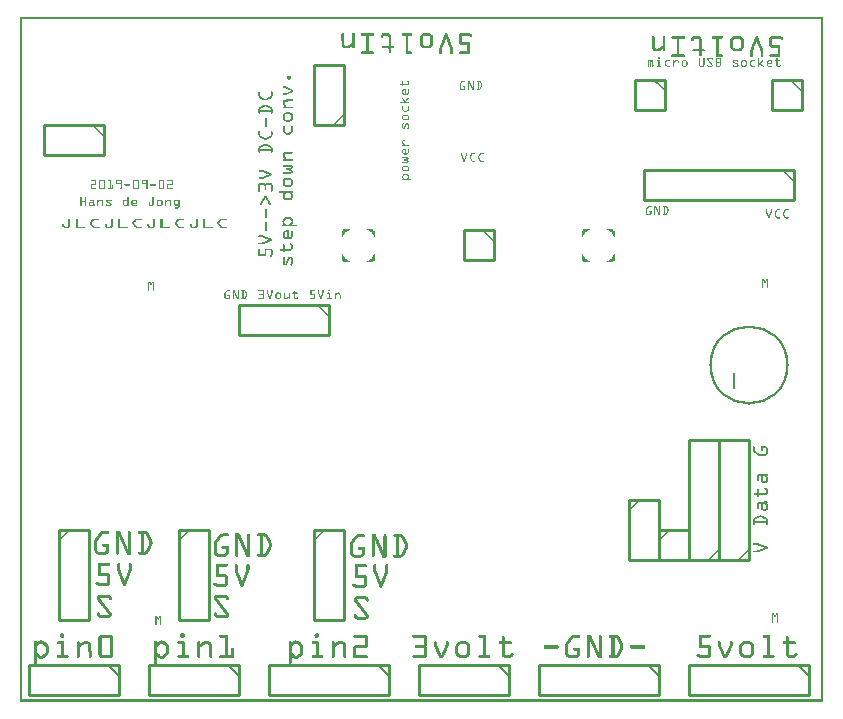
<source format=gto>
G04 MADE WITH FRITZING*
G04 WWW.FRITZING.ORG*
G04 DOUBLE SIDED*
G04 HOLES PLATED*
G04 CONTOUR ON CENTER OF CONTOUR VECTOR*
%ASAXBY*%
%FSLAX23Y23*%
%MOIN*%
%OFA0B0*%
%SFA1.0B1.0*%
%ADD10C,0.263906X0.247906*%
%ADD11C,0.008000*%
%ADD12C,0.010000*%
%ADD13C,0.005000*%
%ADD14R,0.001000X0.001000*%
%LNSILK1*%
G90*
G70*
G54D10*
X2428Y1122D03*
G54D11*
X2378Y1097D02*
X2378Y1047D01*
G54D12*
D02*
X2128Y572D02*
X2128Y472D01*
D02*
X2128Y472D02*
X2228Y472D01*
D02*
X2228Y472D02*
X2228Y572D01*
D02*
X2228Y572D02*
X2128Y572D01*
D02*
X2028Y672D02*
X2028Y472D01*
D02*
X2028Y472D02*
X2128Y472D01*
D02*
X2128Y472D02*
X2128Y672D01*
D02*
X2128Y672D02*
X2028Y672D01*
D02*
X2428Y472D02*
X2428Y872D01*
D02*
X2428Y872D02*
X2328Y872D01*
D02*
X2328Y872D02*
X2328Y472D01*
D02*
X2328Y472D02*
X2428Y472D01*
D02*
X2328Y472D02*
X2328Y872D01*
D02*
X2328Y872D02*
X2228Y872D01*
D02*
X2228Y872D02*
X2228Y472D01*
D02*
X2228Y472D02*
X2328Y472D01*
D02*
X1578Y1572D02*
X1478Y1572D01*
D02*
X1478Y1572D02*
X1478Y1472D01*
D02*
X1478Y1472D02*
X1578Y1472D01*
D02*
X1578Y1472D02*
X1578Y1572D01*
D02*
X2628Y122D02*
X2228Y122D01*
D02*
X2228Y122D02*
X2228Y22D01*
D02*
X2228Y22D02*
X2628Y22D01*
D02*
X2628Y22D02*
X2628Y122D01*
G54D13*
D02*
X2593Y122D02*
X2628Y87D01*
G54D12*
D02*
X2128Y122D02*
X1728Y122D01*
D02*
X1728Y122D02*
X1728Y22D01*
D02*
X1728Y22D02*
X2128Y22D01*
D02*
X2128Y22D02*
X2128Y122D01*
G54D13*
D02*
X2093Y122D02*
X2128Y87D01*
G54D12*
D02*
X1228Y122D02*
X828Y122D01*
D02*
X828Y122D02*
X828Y22D01*
D02*
X828Y22D02*
X1228Y22D01*
D02*
X1228Y22D02*
X1228Y122D01*
G54D13*
D02*
X1193Y122D02*
X1228Y87D01*
G54D12*
D02*
X1628Y122D02*
X1328Y122D01*
D02*
X1328Y122D02*
X1328Y22D01*
D02*
X1328Y22D02*
X1628Y22D01*
D02*
X1628Y22D02*
X1628Y122D01*
G54D13*
D02*
X1593Y122D02*
X1628Y87D01*
G54D12*
D02*
X728Y122D02*
X428Y122D01*
D02*
X428Y122D02*
X428Y22D01*
D02*
X428Y22D02*
X728Y22D01*
D02*
X728Y22D02*
X728Y122D01*
G54D13*
D02*
X693Y122D02*
X728Y87D01*
G54D12*
D02*
X528Y572D02*
X528Y272D01*
D02*
X528Y272D02*
X628Y272D01*
D02*
X628Y272D02*
X628Y572D01*
D02*
X628Y572D02*
X528Y572D01*
D02*
X978Y572D02*
X978Y272D01*
D02*
X978Y272D02*
X1078Y272D01*
D02*
X1078Y272D02*
X1078Y572D01*
D02*
X1078Y572D02*
X978Y572D01*
D02*
X128Y572D02*
X128Y272D01*
D02*
X128Y272D02*
X228Y272D01*
D02*
X228Y272D02*
X228Y572D01*
D02*
X228Y572D02*
X128Y572D01*
D02*
X1078Y1922D02*
X1078Y2122D01*
D02*
X1078Y2122D02*
X978Y2122D01*
D02*
X978Y2122D02*
X978Y1922D01*
D02*
X978Y1922D02*
X1078Y1922D01*
D02*
X1028Y1322D02*
X728Y1322D01*
D02*
X728Y1322D02*
X728Y1222D01*
D02*
X728Y1222D02*
X1028Y1222D01*
D02*
X1028Y1222D02*
X1028Y1322D01*
D02*
X2578Y1772D02*
X2078Y1772D01*
D02*
X2078Y1772D02*
X2078Y1672D01*
D02*
X2078Y1672D02*
X2578Y1672D01*
D02*
X2578Y1672D02*
X2578Y1772D01*
D02*
X2606Y2072D02*
X2506Y2072D01*
D02*
X2506Y2072D02*
X2506Y1972D01*
D02*
X2506Y1972D02*
X2606Y1972D01*
D02*
X2606Y1972D02*
X2606Y2072D01*
D02*
X2150Y2072D02*
X2050Y2072D01*
D02*
X2050Y2072D02*
X2050Y1972D01*
D02*
X2050Y1972D02*
X2150Y1972D01*
D02*
X2150Y1972D02*
X2150Y2072D01*
D02*
X328Y122D02*
X28Y122D01*
D02*
X28Y122D02*
X28Y22D01*
D02*
X28Y22D02*
X328Y22D01*
D02*
X328Y22D02*
X328Y122D01*
G54D13*
D02*
X293Y122D02*
X328Y87D01*
G54D12*
D02*
X278Y1922D02*
X78Y1922D01*
D02*
X78Y1922D02*
X78Y1822D01*
D02*
X78Y1822D02*
X278Y1822D01*
D02*
X278Y1822D02*
X278Y1922D01*
G54D14*
X0Y2283D02*
X2676Y2283D01*
X0Y2282D02*
X2676Y2282D01*
X0Y2281D02*
X2676Y2281D01*
X0Y2280D02*
X2676Y2280D01*
X0Y2279D02*
X2676Y2279D01*
X0Y2278D02*
X2676Y2278D01*
X0Y2277D02*
X2676Y2277D01*
X0Y2276D02*
X2676Y2276D01*
X0Y2275D02*
X7Y2275D01*
X2669Y2275D02*
X2676Y2275D01*
X0Y2274D02*
X7Y2274D01*
X2669Y2274D02*
X2676Y2274D01*
X0Y2273D02*
X7Y2273D01*
X2669Y2273D02*
X2676Y2273D01*
X0Y2272D02*
X7Y2272D01*
X2669Y2272D02*
X2676Y2272D01*
X0Y2271D02*
X7Y2271D01*
X2669Y2271D02*
X2676Y2271D01*
X0Y2270D02*
X7Y2270D01*
X2669Y2270D02*
X2676Y2270D01*
X0Y2269D02*
X7Y2269D01*
X2669Y2269D02*
X2676Y2269D01*
X0Y2268D02*
X7Y2268D01*
X2669Y2268D02*
X2676Y2268D01*
X0Y2267D02*
X7Y2267D01*
X2669Y2267D02*
X2676Y2267D01*
X0Y2266D02*
X7Y2266D01*
X2669Y2266D02*
X2676Y2266D01*
X0Y2265D02*
X7Y2265D01*
X2669Y2265D02*
X2676Y2265D01*
X0Y2264D02*
X7Y2264D01*
X2669Y2264D02*
X2676Y2264D01*
X0Y2263D02*
X7Y2263D01*
X2669Y2263D02*
X2676Y2263D01*
X0Y2262D02*
X7Y2262D01*
X2669Y2262D02*
X2676Y2262D01*
X0Y2261D02*
X7Y2261D01*
X2669Y2261D02*
X2676Y2261D01*
X0Y2260D02*
X7Y2260D01*
X2669Y2260D02*
X2676Y2260D01*
X0Y2259D02*
X7Y2259D01*
X2669Y2259D02*
X2676Y2259D01*
X0Y2258D02*
X7Y2258D01*
X2669Y2258D02*
X2676Y2258D01*
X0Y2257D02*
X7Y2257D01*
X2669Y2257D02*
X2676Y2257D01*
X0Y2256D02*
X7Y2256D01*
X2669Y2256D02*
X2676Y2256D01*
X0Y2255D02*
X7Y2255D01*
X2669Y2255D02*
X2676Y2255D01*
X0Y2254D02*
X7Y2254D01*
X2669Y2254D02*
X2676Y2254D01*
X0Y2253D02*
X7Y2253D01*
X2669Y2253D02*
X2676Y2253D01*
X0Y2252D02*
X7Y2252D01*
X2669Y2252D02*
X2676Y2252D01*
X0Y2251D02*
X7Y2251D01*
X2669Y2251D02*
X2676Y2251D01*
X0Y2250D02*
X7Y2250D01*
X2669Y2250D02*
X2676Y2250D01*
X0Y2249D02*
X7Y2249D01*
X2669Y2249D02*
X2676Y2249D01*
X0Y2248D02*
X7Y2248D01*
X2669Y2248D02*
X2676Y2248D01*
X0Y2247D02*
X7Y2247D01*
X2669Y2247D02*
X2676Y2247D01*
X0Y2246D02*
X7Y2246D01*
X2669Y2246D02*
X2676Y2246D01*
X0Y2245D02*
X7Y2245D01*
X2669Y2245D02*
X2676Y2245D01*
X0Y2244D02*
X7Y2244D01*
X2669Y2244D02*
X2676Y2244D01*
X0Y2243D02*
X7Y2243D01*
X2669Y2243D02*
X2676Y2243D01*
X0Y2242D02*
X7Y2242D01*
X2669Y2242D02*
X2676Y2242D01*
X0Y2241D02*
X7Y2241D01*
X2669Y2241D02*
X2676Y2241D01*
X0Y2240D02*
X7Y2240D01*
X2669Y2240D02*
X2676Y2240D01*
X0Y2239D02*
X7Y2239D01*
X2669Y2239D02*
X2676Y2239D01*
X0Y2238D02*
X7Y2238D01*
X2669Y2238D02*
X2676Y2238D01*
X0Y2237D02*
X7Y2237D01*
X2669Y2237D02*
X2676Y2237D01*
X0Y2236D02*
X7Y2236D01*
X2669Y2236D02*
X2676Y2236D01*
X0Y2235D02*
X7Y2235D01*
X2669Y2235D02*
X2676Y2235D01*
X0Y2234D02*
X7Y2234D01*
X2669Y2234D02*
X2676Y2234D01*
X0Y2233D02*
X7Y2233D01*
X2669Y2233D02*
X2676Y2233D01*
X0Y2232D02*
X7Y2232D01*
X2669Y2232D02*
X2676Y2232D01*
X0Y2231D02*
X7Y2231D01*
X2669Y2231D02*
X2676Y2231D01*
X0Y2230D02*
X7Y2230D01*
X2669Y2230D02*
X2676Y2230D01*
X0Y2229D02*
X7Y2229D01*
X1073Y2229D02*
X1077Y2229D01*
X1109Y2229D02*
X1113Y2229D01*
X1138Y2229D02*
X1178Y2229D01*
X1210Y2229D02*
X1228Y2229D01*
X1274Y2229D02*
X1305Y2229D01*
X1345Y2229D02*
X1364Y2229D01*
X1418Y2229D02*
X1422Y2229D01*
X1469Y2229D02*
X1497Y2229D01*
X2669Y2229D02*
X2676Y2229D01*
X0Y2228D02*
X7Y2228D01*
X1072Y2228D02*
X1078Y2228D01*
X1108Y2228D02*
X1114Y2228D01*
X1137Y2228D02*
X1179Y2228D01*
X1208Y2228D02*
X1230Y2228D01*
X1272Y2228D02*
X1306Y2228D01*
X1342Y2228D02*
X1366Y2228D01*
X1417Y2228D02*
X1423Y2228D01*
X1467Y2228D02*
X1500Y2228D01*
X2669Y2228D02*
X2676Y2228D01*
X0Y2227D02*
X7Y2227D01*
X1071Y2227D02*
X1079Y2227D01*
X1107Y2227D02*
X1115Y2227D01*
X1137Y2227D02*
X1180Y2227D01*
X1207Y2227D02*
X1231Y2227D01*
X1272Y2227D02*
X1306Y2227D01*
X1341Y2227D02*
X1368Y2227D01*
X1416Y2227D02*
X1424Y2227D01*
X1466Y2227D02*
X1502Y2227D01*
X2669Y2227D02*
X2676Y2227D01*
X0Y2226D02*
X7Y2226D01*
X1071Y2226D02*
X1079Y2226D01*
X1107Y2226D02*
X1115Y2226D01*
X1136Y2226D02*
X1180Y2226D01*
X1206Y2226D02*
X1233Y2226D01*
X1272Y2226D02*
X1307Y2226D01*
X1340Y2226D02*
X1369Y2226D01*
X1416Y2226D02*
X1424Y2226D01*
X1465Y2226D02*
X1504Y2226D01*
X2669Y2226D02*
X2676Y2226D01*
X0Y2225D02*
X7Y2225D01*
X1071Y2225D02*
X1079Y2225D01*
X1107Y2225D02*
X1115Y2225D01*
X1136Y2225D02*
X1180Y2225D01*
X1205Y2225D02*
X1233Y2225D01*
X1272Y2225D02*
X1307Y2225D01*
X1339Y2225D02*
X1370Y2225D01*
X1415Y2225D02*
X1424Y2225D01*
X1464Y2225D02*
X1506Y2225D01*
X2669Y2225D02*
X2676Y2225D01*
X0Y2224D02*
X7Y2224D01*
X1071Y2224D02*
X1079Y2224D01*
X1107Y2224D02*
X1115Y2224D01*
X1136Y2224D02*
X1180Y2224D01*
X1204Y2224D02*
X1234Y2224D01*
X1272Y2224D02*
X1306Y2224D01*
X1338Y2224D02*
X1372Y2224D01*
X1415Y2224D02*
X1425Y2224D01*
X1464Y2224D02*
X1507Y2224D01*
X2669Y2224D02*
X2676Y2224D01*
X0Y2223D02*
X7Y2223D01*
X1071Y2223D02*
X1079Y2223D01*
X1107Y2223D02*
X1115Y2223D01*
X1137Y2223D02*
X1180Y2223D01*
X1203Y2223D02*
X1235Y2223D01*
X1272Y2223D02*
X1306Y2223D01*
X1337Y2223D02*
X1373Y2223D01*
X1415Y2223D02*
X1425Y2223D01*
X1463Y2223D02*
X1507Y2223D01*
X2669Y2223D02*
X2676Y2223D01*
X0Y2222D02*
X7Y2222D01*
X1071Y2222D02*
X1079Y2222D01*
X1107Y2222D02*
X1115Y2222D01*
X1138Y2222D02*
X1179Y2222D01*
X1203Y2222D02*
X1235Y2222D01*
X1273Y2222D02*
X1305Y2222D01*
X1336Y2222D02*
X1374Y2222D01*
X1414Y2222D02*
X1426Y2222D01*
X1463Y2222D02*
X1507Y2222D01*
X2669Y2222D02*
X2676Y2222D01*
X0Y2221D02*
X7Y2221D01*
X1071Y2221D02*
X1079Y2221D01*
X1107Y2221D02*
X1115Y2221D01*
X1139Y2221D02*
X1177Y2221D01*
X1202Y2221D02*
X1236Y2221D01*
X1275Y2221D02*
X1304Y2221D01*
X1335Y2221D02*
X1374Y2221D01*
X1414Y2221D02*
X1426Y2221D01*
X1463Y2221D02*
X1507Y2221D01*
X2669Y2221D02*
X2676Y2221D01*
X0Y2220D02*
X7Y2220D01*
X1071Y2220D02*
X1079Y2220D01*
X1107Y2220D02*
X1115Y2220D01*
X1154Y2220D02*
X1162Y2220D01*
X1202Y2220D02*
X1212Y2220D01*
X1226Y2220D02*
X1236Y2220D01*
X1285Y2220D02*
X1293Y2220D01*
X1334Y2220D02*
X1346Y2220D01*
X1363Y2220D02*
X1375Y2220D01*
X1413Y2220D02*
X1426Y2220D01*
X1463Y2220D02*
X1471Y2220D01*
X1495Y2220D02*
X1507Y2220D01*
X2669Y2220D02*
X2676Y2220D01*
X0Y2219D02*
X7Y2219D01*
X1071Y2219D02*
X1079Y2219D01*
X1107Y2219D02*
X1115Y2219D01*
X1154Y2219D02*
X1162Y2219D01*
X1202Y2219D02*
X1211Y2219D01*
X1228Y2219D02*
X1236Y2219D01*
X1285Y2219D02*
X1293Y2219D01*
X1334Y2219D02*
X1345Y2219D01*
X1364Y2219D02*
X1375Y2219D01*
X1413Y2219D02*
X1427Y2219D01*
X1463Y2219D02*
X1471Y2219D01*
X1498Y2219D02*
X1507Y2219D01*
X2108Y2219D02*
X2112Y2219D01*
X2144Y2219D02*
X2148Y2219D01*
X2173Y2219D02*
X2213Y2219D01*
X2245Y2219D02*
X2263Y2219D01*
X2308Y2219D02*
X2340Y2219D01*
X2379Y2219D02*
X2400Y2219D01*
X2453Y2219D02*
X2457Y2219D01*
X2503Y2219D02*
X2532Y2219D01*
X2669Y2219D02*
X2676Y2219D01*
X0Y2218D02*
X7Y2218D01*
X1071Y2218D02*
X1079Y2218D01*
X1107Y2218D02*
X1115Y2218D01*
X1154Y2218D02*
X1162Y2218D01*
X1202Y2218D02*
X1210Y2218D01*
X1228Y2218D02*
X1237Y2218D01*
X1285Y2218D02*
X1293Y2218D01*
X1333Y2218D02*
X1343Y2218D01*
X1366Y2218D02*
X1376Y2218D01*
X1413Y2218D02*
X1427Y2218D01*
X1463Y2218D02*
X1471Y2218D01*
X1500Y2218D02*
X1506Y2218D01*
X2107Y2218D02*
X2113Y2218D01*
X2143Y2218D02*
X2149Y2218D01*
X2172Y2218D02*
X2214Y2218D01*
X2243Y2218D02*
X2265Y2218D01*
X2307Y2218D02*
X2341Y2218D01*
X2377Y2218D02*
X2402Y2218D01*
X2452Y2218D02*
X2458Y2218D01*
X2502Y2218D02*
X2535Y2218D01*
X2669Y2218D02*
X2676Y2218D01*
X0Y2217D02*
X7Y2217D01*
X1071Y2217D02*
X1079Y2217D01*
X1107Y2217D02*
X1115Y2217D01*
X1154Y2217D02*
X1162Y2217D01*
X1202Y2217D02*
X1210Y2217D01*
X1228Y2217D02*
X1237Y2217D01*
X1285Y2217D02*
X1293Y2217D01*
X1333Y2217D02*
X1342Y2217D01*
X1367Y2217D02*
X1376Y2217D01*
X1412Y2217D02*
X1428Y2217D01*
X1463Y2217D02*
X1471Y2217D01*
X1503Y2217D02*
X1504Y2217D01*
X2106Y2217D02*
X2114Y2217D01*
X2142Y2217D02*
X2150Y2217D01*
X2171Y2217D02*
X2215Y2217D01*
X2242Y2217D02*
X2266Y2217D01*
X2307Y2217D02*
X2341Y2217D01*
X2376Y2217D02*
X2403Y2217D01*
X2451Y2217D02*
X2459Y2217D01*
X2501Y2217D02*
X2537Y2217D01*
X2669Y2217D02*
X2676Y2217D01*
X0Y2216D02*
X7Y2216D01*
X1071Y2216D02*
X1079Y2216D01*
X1107Y2216D02*
X1115Y2216D01*
X1154Y2216D02*
X1162Y2216D01*
X1202Y2216D02*
X1209Y2216D01*
X1229Y2216D02*
X1237Y2216D01*
X1285Y2216D02*
X1293Y2216D01*
X1333Y2216D02*
X1342Y2216D01*
X1367Y2216D02*
X1376Y2216D01*
X1412Y2216D02*
X1428Y2216D01*
X1463Y2216D02*
X1471Y2216D01*
X2106Y2216D02*
X2114Y2216D01*
X2142Y2216D02*
X2150Y2216D01*
X2171Y2216D02*
X2215Y2216D01*
X2241Y2216D02*
X2268Y2216D01*
X2307Y2216D02*
X2342Y2216D01*
X2375Y2216D02*
X2404Y2216D01*
X2451Y2216D02*
X2459Y2216D01*
X2500Y2216D02*
X2539Y2216D01*
X2669Y2216D02*
X2676Y2216D01*
X0Y2215D02*
X7Y2215D01*
X1071Y2215D02*
X1079Y2215D01*
X1107Y2215D02*
X1115Y2215D01*
X1154Y2215D02*
X1162Y2215D01*
X1202Y2215D02*
X1209Y2215D01*
X1229Y2215D02*
X1237Y2215D01*
X1285Y2215D02*
X1293Y2215D01*
X1332Y2215D02*
X1341Y2215D01*
X1368Y2215D02*
X1376Y2215D01*
X1411Y2215D02*
X1428Y2215D01*
X1463Y2215D02*
X1471Y2215D01*
X2106Y2215D02*
X2114Y2215D01*
X2142Y2215D02*
X2150Y2215D01*
X2171Y2215D02*
X2215Y2215D01*
X2240Y2215D02*
X2269Y2215D01*
X2307Y2215D02*
X2342Y2215D01*
X2373Y2215D02*
X2406Y2215D01*
X2450Y2215D02*
X2460Y2215D01*
X2499Y2215D02*
X2541Y2215D01*
X2669Y2215D02*
X2676Y2215D01*
X0Y2214D02*
X7Y2214D01*
X1071Y2214D02*
X1079Y2214D01*
X1107Y2214D02*
X1115Y2214D01*
X1154Y2214D02*
X1162Y2214D01*
X1203Y2214D02*
X1208Y2214D01*
X1229Y2214D02*
X1237Y2214D01*
X1285Y2214D02*
X1293Y2214D01*
X1332Y2214D02*
X1341Y2214D01*
X1368Y2214D02*
X1377Y2214D01*
X1411Y2214D02*
X1429Y2214D01*
X1463Y2214D02*
X1471Y2214D01*
X2106Y2214D02*
X2114Y2214D01*
X2142Y2214D02*
X2150Y2214D01*
X2171Y2214D02*
X2215Y2214D01*
X2239Y2214D02*
X2269Y2214D01*
X2307Y2214D02*
X2341Y2214D01*
X2372Y2214D02*
X2407Y2214D01*
X2450Y2214D02*
X2460Y2214D01*
X2499Y2214D02*
X2542Y2214D01*
X2669Y2214D02*
X2676Y2214D01*
X0Y2213D02*
X7Y2213D01*
X1071Y2213D02*
X1079Y2213D01*
X1107Y2213D02*
X1115Y2213D01*
X1154Y2213D02*
X1162Y2213D01*
X1229Y2213D02*
X1237Y2213D01*
X1285Y2213D02*
X1293Y2213D01*
X1332Y2213D02*
X1341Y2213D01*
X1368Y2213D02*
X1377Y2213D01*
X1411Y2213D02*
X1429Y2213D01*
X1463Y2213D02*
X1471Y2213D01*
X2106Y2213D02*
X2114Y2213D01*
X2142Y2213D02*
X2150Y2213D01*
X2172Y2213D02*
X2215Y2213D01*
X2238Y2213D02*
X2270Y2213D01*
X2307Y2213D02*
X2341Y2213D01*
X2371Y2213D02*
X2408Y2213D01*
X2449Y2213D02*
X2460Y2213D01*
X2498Y2213D02*
X2542Y2213D01*
X2669Y2213D02*
X2676Y2213D01*
X0Y2212D02*
X7Y2212D01*
X1071Y2212D02*
X1079Y2212D01*
X1107Y2212D02*
X1115Y2212D01*
X1154Y2212D02*
X1162Y2212D01*
X1229Y2212D02*
X1237Y2212D01*
X1285Y2212D02*
X1293Y2212D01*
X1332Y2212D02*
X1341Y2212D01*
X1368Y2212D02*
X1377Y2212D01*
X1410Y2212D02*
X1430Y2212D01*
X1463Y2212D02*
X1471Y2212D01*
X2106Y2212D02*
X2114Y2212D01*
X2142Y2212D02*
X2150Y2212D01*
X2173Y2212D02*
X2214Y2212D01*
X2238Y2212D02*
X2270Y2212D01*
X2308Y2212D02*
X2340Y2212D01*
X2370Y2212D02*
X2409Y2212D01*
X2449Y2212D02*
X2461Y2212D01*
X2498Y2212D02*
X2542Y2212D01*
X2669Y2212D02*
X2676Y2212D01*
X0Y2211D02*
X7Y2211D01*
X1071Y2211D02*
X1079Y2211D01*
X1107Y2211D02*
X1115Y2211D01*
X1154Y2211D02*
X1162Y2211D01*
X1229Y2211D02*
X1237Y2211D01*
X1285Y2211D02*
X1293Y2211D01*
X1332Y2211D02*
X1341Y2211D01*
X1368Y2211D02*
X1377Y2211D01*
X1410Y2211D02*
X1419Y2211D01*
X1421Y2211D02*
X1430Y2211D01*
X1463Y2211D02*
X1471Y2211D01*
X2106Y2211D02*
X2114Y2211D01*
X2142Y2211D02*
X2150Y2211D01*
X2175Y2211D02*
X2212Y2211D01*
X2237Y2211D02*
X2271Y2211D01*
X2310Y2211D02*
X2338Y2211D01*
X2370Y2211D02*
X2409Y2211D01*
X2449Y2211D02*
X2461Y2211D01*
X2498Y2211D02*
X2542Y2211D01*
X2669Y2211D02*
X2676Y2211D01*
X0Y2210D02*
X7Y2210D01*
X1071Y2210D02*
X1079Y2210D01*
X1107Y2210D02*
X1115Y2210D01*
X1154Y2210D02*
X1162Y2210D01*
X1229Y2210D02*
X1237Y2210D01*
X1285Y2210D02*
X1293Y2210D01*
X1332Y2210D02*
X1341Y2210D01*
X1368Y2210D02*
X1377Y2210D01*
X1409Y2210D02*
X1418Y2210D01*
X1421Y2210D02*
X1430Y2210D01*
X1463Y2210D02*
X1471Y2210D01*
X2106Y2210D02*
X2114Y2210D01*
X2142Y2210D02*
X2150Y2210D01*
X2189Y2210D02*
X2197Y2210D01*
X2237Y2210D02*
X2247Y2210D01*
X2262Y2210D02*
X2271Y2210D01*
X2320Y2210D02*
X2328Y2210D01*
X2369Y2210D02*
X2381Y2210D01*
X2398Y2210D02*
X2410Y2210D01*
X2448Y2210D02*
X2461Y2210D01*
X2498Y2210D02*
X2506Y2210D01*
X2531Y2210D02*
X2542Y2210D01*
X2669Y2210D02*
X2676Y2210D01*
X0Y2209D02*
X7Y2209D01*
X1071Y2209D02*
X1079Y2209D01*
X1107Y2209D02*
X1115Y2209D01*
X1154Y2209D02*
X1162Y2209D01*
X1229Y2209D02*
X1237Y2209D01*
X1285Y2209D02*
X1293Y2209D01*
X1332Y2209D02*
X1341Y2209D01*
X1368Y2209D02*
X1377Y2209D01*
X1409Y2209D02*
X1418Y2209D01*
X1422Y2209D02*
X1431Y2209D01*
X1463Y2209D02*
X1471Y2209D01*
X2106Y2209D02*
X2114Y2209D01*
X2142Y2209D02*
X2150Y2209D01*
X2189Y2209D02*
X2197Y2209D01*
X2237Y2209D02*
X2246Y2209D01*
X2263Y2209D02*
X2271Y2209D01*
X2320Y2209D02*
X2328Y2209D01*
X2369Y2209D02*
X2380Y2209D01*
X2399Y2209D02*
X2410Y2209D01*
X2448Y2209D02*
X2462Y2209D01*
X2498Y2209D02*
X2506Y2209D01*
X2533Y2209D02*
X2542Y2209D01*
X2669Y2209D02*
X2676Y2209D01*
X0Y2208D02*
X7Y2208D01*
X1071Y2208D02*
X1079Y2208D01*
X1107Y2208D02*
X1115Y2208D01*
X1154Y2208D02*
X1162Y2208D01*
X1229Y2208D02*
X1237Y2208D01*
X1285Y2208D02*
X1293Y2208D01*
X1332Y2208D02*
X1341Y2208D01*
X1368Y2208D02*
X1377Y2208D01*
X1409Y2208D02*
X1418Y2208D01*
X1422Y2208D02*
X1431Y2208D01*
X1463Y2208D02*
X1471Y2208D01*
X2106Y2208D02*
X2114Y2208D01*
X2142Y2208D02*
X2150Y2208D01*
X2189Y2208D02*
X2197Y2208D01*
X2237Y2208D02*
X2245Y2208D01*
X2263Y2208D02*
X2272Y2208D01*
X2320Y2208D02*
X2328Y2208D01*
X2368Y2208D02*
X2378Y2208D01*
X2401Y2208D02*
X2411Y2208D01*
X2448Y2208D02*
X2462Y2208D01*
X2498Y2208D02*
X2506Y2208D01*
X2535Y2208D02*
X2541Y2208D01*
X2669Y2208D02*
X2676Y2208D01*
X0Y2207D02*
X7Y2207D01*
X1071Y2207D02*
X1080Y2207D01*
X1107Y2207D02*
X1115Y2207D01*
X1154Y2207D02*
X1162Y2207D01*
X1229Y2207D02*
X1237Y2207D01*
X1285Y2207D02*
X1293Y2207D01*
X1332Y2207D02*
X1341Y2207D01*
X1368Y2207D02*
X1377Y2207D01*
X1408Y2207D02*
X1417Y2207D01*
X1423Y2207D02*
X1431Y2207D01*
X1463Y2207D02*
X1471Y2207D01*
X2106Y2207D02*
X2114Y2207D01*
X2142Y2207D02*
X2150Y2207D01*
X2189Y2207D02*
X2197Y2207D01*
X2237Y2207D02*
X2245Y2207D01*
X2263Y2207D02*
X2272Y2207D01*
X2320Y2207D02*
X2328Y2207D01*
X2368Y2207D02*
X2377Y2207D01*
X2402Y2207D02*
X2411Y2207D01*
X2447Y2207D02*
X2463Y2207D01*
X2498Y2207D02*
X2506Y2207D01*
X2669Y2207D02*
X2676Y2207D01*
X0Y2206D02*
X7Y2206D01*
X1071Y2206D02*
X1080Y2206D01*
X1107Y2206D02*
X1115Y2206D01*
X1154Y2206D02*
X1162Y2206D01*
X1229Y2206D02*
X1237Y2206D01*
X1285Y2206D02*
X1293Y2206D01*
X1332Y2206D02*
X1341Y2206D01*
X1368Y2206D02*
X1377Y2206D01*
X1408Y2206D02*
X1417Y2206D01*
X1423Y2206D02*
X1432Y2206D01*
X1463Y2206D02*
X1471Y2206D01*
X2106Y2206D02*
X2114Y2206D01*
X2142Y2206D02*
X2150Y2206D01*
X2189Y2206D02*
X2197Y2206D01*
X2237Y2206D02*
X2244Y2206D01*
X2264Y2206D02*
X2272Y2206D01*
X2320Y2206D02*
X2328Y2206D01*
X2367Y2206D02*
X2376Y2206D01*
X2403Y2206D02*
X2411Y2206D01*
X2447Y2206D02*
X2463Y2206D01*
X2498Y2206D02*
X2506Y2206D01*
X2669Y2206D02*
X2676Y2206D01*
X0Y2205D02*
X7Y2205D01*
X1071Y2205D02*
X1080Y2205D01*
X1107Y2205D02*
X1115Y2205D01*
X1154Y2205D02*
X1162Y2205D01*
X1229Y2205D02*
X1237Y2205D01*
X1285Y2205D02*
X1293Y2205D01*
X1332Y2205D02*
X1341Y2205D01*
X1368Y2205D02*
X1377Y2205D01*
X1408Y2205D02*
X1416Y2205D01*
X1423Y2205D02*
X1432Y2205D01*
X1463Y2205D02*
X1471Y2205D01*
X2106Y2205D02*
X2114Y2205D01*
X2142Y2205D02*
X2150Y2205D01*
X2189Y2205D02*
X2197Y2205D01*
X2237Y2205D02*
X2244Y2205D01*
X2264Y2205D02*
X2272Y2205D01*
X2320Y2205D02*
X2328Y2205D01*
X2367Y2205D02*
X2376Y2205D01*
X2403Y2205D02*
X2411Y2205D01*
X2446Y2205D02*
X2463Y2205D01*
X2498Y2205D02*
X2506Y2205D01*
X2669Y2205D02*
X2676Y2205D01*
X0Y2204D02*
X7Y2204D01*
X1071Y2204D02*
X1080Y2204D01*
X1107Y2204D02*
X1115Y2204D01*
X1154Y2204D02*
X1162Y2204D01*
X1229Y2204D02*
X1237Y2204D01*
X1285Y2204D02*
X1293Y2204D01*
X1332Y2204D02*
X1341Y2204D01*
X1368Y2204D02*
X1377Y2204D01*
X1407Y2204D02*
X1416Y2204D01*
X1424Y2204D02*
X1433Y2204D01*
X1463Y2204D02*
X1471Y2204D01*
X2106Y2204D02*
X2114Y2204D01*
X2142Y2204D02*
X2150Y2204D01*
X2189Y2204D02*
X2197Y2204D01*
X2238Y2204D02*
X2243Y2204D01*
X2264Y2204D02*
X2272Y2204D01*
X2320Y2204D02*
X2328Y2204D01*
X2367Y2204D02*
X2376Y2204D01*
X2403Y2204D02*
X2412Y2204D01*
X2446Y2204D02*
X2464Y2204D01*
X2498Y2204D02*
X2506Y2204D01*
X2669Y2204D02*
X2676Y2204D01*
X0Y2203D02*
X7Y2203D01*
X1072Y2203D02*
X1080Y2203D01*
X1107Y2203D02*
X1115Y2203D01*
X1154Y2203D02*
X1162Y2203D01*
X1229Y2203D02*
X1237Y2203D01*
X1285Y2203D02*
X1293Y2203D01*
X1332Y2203D02*
X1341Y2203D01*
X1368Y2203D02*
X1377Y2203D01*
X1407Y2203D02*
X1416Y2203D01*
X1424Y2203D02*
X1433Y2203D01*
X1463Y2203D02*
X1471Y2203D01*
X2106Y2203D02*
X2114Y2203D01*
X2142Y2203D02*
X2150Y2203D01*
X2189Y2203D02*
X2197Y2203D01*
X2264Y2203D02*
X2272Y2203D01*
X2320Y2203D02*
X2328Y2203D01*
X2367Y2203D02*
X2375Y2203D01*
X2403Y2203D02*
X2412Y2203D01*
X2446Y2203D02*
X2464Y2203D01*
X2498Y2203D02*
X2506Y2203D01*
X2669Y2203D02*
X2676Y2203D01*
X0Y2202D02*
X7Y2202D01*
X1072Y2202D02*
X1080Y2202D01*
X1107Y2202D02*
X1115Y2202D01*
X1154Y2202D02*
X1162Y2202D01*
X1229Y2202D02*
X1237Y2202D01*
X1285Y2202D02*
X1293Y2202D01*
X1332Y2202D02*
X1341Y2202D01*
X1368Y2202D02*
X1377Y2202D01*
X1406Y2202D02*
X1415Y2202D01*
X1424Y2202D02*
X1433Y2202D01*
X1463Y2202D02*
X1471Y2202D01*
X2106Y2202D02*
X2114Y2202D01*
X2142Y2202D02*
X2150Y2202D01*
X2189Y2202D02*
X2197Y2202D01*
X2264Y2202D02*
X2272Y2202D01*
X2320Y2202D02*
X2328Y2202D01*
X2367Y2202D02*
X2375Y2202D01*
X2403Y2202D02*
X2412Y2202D01*
X2445Y2202D02*
X2465Y2202D01*
X2498Y2202D02*
X2506Y2202D01*
X2669Y2202D02*
X2676Y2202D01*
X0Y2201D02*
X7Y2201D01*
X1072Y2201D02*
X1080Y2201D01*
X1107Y2201D02*
X1115Y2201D01*
X1154Y2201D02*
X1162Y2201D01*
X1229Y2201D02*
X1237Y2201D01*
X1285Y2201D02*
X1293Y2201D01*
X1332Y2201D02*
X1341Y2201D01*
X1368Y2201D02*
X1377Y2201D01*
X1406Y2201D02*
X1415Y2201D01*
X1425Y2201D02*
X1434Y2201D01*
X1463Y2201D02*
X1471Y2201D01*
X2106Y2201D02*
X2114Y2201D01*
X2142Y2201D02*
X2150Y2201D01*
X2189Y2201D02*
X2197Y2201D01*
X2264Y2201D02*
X2272Y2201D01*
X2320Y2201D02*
X2328Y2201D01*
X2367Y2201D02*
X2375Y2201D01*
X2403Y2201D02*
X2412Y2201D01*
X2445Y2201D02*
X2454Y2201D01*
X2456Y2201D02*
X2465Y2201D01*
X2498Y2201D02*
X2506Y2201D01*
X2669Y2201D02*
X2676Y2201D01*
X0Y2200D02*
X7Y2200D01*
X1072Y2200D02*
X1080Y2200D01*
X1107Y2200D02*
X1115Y2200D01*
X1154Y2200D02*
X1162Y2200D01*
X1229Y2200D02*
X1237Y2200D01*
X1285Y2200D02*
X1293Y2200D01*
X1332Y2200D02*
X1341Y2200D01*
X1368Y2200D02*
X1377Y2200D01*
X1406Y2200D02*
X1414Y2200D01*
X1425Y2200D02*
X1434Y2200D01*
X1463Y2200D02*
X1471Y2200D01*
X2106Y2200D02*
X2114Y2200D01*
X2142Y2200D02*
X2150Y2200D01*
X2189Y2200D02*
X2197Y2200D01*
X2264Y2200D02*
X2272Y2200D01*
X2320Y2200D02*
X2328Y2200D01*
X2367Y2200D02*
X2375Y2200D01*
X2403Y2200D02*
X2412Y2200D01*
X2444Y2200D02*
X2453Y2200D01*
X2456Y2200D02*
X2465Y2200D01*
X2498Y2200D02*
X2506Y2200D01*
X2669Y2200D02*
X2676Y2200D01*
X0Y2199D02*
X7Y2199D01*
X1072Y2199D02*
X1080Y2199D01*
X1107Y2199D02*
X1115Y2199D01*
X1154Y2199D02*
X1162Y2199D01*
X1229Y2199D02*
X1237Y2199D01*
X1285Y2199D02*
X1293Y2199D01*
X1332Y2199D02*
X1341Y2199D01*
X1368Y2199D02*
X1377Y2199D01*
X1405Y2199D02*
X1414Y2199D01*
X1426Y2199D02*
X1435Y2199D01*
X1463Y2199D02*
X1472Y2199D01*
X2106Y2199D02*
X2114Y2199D01*
X2142Y2199D02*
X2150Y2199D01*
X2189Y2199D02*
X2197Y2199D01*
X2264Y2199D02*
X2272Y2199D01*
X2320Y2199D02*
X2328Y2199D01*
X2367Y2199D02*
X2375Y2199D01*
X2403Y2199D02*
X2412Y2199D01*
X2444Y2199D02*
X2453Y2199D01*
X2457Y2199D02*
X2466Y2199D01*
X2498Y2199D02*
X2506Y2199D01*
X2669Y2199D02*
X2676Y2199D01*
X0Y2198D02*
X7Y2198D01*
X1072Y2198D02*
X1080Y2198D01*
X1107Y2198D02*
X1115Y2198D01*
X1154Y2198D02*
X1162Y2198D01*
X1229Y2198D02*
X1237Y2198D01*
X1285Y2198D02*
X1293Y2198D01*
X1332Y2198D02*
X1341Y2198D01*
X1368Y2198D02*
X1377Y2198D01*
X1405Y2198D02*
X1414Y2198D01*
X1426Y2198D02*
X1435Y2198D01*
X1463Y2198D02*
X1498Y2198D01*
X2106Y2198D02*
X2114Y2198D01*
X2142Y2198D02*
X2150Y2198D01*
X2189Y2198D02*
X2197Y2198D01*
X2264Y2198D02*
X2272Y2198D01*
X2320Y2198D02*
X2328Y2198D01*
X2367Y2198D02*
X2375Y2198D01*
X2403Y2198D02*
X2412Y2198D01*
X2444Y2198D02*
X2453Y2198D01*
X2457Y2198D02*
X2466Y2198D01*
X2498Y2198D02*
X2506Y2198D01*
X2669Y2198D02*
X2676Y2198D01*
X0Y2197D02*
X7Y2197D01*
X1072Y2197D02*
X1080Y2197D01*
X1107Y2197D02*
X1115Y2197D01*
X1154Y2197D02*
X1162Y2197D01*
X1229Y2197D02*
X1237Y2197D01*
X1285Y2197D02*
X1293Y2197D01*
X1332Y2197D02*
X1341Y2197D01*
X1368Y2197D02*
X1377Y2197D01*
X1404Y2197D02*
X1413Y2197D01*
X1426Y2197D02*
X1435Y2197D01*
X1463Y2197D02*
X1498Y2197D01*
X2106Y2197D02*
X2114Y2197D01*
X2142Y2197D02*
X2150Y2197D01*
X2189Y2197D02*
X2197Y2197D01*
X2264Y2197D02*
X2272Y2197D01*
X2320Y2197D02*
X2328Y2197D01*
X2367Y2197D02*
X2375Y2197D01*
X2403Y2197D02*
X2412Y2197D01*
X2443Y2197D02*
X2452Y2197D01*
X2458Y2197D02*
X2467Y2197D01*
X2498Y2197D02*
X2506Y2197D01*
X2669Y2197D02*
X2676Y2197D01*
X0Y2196D02*
X7Y2196D01*
X1072Y2196D02*
X1080Y2196D01*
X1105Y2196D02*
X1115Y2196D01*
X1154Y2196D02*
X1162Y2196D01*
X1229Y2196D02*
X1237Y2196D01*
X1285Y2196D02*
X1293Y2196D01*
X1332Y2196D02*
X1341Y2196D01*
X1368Y2196D02*
X1377Y2196D01*
X1404Y2196D02*
X1413Y2196D01*
X1427Y2196D02*
X1436Y2196D01*
X1464Y2196D02*
X1498Y2196D01*
X2106Y2196D02*
X2115Y2196D01*
X2142Y2196D02*
X2150Y2196D01*
X2189Y2196D02*
X2197Y2196D01*
X2264Y2196D02*
X2272Y2196D01*
X2320Y2196D02*
X2328Y2196D01*
X2367Y2196D02*
X2375Y2196D01*
X2403Y2196D02*
X2412Y2196D01*
X2443Y2196D02*
X2452Y2196D01*
X2458Y2196D02*
X2467Y2196D01*
X2498Y2196D02*
X2506Y2196D01*
X2669Y2196D02*
X2676Y2196D01*
X0Y2195D02*
X7Y2195D01*
X1072Y2195D02*
X1080Y2195D01*
X1104Y2195D02*
X1115Y2195D01*
X1154Y2195D02*
X1162Y2195D01*
X1229Y2195D02*
X1237Y2195D01*
X1285Y2195D02*
X1293Y2195D01*
X1332Y2195D02*
X1341Y2195D01*
X1368Y2195D02*
X1377Y2195D01*
X1404Y2195D02*
X1413Y2195D01*
X1427Y2195D02*
X1436Y2195D01*
X1464Y2195D02*
X1498Y2195D01*
X2106Y2195D02*
X2115Y2195D01*
X2142Y2195D02*
X2150Y2195D01*
X2189Y2195D02*
X2197Y2195D01*
X2264Y2195D02*
X2272Y2195D01*
X2320Y2195D02*
X2328Y2195D01*
X2367Y2195D02*
X2375Y2195D01*
X2403Y2195D02*
X2412Y2195D01*
X2442Y2195D02*
X2451Y2195D01*
X2458Y2195D02*
X2467Y2195D01*
X2498Y2195D02*
X2506Y2195D01*
X2669Y2195D02*
X2676Y2195D01*
X0Y2194D02*
X7Y2194D01*
X1072Y2194D02*
X1080Y2194D01*
X1102Y2194D02*
X1115Y2194D01*
X1154Y2194D02*
X1162Y2194D01*
X1229Y2194D02*
X1237Y2194D01*
X1285Y2194D02*
X1293Y2194D01*
X1332Y2194D02*
X1341Y2194D01*
X1368Y2194D02*
X1376Y2194D01*
X1403Y2194D02*
X1412Y2194D01*
X1428Y2194D02*
X1437Y2194D01*
X1465Y2194D02*
X1498Y2194D01*
X2106Y2194D02*
X2115Y2194D01*
X2142Y2194D02*
X2150Y2194D01*
X2189Y2194D02*
X2197Y2194D01*
X2264Y2194D02*
X2272Y2194D01*
X2320Y2194D02*
X2328Y2194D01*
X2367Y2194D02*
X2375Y2194D01*
X2403Y2194D02*
X2412Y2194D01*
X2442Y2194D02*
X2451Y2194D01*
X2459Y2194D02*
X2468Y2194D01*
X2498Y2194D02*
X2506Y2194D01*
X2669Y2194D02*
X2676Y2194D01*
X0Y2193D02*
X7Y2193D01*
X1072Y2193D02*
X1080Y2193D01*
X1101Y2193D02*
X1115Y2193D01*
X1154Y2193D02*
X1162Y2193D01*
X1229Y2193D02*
X1237Y2193D01*
X1285Y2193D02*
X1293Y2193D01*
X1333Y2193D02*
X1341Y2193D01*
X1368Y2193D02*
X1376Y2193D01*
X1403Y2193D02*
X1412Y2193D01*
X1428Y2193D02*
X1437Y2193D01*
X1466Y2193D02*
X1498Y2193D01*
X2106Y2193D02*
X2115Y2193D01*
X2142Y2193D02*
X2150Y2193D01*
X2189Y2193D02*
X2197Y2193D01*
X2264Y2193D02*
X2272Y2193D01*
X2320Y2193D02*
X2328Y2193D01*
X2367Y2193D02*
X2375Y2193D01*
X2403Y2193D02*
X2412Y2193D01*
X2442Y2193D02*
X2451Y2193D01*
X2459Y2193D02*
X2468Y2193D01*
X2498Y2193D02*
X2506Y2193D01*
X2669Y2193D02*
X2676Y2193D01*
X0Y2192D02*
X7Y2192D01*
X1072Y2192D02*
X1080Y2192D01*
X1099Y2192D02*
X1115Y2192D01*
X1154Y2192D02*
X1162Y2192D01*
X1229Y2192D02*
X1237Y2192D01*
X1285Y2192D02*
X1293Y2192D01*
X1333Y2192D02*
X1341Y2192D01*
X1367Y2192D02*
X1376Y2192D01*
X1402Y2192D02*
X1411Y2192D01*
X1428Y2192D02*
X1437Y2192D01*
X1467Y2192D02*
X1498Y2192D01*
X2107Y2192D02*
X2115Y2192D01*
X2142Y2192D02*
X2150Y2192D01*
X2189Y2192D02*
X2197Y2192D01*
X2264Y2192D02*
X2272Y2192D01*
X2320Y2192D02*
X2328Y2192D01*
X2367Y2192D02*
X2375Y2192D01*
X2403Y2192D02*
X2412Y2192D01*
X2441Y2192D02*
X2450Y2192D01*
X2459Y2192D02*
X2468Y2192D01*
X2498Y2192D02*
X2506Y2192D01*
X2669Y2192D02*
X2676Y2192D01*
X0Y2191D02*
X7Y2191D01*
X1072Y2191D02*
X1080Y2191D01*
X1097Y2191D02*
X1115Y2191D01*
X1154Y2191D02*
X1162Y2191D01*
X1229Y2191D02*
X1237Y2191D01*
X1285Y2191D02*
X1293Y2191D01*
X1333Y2191D02*
X1342Y2191D01*
X1366Y2191D02*
X1376Y2191D01*
X1402Y2191D02*
X1411Y2191D01*
X1429Y2191D02*
X1438Y2191D01*
X1468Y2191D02*
X1498Y2191D01*
X2107Y2191D02*
X2115Y2191D01*
X2142Y2191D02*
X2150Y2191D01*
X2189Y2191D02*
X2197Y2191D01*
X2264Y2191D02*
X2272Y2191D01*
X2320Y2191D02*
X2328Y2191D01*
X2367Y2191D02*
X2375Y2191D01*
X2403Y2191D02*
X2412Y2191D01*
X2441Y2191D02*
X2450Y2191D01*
X2460Y2191D02*
X2469Y2191D01*
X2498Y2191D02*
X2506Y2191D01*
X2669Y2191D02*
X2676Y2191D01*
X0Y2190D02*
X7Y2190D01*
X1072Y2190D02*
X1081Y2190D01*
X1096Y2190D02*
X1115Y2190D01*
X1154Y2190D02*
X1162Y2190D01*
X1229Y2190D02*
X1237Y2190D01*
X1285Y2190D02*
X1293Y2190D01*
X1333Y2190D02*
X1343Y2190D01*
X1365Y2190D02*
X1376Y2190D01*
X1402Y2190D02*
X1411Y2190D01*
X1429Y2190D02*
X1438Y2190D01*
X1471Y2190D02*
X1498Y2190D01*
X2107Y2190D02*
X2115Y2190D01*
X2142Y2190D02*
X2150Y2190D01*
X2189Y2190D02*
X2197Y2190D01*
X2264Y2190D02*
X2272Y2190D01*
X2320Y2190D02*
X2328Y2190D01*
X2367Y2190D02*
X2375Y2190D01*
X2403Y2190D02*
X2412Y2190D01*
X2441Y2190D02*
X2449Y2190D01*
X2460Y2190D02*
X2469Y2190D01*
X2498Y2190D02*
X2506Y2190D01*
X2669Y2190D02*
X2676Y2190D01*
X0Y2189D02*
X7Y2189D01*
X1072Y2189D02*
X1081Y2189D01*
X1094Y2189D02*
X1115Y2189D01*
X1154Y2189D02*
X1162Y2189D01*
X1229Y2189D02*
X1237Y2189D01*
X1285Y2189D02*
X1293Y2189D01*
X1334Y2189D02*
X1345Y2189D01*
X1364Y2189D02*
X1375Y2189D01*
X1401Y2189D02*
X1410Y2189D01*
X1430Y2189D02*
X1438Y2189D01*
X1490Y2189D02*
X1498Y2189D01*
X2107Y2189D02*
X2115Y2189D01*
X2142Y2189D02*
X2150Y2189D01*
X2189Y2189D02*
X2197Y2189D01*
X2264Y2189D02*
X2272Y2189D01*
X2320Y2189D02*
X2328Y2189D01*
X2367Y2189D02*
X2375Y2189D01*
X2403Y2189D02*
X2412Y2189D01*
X2440Y2189D02*
X2449Y2189D01*
X2461Y2189D02*
X2470Y2189D01*
X2498Y2189D02*
X2533Y2189D01*
X2669Y2189D02*
X2676Y2189D01*
X0Y2188D02*
X7Y2188D01*
X1072Y2188D02*
X1082Y2188D01*
X1093Y2188D02*
X1115Y2188D01*
X1154Y2188D02*
X1162Y2188D01*
X1229Y2188D02*
X1237Y2188D01*
X1285Y2188D02*
X1293Y2188D01*
X1334Y2188D02*
X1346Y2188D01*
X1363Y2188D02*
X1375Y2188D01*
X1401Y2188D02*
X1410Y2188D01*
X1430Y2188D02*
X1439Y2188D01*
X1490Y2188D02*
X1498Y2188D01*
X2107Y2188D02*
X2115Y2188D01*
X2142Y2188D02*
X2150Y2188D01*
X2189Y2188D02*
X2197Y2188D01*
X2264Y2188D02*
X2272Y2188D01*
X2320Y2188D02*
X2328Y2188D01*
X2367Y2188D02*
X2375Y2188D01*
X2403Y2188D02*
X2412Y2188D01*
X2440Y2188D02*
X2449Y2188D01*
X2461Y2188D02*
X2470Y2188D01*
X2498Y2188D02*
X2533Y2188D01*
X2669Y2188D02*
X2676Y2188D01*
X0Y2187D02*
X7Y2187D01*
X1073Y2187D02*
X1115Y2187D01*
X1154Y2187D02*
X1162Y2187D01*
X1209Y2187D02*
X1243Y2187D01*
X1285Y2187D02*
X1293Y2187D01*
X1335Y2187D02*
X1374Y2187D01*
X1401Y2187D02*
X1409Y2187D01*
X1430Y2187D02*
X1439Y2187D01*
X1490Y2187D02*
X1498Y2187D01*
X2107Y2187D02*
X2115Y2187D01*
X2141Y2187D02*
X2150Y2187D01*
X2189Y2187D02*
X2197Y2187D01*
X2264Y2187D02*
X2272Y2187D01*
X2320Y2187D02*
X2328Y2187D01*
X2367Y2187D02*
X2375Y2187D01*
X2403Y2187D02*
X2412Y2187D01*
X2439Y2187D02*
X2448Y2187D01*
X2461Y2187D02*
X2470Y2187D01*
X2498Y2187D02*
X2533Y2187D01*
X2669Y2187D02*
X2676Y2187D01*
X0Y2186D02*
X7Y2186D01*
X1073Y2186D02*
X1115Y2186D01*
X1154Y2186D02*
X1162Y2186D01*
X1207Y2186D02*
X1244Y2186D01*
X1285Y2186D02*
X1293Y2186D01*
X1336Y2186D02*
X1373Y2186D01*
X1400Y2186D02*
X1409Y2186D01*
X1431Y2186D02*
X1440Y2186D01*
X1490Y2186D02*
X1498Y2186D01*
X2107Y2186D02*
X2115Y2186D01*
X2140Y2186D02*
X2150Y2186D01*
X2189Y2186D02*
X2197Y2186D01*
X2264Y2186D02*
X2272Y2186D01*
X2320Y2186D02*
X2328Y2186D01*
X2367Y2186D02*
X2375Y2186D01*
X2403Y2186D02*
X2412Y2186D01*
X2439Y2186D02*
X2448Y2186D01*
X2462Y2186D02*
X2471Y2186D01*
X2499Y2186D02*
X2533Y2186D01*
X2669Y2186D02*
X2676Y2186D01*
X0Y2185D02*
X7Y2185D01*
X1074Y2185D02*
X1104Y2185D01*
X1107Y2185D02*
X1115Y2185D01*
X1154Y2185D02*
X1162Y2185D01*
X1207Y2185D02*
X1245Y2185D01*
X1285Y2185D02*
X1293Y2185D01*
X1337Y2185D02*
X1372Y2185D01*
X1400Y2185D02*
X1409Y2185D01*
X1431Y2185D02*
X1440Y2185D01*
X1490Y2185D02*
X1498Y2185D01*
X2107Y2185D02*
X2115Y2185D01*
X2138Y2185D02*
X2150Y2185D01*
X2189Y2185D02*
X2197Y2185D01*
X2264Y2185D02*
X2272Y2185D01*
X2320Y2185D02*
X2328Y2185D01*
X2367Y2185D02*
X2375Y2185D01*
X2403Y2185D02*
X2412Y2185D01*
X2439Y2185D02*
X2447Y2185D01*
X2462Y2185D02*
X2471Y2185D01*
X2499Y2185D02*
X2533Y2185D01*
X2669Y2185D02*
X2676Y2185D01*
X0Y2184D02*
X7Y2184D01*
X1074Y2184D02*
X1103Y2184D01*
X1107Y2184D02*
X1115Y2184D01*
X1154Y2184D02*
X1162Y2184D01*
X1206Y2184D02*
X1246Y2184D01*
X1285Y2184D02*
X1293Y2184D01*
X1338Y2184D02*
X1371Y2184D01*
X1399Y2184D02*
X1408Y2184D01*
X1432Y2184D02*
X1440Y2184D01*
X1490Y2184D02*
X1498Y2184D01*
X2107Y2184D02*
X2115Y2184D01*
X2137Y2184D02*
X2150Y2184D01*
X2189Y2184D02*
X2197Y2184D01*
X2264Y2184D02*
X2272Y2184D01*
X2320Y2184D02*
X2328Y2184D01*
X2367Y2184D02*
X2376Y2184D01*
X2403Y2184D02*
X2411Y2184D01*
X2438Y2184D02*
X2447Y2184D01*
X2463Y2184D02*
X2472Y2184D01*
X2500Y2184D02*
X2533Y2184D01*
X2669Y2184D02*
X2676Y2184D01*
X0Y2183D02*
X7Y2183D01*
X1075Y2183D02*
X1101Y2183D01*
X1107Y2183D02*
X1115Y2183D01*
X1154Y2183D02*
X1162Y2183D01*
X1206Y2183D02*
X1246Y2183D01*
X1285Y2183D02*
X1293Y2183D01*
X1339Y2183D02*
X1370Y2183D01*
X1399Y2183D02*
X1408Y2183D01*
X1432Y2183D02*
X1441Y2183D01*
X1490Y2183D02*
X1498Y2183D01*
X2107Y2183D02*
X2115Y2183D01*
X2135Y2183D02*
X2150Y2183D01*
X2189Y2183D02*
X2197Y2183D01*
X2264Y2183D02*
X2272Y2183D01*
X2320Y2183D02*
X2328Y2183D01*
X2367Y2183D02*
X2376Y2183D01*
X2403Y2183D02*
X2411Y2183D01*
X2438Y2183D02*
X2447Y2183D01*
X2463Y2183D02*
X2472Y2183D01*
X2501Y2183D02*
X2533Y2183D01*
X2669Y2183D02*
X2676Y2183D01*
X0Y2182D02*
X7Y2182D01*
X1076Y2182D02*
X1100Y2182D01*
X1107Y2182D02*
X1115Y2182D01*
X1154Y2182D02*
X1162Y2182D01*
X1206Y2182D02*
X1246Y2182D01*
X1285Y2182D02*
X1293Y2182D01*
X1340Y2182D02*
X1369Y2182D01*
X1399Y2182D02*
X1407Y2182D01*
X1432Y2182D02*
X1441Y2182D01*
X1490Y2182D02*
X1498Y2182D01*
X2107Y2182D02*
X2115Y2182D01*
X2134Y2182D02*
X2150Y2182D01*
X2189Y2182D02*
X2197Y2182D01*
X2264Y2182D02*
X2272Y2182D01*
X2320Y2182D02*
X2328Y2182D01*
X2368Y2182D02*
X2377Y2182D01*
X2402Y2182D02*
X2411Y2182D01*
X2437Y2182D02*
X2446Y2182D01*
X2463Y2182D02*
X2472Y2182D01*
X2502Y2182D02*
X2533Y2182D01*
X2669Y2182D02*
X2676Y2182D01*
X0Y2181D02*
X7Y2181D01*
X1077Y2181D02*
X1098Y2181D01*
X1107Y2181D02*
X1114Y2181D01*
X1154Y2181D02*
X1162Y2181D01*
X1207Y2181D02*
X1245Y2181D01*
X1285Y2181D02*
X1293Y2181D01*
X1341Y2181D02*
X1368Y2181D01*
X1398Y2181D02*
X1407Y2181D01*
X1433Y2181D02*
X1442Y2181D01*
X1490Y2181D02*
X1498Y2181D01*
X2107Y2181D02*
X2115Y2181D01*
X2132Y2181D02*
X2150Y2181D01*
X2189Y2181D02*
X2197Y2181D01*
X2264Y2181D02*
X2272Y2181D01*
X2320Y2181D02*
X2328Y2181D01*
X2368Y2181D02*
X2377Y2181D01*
X2401Y2181D02*
X2411Y2181D01*
X2437Y2181D02*
X2446Y2181D01*
X2464Y2181D02*
X2473Y2181D01*
X2503Y2181D02*
X2533Y2181D01*
X2669Y2181D02*
X2676Y2181D01*
X0Y2180D02*
X7Y2180D01*
X1079Y2180D02*
X1096Y2180D01*
X1108Y2180D02*
X1114Y2180D01*
X1154Y2180D02*
X1162Y2180D01*
X1207Y2180D02*
X1245Y2180D01*
X1285Y2180D02*
X1293Y2180D01*
X1343Y2180D02*
X1366Y2180D01*
X1398Y2180D02*
X1407Y2180D01*
X1433Y2180D02*
X1442Y2180D01*
X1490Y2180D02*
X1498Y2180D01*
X2107Y2180D02*
X2116Y2180D01*
X2131Y2180D02*
X2150Y2180D01*
X2189Y2180D02*
X2197Y2180D01*
X2264Y2180D02*
X2272Y2180D01*
X2320Y2180D02*
X2328Y2180D01*
X2368Y2180D02*
X2378Y2180D01*
X2400Y2180D02*
X2411Y2180D01*
X2437Y2180D02*
X2445Y2180D01*
X2464Y2180D02*
X2473Y2180D01*
X2506Y2180D02*
X2533Y2180D01*
X2669Y2180D02*
X2676Y2180D01*
X0Y2179D02*
X7Y2179D01*
X1081Y2179D02*
X1094Y2179D01*
X1109Y2179D02*
X1113Y2179D01*
X1154Y2179D02*
X1162Y2179D01*
X1208Y2179D02*
X1244Y2179D01*
X1285Y2179D02*
X1293Y2179D01*
X1345Y2179D02*
X1364Y2179D01*
X1398Y2179D02*
X1406Y2179D01*
X1433Y2179D02*
X1442Y2179D01*
X1490Y2179D02*
X1498Y2179D01*
X2107Y2179D02*
X2116Y2179D01*
X2129Y2179D02*
X2150Y2179D01*
X2189Y2179D02*
X2197Y2179D01*
X2264Y2179D02*
X2272Y2179D01*
X2320Y2179D02*
X2328Y2179D01*
X2369Y2179D02*
X2380Y2179D01*
X2399Y2179D02*
X2410Y2179D01*
X2436Y2179D02*
X2445Y2179D01*
X2465Y2179D02*
X2474Y2179D01*
X2525Y2179D02*
X2533Y2179D01*
X2669Y2179D02*
X2676Y2179D01*
X0Y2178D02*
X7Y2178D01*
X1154Y2178D02*
X1162Y2178D01*
X1228Y2178D02*
X1237Y2178D01*
X1285Y2178D02*
X1293Y2178D01*
X1398Y2178D02*
X1406Y2178D01*
X1434Y2178D02*
X1442Y2178D01*
X1490Y2178D02*
X1498Y2178D01*
X2107Y2178D02*
X2118Y2178D01*
X2128Y2178D02*
X2150Y2178D01*
X2189Y2178D02*
X2197Y2178D01*
X2264Y2178D02*
X2272Y2178D01*
X2320Y2178D02*
X2328Y2178D01*
X2369Y2178D02*
X2381Y2178D01*
X2398Y2178D02*
X2410Y2178D01*
X2436Y2178D02*
X2445Y2178D01*
X2465Y2178D02*
X2474Y2178D01*
X2525Y2178D02*
X2533Y2178D01*
X2669Y2178D02*
X2676Y2178D01*
X0Y2177D02*
X7Y2177D01*
X1154Y2177D02*
X1162Y2177D01*
X1229Y2177D02*
X1237Y2177D01*
X1285Y2177D02*
X1293Y2177D01*
X1398Y2177D02*
X1406Y2177D01*
X1434Y2177D02*
X1442Y2177D01*
X1490Y2177D02*
X1498Y2177D01*
X2108Y2177D02*
X2150Y2177D01*
X2189Y2177D02*
X2197Y2177D01*
X2244Y2177D02*
X2278Y2177D01*
X2320Y2177D02*
X2328Y2177D01*
X2370Y2177D02*
X2409Y2177D01*
X2435Y2177D02*
X2444Y2177D01*
X2465Y2177D02*
X2474Y2177D01*
X2525Y2177D02*
X2533Y2177D01*
X2669Y2177D02*
X2676Y2177D01*
X0Y2176D02*
X7Y2176D01*
X1154Y2176D02*
X1162Y2176D01*
X1229Y2176D02*
X1237Y2176D01*
X1285Y2176D02*
X1293Y2176D01*
X1398Y2176D02*
X1406Y2176D01*
X1434Y2176D02*
X1442Y2176D01*
X1490Y2176D02*
X1498Y2176D01*
X2108Y2176D02*
X2150Y2176D01*
X2189Y2176D02*
X2197Y2176D01*
X2242Y2176D02*
X2280Y2176D01*
X2320Y2176D02*
X2328Y2176D01*
X2371Y2176D02*
X2408Y2176D01*
X2435Y2176D02*
X2444Y2176D01*
X2466Y2176D02*
X2475Y2176D01*
X2525Y2176D02*
X2533Y2176D01*
X2669Y2176D02*
X2676Y2176D01*
X0Y2175D02*
X7Y2175D01*
X1154Y2175D02*
X1162Y2175D01*
X1229Y2175D02*
X1237Y2175D01*
X1285Y2175D02*
X1293Y2175D01*
X1398Y2175D02*
X1406Y2175D01*
X1434Y2175D02*
X1442Y2175D01*
X1490Y2175D02*
X1498Y2175D01*
X2109Y2175D02*
X2139Y2175D01*
X2142Y2175D02*
X2150Y2175D01*
X2189Y2175D02*
X2197Y2175D01*
X2242Y2175D02*
X2280Y2175D01*
X2320Y2175D02*
X2328Y2175D01*
X2372Y2175D02*
X2407Y2175D01*
X2435Y2175D02*
X2444Y2175D01*
X2466Y2175D02*
X2475Y2175D01*
X2525Y2175D02*
X2533Y2175D01*
X2669Y2175D02*
X2676Y2175D01*
X0Y2174D02*
X7Y2174D01*
X1154Y2174D02*
X1162Y2174D01*
X1229Y2174D02*
X1237Y2174D01*
X1285Y2174D02*
X1293Y2174D01*
X1398Y2174D02*
X1406Y2174D01*
X1434Y2174D02*
X1442Y2174D01*
X1490Y2174D02*
X1498Y2174D01*
X2109Y2174D02*
X2137Y2174D01*
X2142Y2174D02*
X2150Y2174D01*
X2189Y2174D02*
X2197Y2174D01*
X2241Y2174D02*
X2281Y2174D01*
X2320Y2174D02*
X2328Y2174D01*
X2373Y2174D02*
X2406Y2174D01*
X2434Y2174D02*
X2443Y2174D01*
X2467Y2174D02*
X2475Y2174D01*
X2525Y2174D02*
X2533Y2174D01*
X2669Y2174D02*
X2676Y2174D01*
X0Y2173D02*
X7Y2173D01*
X1154Y2173D02*
X1162Y2173D01*
X1229Y2173D02*
X1237Y2173D01*
X1285Y2173D02*
X1293Y2173D01*
X1398Y2173D02*
X1406Y2173D01*
X1434Y2173D02*
X1442Y2173D01*
X1490Y2173D02*
X1498Y2173D01*
X2110Y2173D02*
X2136Y2173D01*
X2142Y2173D02*
X2150Y2173D01*
X2189Y2173D02*
X2197Y2173D01*
X2241Y2173D02*
X2281Y2173D01*
X2320Y2173D02*
X2328Y2173D01*
X2374Y2173D02*
X2405Y2173D01*
X2434Y2173D02*
X2443Y2173D01*
X2467Y2173D02*
X2476Y2173D01*
X2525Y2173D02*
X2533Y2173D01*
X2669Y2173D02*
X2676Y2173D01*
X0Y2172D02*
X7Y2172D01*
X1154Y2172D02*
X1162Y2172D01*
X1229Y2172D02*
X1237Y2172D01*
X1285Y2172D02*
X1293Y2172D01*
X1398Y2172D02*
X1406Y2172D01*
X1434Y2172D02*
X1442Y2172D01*
X1490Y2172D02*
X1498Y2172D01*
X2111Y2172D02*
X2134Y2172D01*
X2142Y2172D02*
X2150Y2172D01*
X2189Y2172D02*
X2197Y2172D01*
X2241Y2172D02*
X2281Y2172D01*
X2320Y2172D02*
X2328Y2172D01*
X2375Y2172D02*
X2404Y2172D01*
X2433Y2172D02*
X2442Y2172D01*
X2467Y2172D02*
X2476Y2172D01*
X2525Y2172D02*
X2533Y2172D01*
X2669Y2172D02*
X2676Y2172D01*
X0Y2171D02*
X7Y2171D01*
X1154Y2171D02*
X1162Y2171D01*
X1229Y2171D02*
X1237Y2171D01*
X1285Y2171D02*
X1293Y2171D01*
X1398Y2171D02*
X1406Y2171D01*
X1434Y2171D02*
X1442Y2171D01*
X1490Y2171D02*
X1498Y2171D01*
X2112Y2171D02*
X2133Y2171D01*
X2142Y2171D02*
X2149Y2171D01*
X2189Y2171D02*
X2197Y2171D01*
X2242Y2171D02*
X2280Y2171D01*
X2320Y2171D02*
X2328Y2171D01*
X2376Y2171D02*
X2403Y2171D01*
X2433Y2171D02*
X2442Y2171D01*
X2468Y2171D02*
X2477Y2171D01*
X2525Y2171D02*
X2533Y2171D01*
X2669Y2171D02*
X2676Y2171D01*
X0Y2170D02*
X7Y2170D01*
X1154Y2170D02*
X1162Y2170D01*
X1229Y2170D02*
X1237Y2170D01*
X1285Y2170D02*
X1293Y2170D01*
X1398Y2170D02*
X1406Y2170D01*
X1434Y2170D02*
X1442Y2170D01*
X1490Y2170D02*
X1498Y2170D01*
X2114Y2170D02*
X2131Y2170D01*
X2143Y2170D02*
X2149Y2170D01*
X2189Y2170D02*
X2197Y2170D01*
X2242Y2170D02*
X2280Y2170D01*
X2320Y2170D02*
X2328Y2170D01*
X2378Y2170D02*
X2401Y2170D01*
X2433Y2170D02*
X2442Y2170D01*
X2468Y2170D02*
X2477Y2170D01*
X2525Y2170D02*
X2533Y2170D01*
X2669Y2170D02*
X2676Y2170D01*
X0Y2169D02*
X7Y2169D01*
X1154Y2169D02*
X1162Y2169D01*
X1229Y2169D02*
X1237Y2169D01*
X1285Y2169D02*
X1293Y2169D01*
X1398Y2169D02*
X1406Y2169D01*
X1434Y2169D02*
X1442Y2169D01*
X1490Y2169D02*
X1498Y2169D01*
X2116Y2169D02*
X2129Y2169D01*
X2144Y2169D02*
X2148Y2169D01*
X2189Y2169D02*
X2197Y2169D01*
X2243Y2169D02*
X2278Y2169D01*
X2320Y2169D02*
X2328Y2169D01*
X2380Y2169D02*
X2399Y2169D01*
X2433Y2169D02*
X2441Y2169D01*
X2469Y2169D02*
X2477Y2169D01*
X2525Y2169D02*
X2533Y2169D01*
X2669Y2169D02*
X2676Y2169D01*
X0Y2168D02*
X7Y2168D01*
X1140Y2168D02*
X1177Y2168D01*
X1229Y2168D02*
X1237Y2168D01*
X1285Y2168D02*
X1303Y2168D01*
X1398Y2168D02*
X1406Y2168D01*
X1434Y2168D02*
X1442Y2168D01*
X1467Y2168D02*
X1498Y2168D01*
X2189Y2168D02*
X2197Y2168D01*
X2263Y2168D02*
X2272Y2168D01*
X2320Y2168D02*
X2328Y2168D01*
X2433Y2168D02*
X2441Y2168D01*
X2469Y2168D02*
X2477Y2168D01*
X2525Y2168D02*
X2533Y2168D01*
X2669Y2168D02*
X2676Y2168D01*
X0Y2167D02*
X7Y2167D01*
X1138Y2167D02*
X1179Y2167D01*
X1229Y2167D02*
X1237Y2167D01*
X1285Y2167D02*
X1305Y2167D01*
X1398Y2167D02*
X1406Y2167D01*
X1434Y2167D02*
X1442Y2167D01*
X1465Y2167D02*
X1498Y2167D01*
X2189Y2167D02*
X2197Y2167D01*
X2264Y2167D02*
X2272Y2167D01*
X2320Y2167D02*
X2328Y2167D01*
X2433Y2167D02*
X2441Y2167D01*
X2469Y2167D02*
X2477Y2167D01*
X2525Y2167D02*
X2533Y2167D01*
X2669Y2167D02*
X2676Y2167D01*
X0Y2166D02*
X7Y2166D01*
X1137Y2166D02*
X1180Y2166D01*
X1229Y2166D02*
X1236Y2166D01*
X1285Y2166D02*
X1306Y2166D01*
X1398Y2166D02*
X1406Y2166D01*
X1434Y2166D02*
X1442Y2166D01*
X1464Y2166D02*
X1498Y2166D01*
X2189Y2166D02*
X2197Y2166D01*
X2264Y2166D02*
X2272Y2166D01*
X2320Y2166D02*
X2328Y2166D01*
X2433Y2166D02*
X2441Y2166D01*
X2469Y2166D02*
X2477Y2166D01*
X2525Y2166D02*
X2533Y2166D01*
X2669Y2166D02*
X2676Y2166D01*
X0Y2165D02*
X7Y2165D01*
X1136Y2165D02*
X1180Y2165D01*
X1229Y2165D02*
X1236Y2165D01*
X1285Y2165D02*
X1306Y2165D01*
X1398Y2165D02*
X1406Y2165D01*
X1434Y2165D02*
X1442Y2165D01*
X1463Y2165D02*
X1498Y2165D01*
X2189Y2165D02*
X2197Y2165D01*
X2264Y2165D02*
X2272Y2165D01*
X2320Y2165D02*
X2328Y2165D01*
X2433Y2165D02*
X2441Y2165D01*
X2469Y2165D02*
X2477Y2165D01*
X2525Y2165D02*
X2533Y2165D01*
X2669Y2165D02*
X2676Y2165D01*
X0Y2164D02*
X7Y2164D01*
X1136Y2164D02*
X1180Y2164D01*
X1230Y2164D02*
X1235Y2164D01*
X1285Y2164D02*
X1307Y2164D01*
X1398Y2164D02*
X1406Y2164D01*
X1434Y2164D02*
X1442Y2164D01*
X1463Y2164D02*
X1498Y2164D01*
X2189Y2164D02*
X2197Y2164D01*
X2264Y2164D02*
X2272Y2164D01*
X2320Y2164D02*
X2328Y2164D01*
X2433Y2164D02*
X2441Y2164D01*
X2469Y2164D02*
X2477Y2164D01*
X2525Y2164D02*
X2533Y2164D01*
X2669Y2164D02*
X2676Y2164D01*
X0Y2163D02*
X7Y2163D01*
X1136Y2163D02*
X1180Y2163D01*
X1232Y2163D02*
X1233Y2163D01*
X1285Y2163D02*
X1307Y2163D01*
X1398Y2163D02*
X1406Y2163D01*
X1434Y2163D02*
X1442Y2163D01*
X1463Y2163D02*
X1498Y2163D01*
X2189Y2163D02*
X2197Y2163D01*
X2264Y2163D02*
X2272Y2163D01*
X2320Y2163D02*
X2328Y2163D01*
X2433Y2163D02*
X2441Y2163D01*
X2469Y2163D02*
X2477Y2163D01*
X2525Y2163D02*
X2533Y2163D01*
X2669Y2163D02*
X2676Y2163D01*
X0Y2162D02*
X7Y2162D01*
X1136Y2162D02*
X1180Y2162D01*
X1285Y2162D02*
X1306Y2162D01*
X1398Y2162D02*
X1406Y2162D01*
X1434Y2162D02*
X1442Y2162D01*
X1463Y2162D02*
X1498Y2162D01*
X2189Y2162D02*
X2197Y2162D01*
X2264Y2162D02*
X2272Y2162D01*
X2320Y2162D02*
X2328Y2162D01*
X2433Y2162D02*
X2441Y2162D01*
X2469Y2162D02*
X2477Y2162D01*
X2525Y2162D02*
X2533Y2162D01*
X2669Y2162D02*
X2676Y2162D01*
X0Y2161D02*
X7Y2161D01*
X1137Y2161D02*
X1179Y2161D01*
X1286Y2161D02*
X1306Y2161D01*
X1399Y2161D02*
X1405Y2161D01*
X1435Y2161D02*
X1441Y2161D01*
X1464Y2161D02*
X1498Y2161D01*
X2189Y2161D02*
X2197Y2161D01*
X2264Y2161D02*
X2272Y2161D01*
X2320Y2161D02*
X2328Y2161D01*
X2433Y2161D02*
X2441Y2161D01*
X2469Y2161D02*
X2477Y2161D01*
X2525Y2161D02*
X2533Y2161D01*
X2669Y2161D02*
X2676Y2161D01*
X0Y2160D02*
X7Y2160D01*
X1138Y2160D02*
X1179Y2160D01*
X1287Y2160D02*
X1305Y2160D01*
X1400Y2160D02*
X1404Y2160D01*
X1436Y2160D02*
X1440Y2160D01*
X1465Y2160D02*
X1498Y2160D01*
X2189Y2160D02*
X2197Y2160D01*
X2264Y2160D02*
X2272Y2160D01*
X2320Y2160D02*
X2328Y2160D01*
X2433Y2160D02*
X2441Y2160D01*
X2469Y2160D02*
X2477Y2160D01*
X2525Y2160D02*
X2533Y2160D01*
X2669Y2160D02*
X2676Y2160D01*
X0Y2159D02*
X7Y2159D01*
X1141Y2159D02*
X1176Y2159D01*
X1290Y2159D02*
X1302Y2159D01*
X1468Y2159D02*
X1498Y2159D01*
X2189Y2159D02*
X2197Y2159D01*
X2264Y2159D02*
X2272Y2159D01*
X2320Y2159D02*
X2328Y2159D01*
X2433Y2159D02*
X2441Y2159D01*
X2469Y2159D02*
X2477Y2159D01*
X2525Y2159D02*
X2533Y2159D01*
X2669Y2159D02*
X2676Y2159D01*
X0Y2158D02*
X7Y2158D01*
X2174Y2158D02*
X2212Y2158D01*
X2264Y2158D02*
X2272Y2158D01*
X2320Y2158D02*
X2338Y2158D01*
X2433Y2158D02*
X2441Y2158D01*
X2469Y2158D02*
X2477Y2158D01*
X2501Y2158D02*
X2533Y2158D01*
X2669Y2158D02*
X2676Y2158D01*
X0Y2157D02*
X7Y2157D01*
X2173Y2157D02*
X2214Y2157D01*
X2264Y2157D02*
X2272Y2157D01*
X2320Y2157D02*
X2340Y2157D01*
X2433Y2157D02*
X2441Y2157D01*
X2469Y2157D02*
X2477Y2157D01*
X2500Y2157D02*
X2533Y2157D01*
X2669Y2157D02*
X2676Y2157D01*
X0Y2156D02*
X7Y2156D01*
X2172Y2156D02*
X2215Y2156D01*
X2264Y2156D02*
X2271Y2156D01*
X2320Y2156D02*
X2341Y2156D01*
X2433Y2156D02*
X2441Y2156D01*
X2469Y2156D02*
X2477Y2156D01*
X2499Y2156D02*
X2533Y2156D01*
X2669Y2156D02*
X2676Y2156D01*
X0Y2155D02*
X7Y2155D01*
X2171Y2155D02*
X2215Y2155D01*
X2264Y2155D02*
X2271Y2155D01*
X2320Y2155D02*
X2341Y2155D01*
X2433Y2155D02*
X2441Y2155D01*
X2469Y2155D02*
X2477Y2155D01*
X2498Y2155D02*
X2533Y2155D01*
X2669Y2155D02*
X2676Y2155D01*
X0Y2154D02*
X7Y2154D01*
X2171Y2154D02*
X2215Y2154D01*
X2265Y2154D02*
X2270Y2154D01*
X2320Y2154D02*
X2342Y2154D01*
X2433Y2154D02*
X2441Y2154D01*
X2469Y2154D02*
X2477Y2154D01*
X2498Y2154D02*
X2533Y2154D01*
X2669Y2154D02*
X2676Y2154D01*
X0Y2153D02*
X7Y2153D01*
X2171Y2153D02*
X2215Y2153D01*
X2268Y2153D02*
X2268Y2153D01*
X2320Y2153D02*
X2342Y2153D01*
X2433Y2153D02*
X2441Y2153D01*
X2469Y2153D02*
X2477Y2153D01*
X2498Y2153D02*
X2533Y2153D01*
X2669Y2153D02*
X2676Y2153D01*
X0Y2152D02*
X7Y2152D01*
X2171Y2152D02*
X2215Y2152D01*
X2320Y2152D02*
X2341Y2152D01*
X2433Y2152D02*
X2441Y2152D01*
X2469Y2152D02*
X2477Y2152D01*
X2499Y2152D02*
X2533Y2152D01*
X2669Y2152D02*
X2676Y2152D01*
X0Y2151D02*
X7Y2151D01*
X2172Y2151D02*
X2214Y2151D01*
X2321Y2151D02*
X2341Y2151D01*
X2434Y2151D02*
X2440Y2151D01*
X2470Y2151D02*
X2476Y2151D01*
X2499Y2151D02*
X2533Y2151D01*
X2669Y2151D02*
X2676Y2151D01*
X0Y2150D02*
X7Y2150D01*
X2173Y2150D02*
X2213Y2150D01*
X2322Y2150D02*
X2340Y2150D01*
X2435Y2150D02*
X2439Y2150D01*
X2471Y2150D02*
X2475Y2150D01*
X2500Y2150D02*
X2533Y2150D01*
X2669Y2150D02*
X2676Y2150D01*
X0Y2149D02*
X7Y2149D01*
X2127Y2149D02*
X2130Y2149D01*
X2669Y2149D02*
X2676Y2149D01*
X0Y2148D02*
X7Y2148D01*
X2126Y2148D02*
X2131Y2148D01*
X2669Y2148D02*
X2676Y2148D01*
X0Y2147D02*
X7Y2147D01*
X2126Y2147D02*
X2131Y2147D01*
X2262Y2147D02*
X2264Y2147D01*
X2278Y2147D02*
X2280Y2147D01*
X2292Y2147D02*
X2306Y2147D01*
X2319Y2147D02*
X2333Y2147D01*
X2461Y2147D02*
X2463Y2147D01*
X2669Y2147D02*
X2676Y2147D01*
X0Y2146D02*
X7Y2146D01*
X2126Y2146D02*
X2131Y2146D01*
X2262Y2146D02*
X2265Y2146D01*
X2278Y2146D02*
X2280Y2146D01*
X2291Y2146D02*
X2307Y2146D01*
X2319Y2146D02*
X2334Y2146D01*
X2460Y2146D02*
X2463Y2146D01*
X2522Y2146D02*
X2522Y2146D01*
X2669Y2146D02*
X2676Y2146D01*
X0Y2145D02*
X7Y2145D01*
X2126Y2145D02*
X2131Y2145D01*
X2262Y2145D02*
X2265Y2145D01*
X2278Y2145D02*
X2281Y2145D01*
X2291Y2145D02*
X2308Y2145D01*
X2319Y2145D02*
X2335Y2145D01*
X2460Y2145D02*
X2463Y2145D01*
X2521Y2145D02*
X2524Y2145D01*
X2669Y2145D02*
X2676Y2145D01*
X0Y2144D02*
X7Y2144D01*
X2127Y2144D02*
X2130Y2144D01*
X2262Y2144D02*
X2265Y2144D01*
X2278Y2144D02*
X2281Y2144D01*
X2290Y2144D02*
X2309Y2144D01*
X2319Y2144D02*
X2336Y2144D01*
X2460Y2144D02*
X2463Y2144D01*
X2521Y2144D02*
X2524Y2144D01*
X2669Y2144D02*
X2676Y2144D01*
X0Y2143D02*
X7Y2143D01*
X2262Y2143D02*
X2265Y2143D01*
X2278Y2143D02*
X2281Y2143D01*
X2290Y2143D02*
X2293Y2143D01*
X2306Y2143D02*
X2309Y2143D01*
X2319Y2143D02*
X2322Y2143D01*
X2332Y2143D02*
X2336Y2143D01*
X2460Y2143D02*
X2463Y2143D01*
X2521Y2143D02*
X2524Y2143D01*
X2669Y2143D02*
X2676Y2143D01*
X0Y2142D02*
X7Y2142D01*
X2262Y2142D02*
X2265Y2142D01*
X2278Y2142D02*
X2281Y2142D01*
X2290Y2142D02*
X2294Y2142D01*
X2306Y2142D02*
X2309Y2142D01*
X2319Y2142D02*
X2322Y2142D01*
X2333Y2142D02*
X2337Y2142D01*
X2460Y2142D02*
X2463Y2142D01*
X2521Y2142D02*
X2524Y2142D01*
X2669Y2142D02*
X2676Y2142D01*
X0Y2141D02*
X7Y2141D01*
X2262Y2141D02*
X2265Y2141D01*
X2278Y2141D02*
X2281Y2141D01*
X2291Y2141D02*
X2295Y2141D01*
X2307Y2141D02*
X2308Y2141D01*
X2319Y2141D02*
X2322Y2141D01*
X2334Y2141D02*
X2337Y2141D01*
X2460Y2141D02*
X2463Y2141D01*
X2521Y2141D02*
X2524Y2141D01*
X2669Y2141D02*
X2676Y2141D01*
X0Y2140D02*
X7Y2140D01*
X2262Y2140D02*
X2265Y2140D01*
X2278Y2140D02*
X2281Y2140D01*
X2292Y2140D02*
X2296Y2140D01*
X2319Y2140D02*
X2322Y2140D01*
X2334Y2140D02*
X2337Y2140D01*
X2460Y2140D02*
X2463Y2140D01*
X2521Y2140D02*
X2524Y2140D01*
X2669Y2140D02*
X2676Y2140D01*
X0Y2139D02*
X7Y2139D01*
X2092Y2139D02*
X2094Y2139D01*
X2097Y2139D02*
X2100Y2139D01*
X2105Y2139D02*
X2107Y2139D01*
X2123Y2139D02*
X2130Y2139D01*
X2156Y2139D02*
X2166Y2139D01*
X2178Y2139D02*
X2179Y2139D01*
X2185Y2139D02*
X2192Y2139D01*
X2210Y2139D02*
X2219Y2139D01*
X2262Y2139D02*
X2265Y2139D01*
X2278Y2139D02*
X2281Y2139D01*
X2292Y2139D02*
X2296Y2139D01*
X2319Y2139D02*
X2322Y2139D01*
X2334Y2139D02*
X2337Y2139D01*
X2379Y2139D02*
X2390Y2139D01*
X2409Y2139D02*
X2417Y2139D01*
X2439Y2139D02*
X2450Y2139D01*
X2460Y2139D02*
X2463Y2139D01*
X2475Y2139D02*
X2476Y2139D01*
X2494Y2139D02*
X2502Y2139D01*
X2518Y2139D02*
X2533Y2139D01*
X2669Y2139D02*
X2676Y2139D01*
X0Y2138D02*
X7Y2138D01*
X2092Y2138D02*
X2101Y2138D01*
X2103Y2138D02*
X2109Y2138D01*
X2122Y2138D02*
X2131Y2138D01*
X2154Y2138D02*
X2167Y2138D01*
X2177Y2138D02*
X2180Y2138D01*
X2184Y2138D02*
X2193Y2138D01*
X2209Y2138D02*
X2220Y2138D01*
X2262Y2138D02*
X2265Y2138D01*
X2278Y2138D02*
X2281Y2138D01*
X2293Y2138D02*
X2297Y2138D01*
X2319Y2138D02*
X2322Y2138D01*
X2334Y2138D02*
X2337Y2138D01*
X2377Y2138D02*
X2392Y2138D01*
X2407Y2138D02*
X2419Y2138D01*
X2437Y2138D02*
X2450Y2138D01*
X2460Y2138D02*
X2463Y2138D01*
X2474Y2138D02*
X2477Y2138D01*
X2492Y2138D02*
X2504Y2138D01*
X2517Y2138D02*
X2533Y2138D01*
X2669Y2138D02*
X2676Y2138D01*
X0Y2137D02*
X7Y2137D01*
X2092Y2137D02*
X2109Y2137D01*
X2122Y2137D02*
X2131Y2137D01*
X2153Y2137D02*
X2167Y2137D01*
X2177Y2137D02*
X2180Y2137D01*
X2183Y2137D02*
X2194Y2137D01*
X2208Y2137D02*
X2221Y2137D01*
X2262Y2137D02*
X2265Y2137D01*
X2278Y2137D02*
X2281Y2137D01*
X2294Y2137D02*
X2298Y2137D01*
X2319Y2137D02*
X2322Y2137D01*
X2334Y2137D02*
X2337Y2137D01*
X2377Y2137D02*
X2393Y2137D01*
X2406Y2137D02*
X2420Y2137D01*
X2436Y2137D02*
X2450Y2137D01*
X2460Y2137D02*
X2463Y2137D01*
X2472Y2137D02*
X2477Y2137D01*
X2491Y2137D02*
X2505Y2137D01*
X2517Y2137D02*
X2534Y2137D01*
X2669Y2137D02*
X2676Y2137D01*
X0Y2136D02*
X7Y2136D01*
X2092Y2136D02*
X2110Y2136D01*
X2123Y2136D02*
X2131Y2136D01*
X2152Y2136D02*
X2166Y2136D01*
X2177Y2136D02*
X2180Y2136D01*
X2182Y2136D02*
X2195Y2136D01*
X2207Y2136D02*
X2222Y2136D01*
X2262Y2136D02*
X2265Y2136D01*
X2278Y2136D02*
X2281Y2136D01*
X2295Y2136D02*
X2299Y2136D01*
X2319Y2136D02*
X2322Y2136D01*
X2333Y2136D02*
X2337Y2136D01*
X2376Y2136D02*
X2393Y2136D01*
X2405Y2136D02*
X2421Y2136D01*
X2435Y2136D02*
X2450Y2136D01*
X2460Y2136D02*
X2463Y2136D01*
X2471Y2136D02*
X2476Y2136D01*
X2490Y2136D02*
X2506Y2136D01*
X2518Y2136D02*
X2533Y2136D01*
X2669Y2136D02*
X2676Y2136D01*
X0Y2135D02*
X7Y2135D01*
X2092Y2135D02*
X2097Y2135D01*
X2099Y2135D02*
X2105Y2135D01*
X2107Y2135D02*
X2110Y2135D01*
X2128Y2135D02*
X2131Y2135D01*
X2150Y2135D02*
X2156Y2135D01*
X2177Y2135D02*
X2186Y2135D01*
X2192Y2135D02*
X2195Y2135D01*
X2206Y2135D02*
X2210Y2135D01*
X2219Y2135D02*
X2223Y2135D01*
X2262Y2135D02*
X2265Y2135D01*
X2278Y2135D02*
X2281Y2135D01*
X2295Y2135D02*
X2300Y2135D01*
X2319Y2135D02*
X2322Y2135D01*
X2332Y2135D02*
X2336Y2135D01*
X2376Y2135D02*
X2379Y2135D01*
X2390Y2135D02*
X2393Y2135D01*
X2404Y2135D02*
X2409Y2135D01*
X2417Y2135D02*
X2422Y2135D01*
X2434Y2135D02*
X2439Y2135D01*
X2460Y2135D02*
X2463Y2135D01*
X2470Y2135D02*
X2475Y2135D01*
X2489Y2135D02*
X2494Y2135D01*
X2502Y2135D02*
X2507Y2135D01*
X2521Y2135D02*
X2524Y2135D01*
X2669Y2135D02*
X2676Y2135D01*
X0Y2134D02*
X7Y2134D01*
X2092Y2134D02*
X2096Y2134D01*
X2100Y2134D02*
X2104Y2134D01*
X2107Y2134D02*
X2110Y2134D01*
X2128Y2134D02*
X2131Y2134D01*
X2150Y2134D02*
X2154Y2134D01*
X2177Y2134D02*
X2185Y2134D01*
X2192Y2134D02*
X2195Y2134D01*
X2205Y2134D02*
X2209Y2134D01*
X2220Y2134D02*
X2224Y2134D01*
X2262Y2134D02*
X2265Y2134D01*
X2278Y2134D02*
X2281Y2134D01*
X2296Y2134D02*
X2300Y2134D01*
X2319Y2134D02*
X2336Y2134D01*
X2376Y2134D02*
X2379Y2134D01*
X2392Y2134D02*
X2392Y2134D01*
X2404Y2134D02*
X2408Y2134D01*
X2418Y2134D02*
X2422Y2134D01*
X2433Y2134D02*
X2438Y2134D01*
X2460Y2134D02*
X2463Y2134D01*
X2469Y2134D02*
X2474Y2134D01*
X2489Y2134D02*
X2493Y2134D01*
X2503Y2134D02*
X2507Y2134D01*
X2521Y2134D02*
X2524Y2134D01*
X2669Y2134D02*
X2676Y2134D01*
X0Y2133D02*
X7Y2133D01*
X2092Y2133D02*
X2095Y2133D01*
X2100Y2133D02*
X2103Y2133D01*
X2107Y2133D02*
X2110Y2133D01*
X2128Y2133D02*
X2131Y2133D01*
X2149Y2133D02*
X2153Y2133D01*
X2177Y2133D02*
X2184Y2133D01*
X2192Y2133D02*
X2195Y2133D01*
X2205Y2133D02*
X2208Y2133D01*
X2221Y2133D02*
X2224Y2133D01*
X2262Y2133D02*
X2265Y2133D01*
X2278Y2133D02*
X2281Y2133D01*
X2297Y2133D02*
X2301Y2133D01*
X2319Y2133D02*
X2335Y2133D01*
X2376Y2133D02*
X2380Y2133D01*
X2404Y2133D02*
X2407Y2133D01*
X2419Y2133D02*
X2422Y2133D01*
X2432Y2133D02*
X2437Y2133D01*
X2460Y2133D02*
X2463Y2133D01*
X2468Y2133D02*
X2473Y2133D01*
X2489Y2133D02*
X2492Y2133D01*
X2504Y2133D02*
X2507Y2133D01*
X2521Y2133D02*
X2524Y2133D01*
X2669Y2133D02*
X2676Y2133D01*
X0Y2132D02*
X7Y2132D01*
X2092Y2132D02*
X2094Y2132D01*
X2100Y2132D02*
X2103Y2132D01*
X2107Y2132D02*
X2110Y2132D01*
X2128Y2132D02*
X2131Y2132D01*
X2149Y2132D02*
X2152Y2132D01*
X2177Y2132D02*
X2182Y2132D01*
X2193Y2132D02*
X2195Y2132D01*
X2205Y2132D02*
X2208Y2132D01*
X2221Y2132D02*
X2224Y2132D01*
X2262Y2132D02*
X2265Y2132D01*
X2278Y2132D02*
X2281Y2132D01*
X2298Y2132D02*
X2302Y2132D01*
X2319Y2132D02*
X2335Y2132D01*
X2376Y2132D02*
X2383Y2132D01*
X2404Y2132D02*
X2407Y2132D01*
X2419Y2132D02*
X2422Y2132D01*
X2432Y2132D02*
X2436Y2132D01*
X2460Y2132D02*
X2463Y2132D01*
X2466Y2132D02*
X2472Y2132D01*
X2489Y2132D02*
X2492Y2132D01*
X2504Y2132D02*
X2507Y2132D01*
X2521Y2132D02*
X2524Y2132D01*
X2669Y2132D02*
X2676Y2132D01*
X0Y2131D02*
X7Y2131D01*
X2092Y2131D02*
X2094Y2131D01*
X2100Y2131D02*
X2103Y2131D01*
X2107Y2131D02*
X2110Y2131D01*
X2128Y2131D02*
X2131Y2131D01*
X2149Y2131D02*
X2152Y2131D01*
X2177Y2131D02*
X2181Y2131D01*
X2193Y2131D02*
X2195Y2131D01*
X2205Y2131D02*
X2208Y2131D01*
X2221Y2131D02*
X2224Y2131D01*
X2262Y2131D02*
X2265Y2131D01*
X2278Y2131D02*
X2281Y2131D01*
X2299Y2131D02*
X2303Y2131D01*
X2319Y2131D02*
X2336Y2131D01*
X2377Y2131D02*
X2385Y2131D01*
X2404Y2131D02*
X2407Y2131D01*
X2419Y2131D02*
X2422Y2131D01*
X2432Y2131D02*
X2435Y2131D01*
X2460Y2131D02*
X2463Y2131D01*
X2465Y2131D02*
X2470Y2131D01*
X2489Y2131D02*
X2492Y2131D01*
X2504Y2131D02*
X2507Y2131D01*
X2521Y2131D02*
X2524Y2131D01*
X2669Y2131D02*
X2676Y2131D01*
X0Y2130D02*
X7Y2130D01*
X2092Y2130D02*
X2094Y2130D01*
X2100Y2130D02*
X2103Y2130D01*
X2107Y2130D02*
X2110Y2130D01*
X2128Y2130D02*
X2131Y2130D01*
X2149Y2130D02*
X2152Y2130D01*
X2177Y2130D02*
X2180Y2130D01*
X2205Y2130D02*
X2208Y2130D01*
X2221Y2130D02*
X2224Y2130D01*
X2262Y2130D02*
X2265Y2130D01*
X2278Y2130D02*
X2281Y2130D01*
X2299Y2130D02*
X2303Y2130D01*
X2319Y2130D02*
X2322Y2130D01*
X2332Y2130D02*
X2336Y2130D01*
X2378Y2130D02*
X2387Y2130D01*
X2404Y2130D02*
X2407Y2130D01*
X2419Y2130D02*
X2422Y2130D01*
X2432Y2130D02*
X2435Y2130D01*
X2460Y2130D02*
X2469Y2130D01*
X2489Y2130D02*
X2492Y2130D01*
X2504Y2130D02*
X2507Y2130D01*
X2521Y2130D02*
X2524Y2130D01*
X2669Y2130D02*
X2676Y2130D01*
X0Y2129D02*
X7Y2129D01*
X2092Y2129D02*
X2094Y2129D01*
X2100Y2129D02*
X2103Y2129D01*
X2107Y2129D02*
X2110Y2129D01*
X2128Y2129D02*
X2131Y2129D01*
X2149Y2129D02*
X2152Y2129D01*
X2177Y2129D02*
X2180Y2129D01*
X2205Y2129D02*
X2208Y2129D01*
X2221Y2129D02*
X2224Y2129D01*
X2262Y2129D02*
X2265Y2129D01*
X2278Y2129D02*
X2281Y2129D01*
X2300Y2129D02*
X2304Y2129D01*
X2319Y2129D02*
X2322Y2129D01*
X2333Y2129D02*
X2337Y2129D01*
X2380Y2129D02*
X2389Y2129D01*
X2404Y2129D02*
X2407Y2129D01*
X2419Y2129D02*
X2422Y2129D01*
X2432Y2129D02*
X2435Y2129D01*
X2460Y2129D02*
X2469Y2129D01*
X2489Y2129D02*
X2507Y2129D01*
X2521Y2129D02*
X2524Y2129D01*
X2669Y2129D02*
X2676Y2129D01*
X0Y2128D02*
X7Y2128D01*
X2092Y2128D02*
X2094Y2128D01*
X2100Y2128D02*
X2103Y2128D01*
X2107Y2128D02*
X2110Y2128D01*
X2128Y2128D02*
X2131Y2128D01*
X2149Y2128D02*
X2152Y2128D01*
X2177Y2128D02*
X2180Y2128D01*
X2205Y2128D02*
X2208Y2128D01*
X2221Y2128D02*
X2224Y2128D01*
X2262Y2128D02*
X2265Y2128D01*
X2278Y2128D02*
X2281Y2128D01*
X2301Y2128D02*
X2305Y2128D01*
X2319Y2128D02*
X2322Y2128D01*
X2334Y2128D02*
X2337Y2128D01*
X2383Y2128D02*
X2391Y2128D01*
X2404Y2128D02*
X2407Y2128D01*
X2419Y2128D02*
X2422Y2128D01*
X2432Y2128D02*
X2435Y2128D01*
X2460Y2128D02*
X2470Y2128D01*
X2489Y2128D02*
X2507Y2128D01*
X2521Y2128D02*
X2524Y2128D01*
X2669Y2128D02*
X2676Y2128D01*
X0Y2127D02*
X7Y2127D01*
X2092Y2127D02*
X2094Y2127D01*
X2100Y2127D02*
X2103Y2127D01*
X2107Y2127D02*
X2110Y2127D01*
X2128Y2127D02*
X2131Y2127D01*
X2149Y2127D02*
X2152Y2127D01*
X2177Y2127D02*
X2180Y2127D01*
X2205Y2127D02*
X2208Y2127D01*
X2221Y2127D02*
X2224Y2127D01*
X2262Y2127D02*
X2265Y2127D01*
X2278Y2127D02*
X2281Y2127D01*
X2302Y2127D02*
X2306Y2127D01*
X2319Y2127D02*
X2322Y2127D01*
X2334Y2127D02*
X2337Y2127D01*
X2385Y2127D02*
X2392Y2127D01*
X2404Y2127D02*
X2407Y2127D01*
X2419Y2127D02*
X2422Y2127D01*
X2432Y2127D02*
X2435Y2127D01*
X2460Y2127D02*
X2471Y2127D01*
X2489Y2127D02*
X2507Y2127D01*
X2521Y2127D02*
X2524Y2127D01*
X2669Y2127D02*
X2676Y2127D01*
X0Y2126D02*
X7Y2126D01*
X2092Y2126D02*
X2094Y2126D01*
X2100Y2126D02*
X2103Y2126D01*
X2107Y2126D02*
X2110Y2126D01*
X2128Y2126D02*
X2131Y2126D01*
X2149Y2126D02*
X2152Y2126D01*
X2177Y2126D02*
X2180Y2126D01*
X2205Y2126D02*
X2208Y2126D01*
X2221Y2126D02*
X2224Y2126D01*
X2262Y2126D02*
X2265Y2126D01*
X2278Y2126D02*
X2281Y2126D01*
X2302Y2126D02*
X2307Y2126D01*
X2319Y2126D02*
X2322Y2126D01*
X2334Y2126D02*
X2337Y2126D01*
X2387Y2126D02*
X2393Y2126D01*
X2404Y2126D02*
X2407Y2126D01*
X2419Y2126D02*
X2422Y2126D01*
X2432Y2126D02*
X2435Y2126D01*
X2460Y2126D02*
X2465Y2126D01*
X2467Y2126D02*
X2472Y2126D01*
X2489Y2126D02*
X2507Y2126D01*
X2521Y2126D02*
X2524Y2126D01*
X2669Y2126D02*
X2676Y2126D01*
X0Y2125D02*
X7Y2125D01*
X2092Y2125D02*
X2094Y2125D01*
X2100Y2125D02*
X2103Y2125D01*
X2108Y2125D02*
X2110Y2125D01*
X2128Y2125D02*
X2131Y2125D01*
X2149Y2125D02*
X2152Y2125D01*
X2177Y2125D02*
X2180Y2125D01*
X2205Y2125D02*
X2208Y2125D01*
X2221Y2125D02*
X2224Y2125D01*
X2262Y2125D02*
X2265Y2125D01*
X2278Y2125D02*
X2281Y2125D01*
X2303Y2125D02*
X2307Y2125D01*
X2319Y2125D02*
X2322Y2125D01*
X2334Y2125D02*
X2337Y2125D01*
X2390Y2125D02*
X2393Y2125D01*
X2404Y2125D02*
X2407Y2125D01*
X2419Y2125D02*
X2422Y2125D01*
X2432Y2125D02*
X2435Y2125D01*
X2460Y2125D02*
X2464Y2125D01*
X2468Y2125D02*
X2473Y2125D01*
X2489Y2125D02*
X2492Y2125D01*
X2521Y2125D02*
X2524Y2125D01*
X2669Y2125D02*
X2676Y2125D01*
X0Y2124D02*
X7Y2124D01*
X2092Y2124D02*
X2094Y2124D01*
X2100Y2124D02*
X2103Y2124D01*
X2108Y2124D02*
X2111Y2124D01*
X2128Y2124D02*
X2131Y2124D01*
X2149Y2124D02*
X2153Y2124D01*
X2177Y2124D02*
X2180Y2124D01*
X2205Y2124D02*
X2208Y2124D01*
X2221Y2124D02*
X2224Y2124D01*
X2262Y2124D02*
X2265Y2124D01*
X2278Y2124D02*
X2281Y2124D01*
X2291Y2124D02*
X2292Y2124D01*
X2304Y2124D02*
X2308Y2124D01*
X2319Y2124D02*
X2322Y2124D01*
X2334Y2124D02*
X2337Y2124D01*
X2391Y2124D02*
X2394Y2124D01*
X2404Y2124D02*
X2407Y2124D01*
X2419Y2124D02*
X2422Y2124D01*
X2432Y2124D02*
X2436Y2124D01*
X2460Y2124D02*
X2463Y2124D01*
X2469Y2124D02*
X2474Y2124D01*
X2489Y2124D02*
X2492Y2124D01*
X2521Y2124D02*
X2524Y2124D01*
X2534Y2124D02*
X2535Y2124D01*
X2669Y2124D02*
X2676Y2124D01*
X0Y2123D02*
X7Y2123D01*
X2092Y2123D02*
X2094Y2123D01*
X2100Y2123D02*
X2103Y2123D01*
X2108Y2123D02*
X2111Y2123D01*
X2128Y2123D02*
X2131Y2123D01*
X2149Y2123D02*
X2154Y2123D01*
X2177Y2123D02*
X2180Y2123D01*
X2205Y2123D02*
X2209Y2123D01*
X2220Y2123D02*
X2224Y2123D01*
X2262Y2123D02*
X2265Y2123D01*
X2277Y2123D02*
X2280Y2123D01*
X2290Y2123D02*
X2293Y2123D01*
X2305Y2123D02*
X2309Y2123D01*
X2319Y2123D02*
X2322Y2123D01*
X2334Y2123D02*
X2337Y2123D01*
X2391Y2123D02*
X2394Y2123D01*
X2404Y2123D02*
X2407Y2123D01*
X2419Y2123D02*
X2422Y2123D01*
X2433Y2123D02*
X2437Y2123D01*
X2460Y2123D02*
X2463Y2123D01*
X2470Y2123D02*
X2475Y2123D01*
X2489Y2123D02*
X2492Y2123D01*
X2521Y2123D02*
X2524Y2123D01*
X2533Y2123D02*
X2535Y2123D01*
X2669Y2123D02*
X2676Y2123D01*
X0Y2122D02*
X7Y2122D01*
X2092Y2122D02*
X2094Y2122D01*
X2100Y2122D02*
X2103Y2122D01*
X2108Y2122D02*
X2111Y2122D01*
X2128Y2122D02*
X2131Y2122D01*
X2150Y2122D02*
X2155Y2122D01*
X2177Y2122D02*
X2180Y2122D01*
X2206Y2122D02*
X2210Y2122D01*
X2219Y2122D02*
X2223Y2122D01*
X2262Y2122D02*
X2265Y2122D01*
X2277Y2122D02*
X2280Y2122D01*
X2290Y2122D02*
X2293Y2122D01*
X2306Y2122D02*
X2309Y2122D01*
X2319Y2122D02*
X2322Y2122D01*
X2333Y2122D02*
X2337Y2122D01*
X2376Y2122D02*
X2378Y2122D01*
X2390Y2122D02*
X2394Y2122D01*
X2404Y2122D02*
X2408Y2122D01*
X2418Y2122D02*
X2422Y2122D01*
X2433Y2122D02*
X2438Y2122D01*
X2460Y2122D02*
X2463Y2122D01*
X2471Y2122D02*
X2477Y2122D01*
X2489Y2122D02*
X2493Y2122D01*
X2521Y2122D02*
X2524Y2122D01*
X2532Y2122D02*
X2536Y2122D01*
X2669Y2122D02*
X2676Y2122D01*
X0Y2121D02*
X7Y2121D01*
X2092Y2121D02*
X2094Y2121D01*
X2100Y2121D02*
X2103Y2121D01*
X2108Y2121D02*
X2111Y2121D01*
X2124Y2121D02*
X2135Y2121D01*
X2151Y2121D02*
X2165Y2121D01*
X2177Y2121D02*
X2180Y2121D01*
X2206Y2121D02*
X2223Y2121D01*
X2262Y2121D02*
X2280Y2121D01*
X2291Y2121D02*
X2309Y2121D01*
X2319Y2121D02*
X2336Y2121D01*
X2375Y2121D02*
X2393Y2121D01*
X2405Y2121D02*
X2421Y2121D01*
X2434Y2121D02*
X2449Y2121D01*
X2460Y2121D02*
X2463Y2121D01*
X2473Y2121D02*
X2478Y2121D01*
X2490Y2121D02*
X2506Y2121D01*
X2521Y2121D02*
X2535Y2121D01*
X2669Y2121D02*
X2676Y2121D01*
X0Y2120D02*
X7Y2120D01*
X2092Y2120D02*
X2094Y2120D01*
X2100Y2120D02*
X2103Y2120D01*
X2108Y2120D02*
X2111Y2120D01*
X2122Y2120D02*
X2137Y2120D01*
X2152Y2120D02*
X2167Y2120D01*
X2177Y2120D02*
X2180Y2120D01*
X2207Y2120D02*
X2222Y2120D01*
X2263Y2120D02*
X2280Y2120D01*
X2291Y2120D02*
X2308Y2120D01*
X2319Y2120D02*
X2335Y2120D01*
X2375Y2120D02*
X2393Y2120D01*
X2405Y2120D02*
X2420Y2120D01*
X2436Y2120D02*
X2450Y2120D01*
X2460Y2120D02*
X2463Y2120D01*
X2474Y2120D02*
X2479Y2120D01*
X2490Y2120D02*
X2507Y2120D01*
X2522Y2120D02*
X2535Y2120D01*
X2669Y2120D02*
X2676Y2120D01*
X0Y2119D02*
X7Y2119D01*
X2092Y2119D02*
X2094Y2119D01*
X2100Y2119D02*
X2103Y2119D01*
X2108Y2119D02*
X2111Y2119D01*
X2122Y2119D02*
X2137Y2119D01*
X2153Y2119D02*
X2167Y2119D01*
X2177Y2119D02*
X2180Y2119D01*
X2208Y2119D02*
X2221Y2119D01*
X2264Y2119D02*
X2279Y2119D01*
X2292Y2119D02*
X2308Y2119D01*
X2319Y2119D02*
X2334Y2119D01*
X2376Y2119D02*
X2392Y2119D01*
X2407Y2119D02*
X2419Y2119D01*
X2437Y2119D02*
X2451Y2119D01*
X2460Y2119D02*
X2463Y2119D01*
X2475Y2119D02*
X2479Y2119D01*
X2491Y2119D02*
X2507Y2119D01*
X2523Y2119D02*
X2534Y2119D01*
X2669Y2119D02*
X2676Y2119D01*
X0Y2118D02*
X7Y2118D01*
X2092Y2118D02*
X2094Y2118D01*
X2100Y2118D02*
X2102Y2118D01*
X2108Y2118D02*
X2110Y2118D01*
X2122Y2118D02*
X2136Y2118D01*
X2155Y2118D02*
X2167Y2118D01*
X2177Y2118D02*
X2179Y2118D01*
X2209Y2118D02*
X2219Y2118D01*
X2265Y2118D02*
X2278Y2118D01*
X2293Y2118D02*
X2307Y2118D01*
X2319Y2118D02*
X2333Y2118D01*
X2378Y2118D02*
X2391Y2118D01*
X2408Y2118D02*
X2418Y2118D01*
X2438Y2118D02*
X2450Y2118D01*
X2461Y2118D02*
X2463Y2118D01*
X2476Y2118D02*
X2479Y2118D01*
X2493Y2118D02*
X2507Y2118D01*
X2524Y2118D02*
X2533Y2118D01*
X2669Y2118D02*
X2676Y2118D01*
X0Y2117D02*
X7Y2117D01*
X2669Y2117D02*
X2676Y2117D01*
X0Y2116D02*
X7Y2116D01*
X2669Y2116D02*
X2676Y2116D01*
X0Y2115D02*
X7Y2115D01*
X2669Y2115D02*
X2676Y2115D01*
X0Y2114D02*
X7Y2114D01*
X2669Y2114D02*
X2676Y2114D01*
X0Y2113D02*
X7Y2113D01*
X2669Y2113D02*
X2676Y2113D01*
X0Y2112D02*
X7Y2112D01*
X2669Y2112D02*
X2676Y2112D01*
X0Y2111D02*
X7Y2111D01*
X2669Y2111D02*
X2676Y2111D01*
X0Y2110D02*
X7Y2110D01*
X2669Y2110D02*
X2676Y2110D01*
X0Y2109D02*
X7Y2109D01*
X2669Y2109D02*
X2676Y2109D01*
X0Y2108D02*
X7Y2108D01*
X2669Y2108D02*
X2676Y2108D01*
X0Y2107D02*
X7Y2107D01*
X2669Y2107D02*
X2676Y2107D01*
X0Y2106D02*
X7Y2106D01*
X2669Y2106D02*
X2676Y2106D01*
X0Y2105D02*
X7Y2105D01*
X2669Y2105D02*
X2676Y2105D01*
X0Y2104D02*
X7Y2104D01*
X2669Y2104D02*
X2676Y2104D01*
X0Y2103D02*
X7Y2103D01*
X2669Y2103D02*
X2676Y2103D01*
X0Y2102D02*
X7Y2102D01*
X2669Y2102D02*
X2676Y2102D01*
X0Y2101D02*
X7Y2101D01*
X2669Y2101D02*
X2676Y2101D01*
X0Y2100D02*
X7Y2100D01*
X2669Y2100D02*
X2676Y2100D01*
X0Y2099D02*
X7Y2099D01*
X2669Y2099D02*
X2676Y2099D01*
X0Y2098D02*
X7Y2098D01*
X2669Y2098D02*
X2676Y2098D01*
X0Y2097D02*
X7Y2097D01*
X2669Y2097D02*
X2676Y2097D01*
X0Y2096D02*
X7Y2096D01*
X2669Y2096D02*
X2676Y2096D01*
X0Y2095D02*
X7Y2095D01*
X2669Y2095D02*
X2676Y2095D01*
X0Y2094D02*
X7Y2094D01*
X2669Y2094D02*
X2676Y2094D01*
X0Y2093D02*
X7Y2093D01*
X2669Y2093D02*
X2676Y2093D01*
X0Y2092D02*
X7Y2092D01*
X2669Y2092D02*
X2676Y2092D01*
X0Y2091D02*
X7Y2091D01*
X2669Y2091D02*
X2676Y2091D01*
X0Y2090D02*
X7Y2090D01*
X2669Y2090D02*
X2676Y2090D01*
X0Y2089D02*
X7Y2089D01*
X2669Y2089D02*
X2676Y2089D01*
X0Y2088D02*
X7Y2088D01*
X2669Y2088D02*
X2676Y2088D01*
X0Y2087D02*
X7Y2087D01*
X2669Y2087D02*
X2676Y2087D01*
X0Y2086D02*
X7Y2086D01*
X892Y2086D02*
X900Y2086D01*
X2669Y2086D02*
X2676Y2086D01*
X0Y2085D02*
X7Y2085D01*
X891Y2085D02*
X901Y2085D01*
X2669Y2085D02*
X2676Y2085D01*
X0Y2084D02*
X7Y2084D01*
X891Y2084D02*
X901Y2084D01*
X2669Y2084D02*
X2676Y2084D01*
X0Y2083D02*
X7Y2083D01*
X891Y2083D02*
X901Y2083D01*
X2669Y2083D02*
X2676Y2083D01*
X0Y2082D02*
X7Y2082D01*
X891Y2082D02*
X901Y2082D01*
X2669Y2082D02*
X2676Y2082D01*
X0Y2081D02*
X7Y2081D01*
X891Y2081D02*
X901Y2081D01*
X2669Y2081D02*
X2676Y2081D01*
X0Y2080D02*
X7Y2080D01*
X891Y2080D02*
X901Y2080D01*
X2669Y2080D02*
X2676Y2080D01*
X0Y2079D02*
X7Y2079D01*
X891Y2079D02*
X901Y2079D01*
X2669Y2079D02*
X2676Y2079D01*
X0Y2078D02*
X7Y2078D01*
X891Y2078D02*
X901Y2078D01*
X2669Y2078D02*
X2676Y2078D01*
X0Y2077D02*
X7Y2077D01*
X891Y2077D02*
X901Y2077D01*
X2669Y2077D02*
X2676Y2077D01*
X0Y2076D02*
X7Y2076D01*
X892Y2076D02*
X901Y2076D01*
X2669Y2076D02*
X2676Y2076D01*
X0Y2075D02*
X7Y2075D01*
X893Y2075D02*
X899Y2075D01*
X2669Y2075D02*
X2676Y2075D01*
X0Y2074D02*
X7Y2074D01*
X2669Y2074D02*
X2676Y2074D01*
X0Y2073D02*
X7Y2073D01*
X2117Y2073D02*
X2117Y2073D01*
X2572Y2073D02*
X2572Y2073D01*
X2669Y2073D02*
X2676Y2073D01*
X0Y2072D02*
X7Y2072D01*
X2116Y2072D02*
X2118Y2072D01*
X2571Y2072D02*
X2573Y2072D01*
X2669Y2072D02*
X2676Y2072D01*
X0Y2071D02*
X7Y2071D01*
X1290Y2071D02*
X1291Y2071D01*
X1474Y2071D02*
X1482Y2071D01*
X1493Y2071D02*
X1497Y2071D01*
X1510Y2071D02*
X1511Y2071D01*
X1522Y2071D02*
X1532Y2071D01*
X2115Y2071D02*
X2119Y2071D01*
X2570Y2071D02*
X2574Y2071D01*
X2669Y2071D02*
X2676Y2071D01*
X0Y2070D02*
X7Y2070D01*
X1289Y2070D02*
X1293Y2070D01*
X1473Y2070D02*
X1483Y2070D01*
X1493Y2070D02*
X1498Y2070D01*
X1509Y2070D02*
X1512Y2070D01*
X1522Y2070D02*
X1533Y2070D01*
X2114Y2070D02*
X2120Y2070D01*
X2569Y2070D02*
X2575Y2070D01*
X2669Y2070D02*
X2676Y2070D01*
X0Y2069D02*
X7Y2069D01*
X1275Y2069D02*
X1276Y2069D01*
X1289Y2069D02*
X1294Y2069D01*
X1472Y2069D02*
X1483Y2069D01*
X1493Y2069D02*
X1498Y2069D01*
X1509Y2069D02*
X1512Y2069D01*
X1522Y2069D02*
X1534Y2069D01*
X2114Y2069D02*
X2121Y2069D01*
X2570Y2069D02*
X2576Y2069D01*
X2669Y2069D02*
X2676Y2069D01*
X0Y2068D02*
X7Y2068D01*
X1274Y2068D02*
X1277Y2068D01*
X1289Y2068D02*
X1294Y2068D01*
X1471Y2068D02*
X1483Y2068D01*
X1493Y2068D02*
X1499Y2068D01*
X1509Y2068D02*
X1512Y2068D01*
X1522Y2068D02*
X1535Y2068D01*
X2115Y2068D02*
X2122Y2068D01*
X2571Y2068D02*
X2577Y2068D01*
X2669Y2068D02*
X2676Y2068D01*
X0Y2067D02*
X7Y2067D01*
X1274Y2067D02*
X1277Y2067D01*
X1291Y2067D02*
X1295Y2067D01*
X1470Y2067D02*
X1474Y2067D01*
X1493Y2067D02*
X1499Y2067D01*
X1509Y2067D02*
X1512Y2067D01*
X1525Y2067D02*
X1528Y2067D01*
X1532Y2067D02*
X1536Y2067D01*
X2116Y2067D02*
X2123Y2067D01*
X2572Y2067D02*
X2578Y2067D01*
X2669Y2067D02*
X2676Y2067D01*
X0Y2066D02*
X7Y2066D01*
X1274Y2066D02*
X1277Y2066D01*
X1292Y2066D02*
X1295Y2066D01*
X1469Y2066D02*
X1473Y2066D01*
X1493Y2066D02*
X1500Y2066D01*
X1509Y2066D02*
X1512Y2066D01*
X1525Y2066D02*
X1528Y2066D01*
X1533Y2066D02*
X1536Y2066D01*
X2117Y2066D02*
X2124Y2066D01*
X2573Y2066D02*
X2579Y2066D01*
X2669Y2066D02*
X2676Y2066D01*
X0Y2065D02*
X7Y2065D01*
X1274Y2065D02*
X1277Y2065D01*
X1292Y2065D02*
X1295Y2065D01*
X1469Y2065D02*
X1473Y2065D01*
X1493Y2065D02*
X1500Y2065D01*
X1509Y2065D02*
X1512Y2065D01*
X1525Y2065D02*
X1528Y2065D01*
X1533Y2065D02*
X1537Y2065D01*
X2118Y2065D02*
X2125Y2065D01*
X2574Y2065D02*
X2580Y2065D01*
X2669Y2065D02*
X2676Y2065D01*
X0Y2064D02*
X7Y2064D01*
X1274Y2064D02*
X1277Y2064D01*
X1292Y2064D02*
X1295Y2064D01*
X1468Y2064D02*
X1472Y2064D01*
X1493Y2064D02*
X1501Y2064D01*
X1509Y2064D02*
X1512Y2064D01*
X1525Y2064D02*
X1528Y2064D01*
X1534Y2064D02*
X1537Y2064D01*
X2119Y2064D02*
X2126Y2064D01*
X2575Y2064D02*
X2581Y2064D01*
X2669Y2064D02*
X2676Y2064D01*
X0Y2063D02*
X7Y2063D01*
X1274Y2063D02*
X1277Y2063D01*
X1292Y2063D02*
X1295Y2063D01*
X1467Y2063D02*
X1471Y2063D01*
X1493Y2063D02*
X1496Y2063D01*
X1498Y2063D02*
X1501Y2063D01*
X1509Y2063D02*
X1512Y2063D01*
X1525Y2063D02*
X1528Y2063D01*
X1534Y2063D02*
X1538Y2063D01*
X2120Y2063D02*
X2127Y2063D01*
X2576Y2063D02*
X2582Y2063D01*
X2669Y2063D02*
X2676Y2063D01*
X0Y2062D02*
X7Y2062D01*
X1274Y2062D02*
X1277Y2062D01*
X1292Y2062D02*
X1295Y2062D01*
X1466Y2062D02*
X1470Y2062D01*
X1493Y2062D02*
X1496Y2062D01*
X1498Y2062D02*
X1501Y2062D01*
X1509Y2062D02*
X1512Y2062D01*
X1525Y2062D02*
X1528Y2062D01*
X1535Y2062D02*
X1538Y2062D01*
X2121Y2062D02*
X2128Y2062D01*
X2577Y2062D02*
X2583Y2062D01*
X2669Y2062D02*
X2676Y2062D01*
X0Y2061D02*
X7Y2061D01*
X1274Y2061D02*
X1277Y2061D01*
X1292Y2061D02*
X1295Y2061D01*
X1466Y2061D02*
X1470Y2061D01*
X1493Y2061D02*
X1496Y2061D01*
X1499Y2061D02*
X1502Y2061D01*
X1509Y2061D02*
X1512Y2061D01*
X1525Y2061D02*
X1528Y2061D01*
X1535Y2061D02*
X1539Y2061D01*
X2122Y2061D02*
X2129Y2061D01*
X2578Y2061D02*
X2584Y2061D01*
X2669Y2061D02*
X2676Y2061D01*
X0Y2060D02*
X7Y2060D01*
X1274Y2060D02*
X1277Y2060D01*
X1291Y2060D02*
X1295Y2060D01*
X1465Y2060D02*
X1469Y2060D01*
X1493Y2060D02*
X1496Y2060D01*
X1499Y2060D02*
X1502Y2060D01*
X1509Y2060D02*
X1512Y2060D01*
X1525Y2060D02*
X1528Y2060D01*
X1536Y2060D02*
X1539Y2060D01*
X2123Y2060D02*
X2130Y2060D01*
X2579Y2060D02*
X2585Y2060D01*
X2669Y2060D02*
X2676Y2060D01*
X0Y2059D02*
X7Y2059D01*
X1268Y2059D02*
X1294Y2059D01*
X1465Y2059D02*
X1468Y2059D01*
X1493Y2059D02*
X1496Y2059D01*
X1499Y2059D02*
X1503Y2059D01*
X1509Y2059D02*
X1512Y2059D01*
X1525Y2059D02*
X1528Y2059D01*
X1536Y2059D02*
X1539Y2059D01*
X2124Y2059D02*
X2131Y2059D01*
X2580Y2059D02*
X2586Y2059D01*
X2669Y2059D02*
X2676Y2059D01*
X0Y2058D02*
X7Y2058D01*
X1267Y2058D02*
X1294Y2058D01*
X1465Y2058D02*
X1468Y2058D01*
X1493Y2058D02*
X1496Y2058D01*
X1500Y2058D02*
X1503Y2058D01*
X1509Y2058D02*
X1512Y2058D01*
X1525Y2058D02*
X1528Y2058D01*
X1537Y2058D02*
X1540Y2058D01*
X2125Y2058D02*
X2132Y2058D01*
X2581Y2058D02*
X2587Y2058D01*
X2669Y2058D02*
X2676Y2058D01*
X0Y2057D02*
X7Y2057D01*
X1267Y2057D02*
X1293Y2057D01*
X1465Y2057D02*
X1468Y2057D01*
X1493Y2057D02*
X1496Y2057D01*
X1500Y2057D02*
X1504Y2057D01*
X1509Y2057D02*
X1512Y2057D01*
X1525Y2057D02*
X1528Y2057D01*
X1537Y2057D02*
X1540Y2057D01*
X2126Y2057D02*
X2133Y2057D01*
X2582Y2057D02*
X2588Y2057D01*
X2669Y2057D02*
X2676Y2057D01*
X0Y2056D02*
X7Y2056D01*
X1268Y2056D02*
X1291Y2056D01*
X1465Y2056D02*
X1468Y2056D01*
X1493Y2056D02*
X1496Y2056D01*
X1501Y2056D02*
X1504Y2056D01*
X1509Y2056D02*
X1512Y2056D01*
X1525Y2056D02*
X1528Y2056D01*
X1537Y2056D02*
X1540Y2056D01*
X2128Y2056D02*
X2134Y2056D01*
X2583Y2056D02*
X2589Y2056D01*
X2669Y2056D02*
X2676Y2056D01*
X0Y2055D02*
X7Y2055D01*
X1274Y2055D02*
X1277Y2055D01*
X1465Y2055D02*
X1468Y2055D01*
X1493Y2055D02*
X1496Y2055D01*
X1501Y2055D02*
X1505Y2055D01*
X1509Y2055D02*
X1512Y2055D01*
X1525Y2055D02*
X1528Y2055D01*
X1537Y2055D02*
X1540Y2055D01*
X2129Y2055D02*
X2135Y2055D01*
X2584Y2055D02*
X2590Y2055D01*
X2669Y2055D02*
X2676Y2055D01*
X0Y2054D02*
X7Y2054D01*
X1274Y2054D02*
X1277Y2054D01*
X1465Y2054D02*
X1468Y2054D01*
X1475Y2054D02*
X1483Y2054D01*
X1493Y2054D02*
X1496Y2054D01*
X1502Y2054D02*
X1505Y2054D01*
X1509Y2054D02*
X1512Y2054D01*
X1525Y2054D02*
X1528Y2054D01*
X1537Y2054D02*
X1540Y2054D01*
X2130Y2054D02*
X2136Y2054D01*
X2586Y2054D02*
X2591Y2054D01*
X2669Y2054D02*
X2676Y2054D01*
X0Y2053D02*
X7Y2053D01*
X1274Y2053D02*
X1277Y2053D01*
X1465Y2053D02*
X1468Y2053D01*
X1475Y2053D02*
X1483Y2053D01*
X1493Y2053D02*
X1496Y2053D01*
X1502Y2053D02*
X1505Y2053D01*
X1509Y2053D02*
X1512Y2053D01*
X1525Y2053D02*
X1528Y2053D01*
X1536Y2053D02*
X1539Y2053D01*
X2131Y2053D02*
X2137Y2053D01*
X2587Y2053D02*
X2592Y2053D01*
X2669Y2053D02*
X2676Y2053D01*
X0Y2052D02*
X7Y2052D01*
X877Y2052D02*
X884Y2052D01*
X1275Y2052D02*
X1276Y2052D01*
X1465Y2052D02*
X1468Y2052D01*
X1475Y2052D02*
X1483Y2052D01*
X1493Y2052D02*
X1496Y2052D01*
X1502Y2052D02*
X1506Y2052D01*
X1509Y2052D02*
X1512Y2052D01*
X1525Y2052D02*
X1528Y2052D01*
X1536Y2052D02*
X1539Y2052D01*
X2132Y2052D02*
X2138Y2052D01*
X2588Y2052D02*
X2593Y2052D01*
X2669Y2052D02*
X2676Y2052D01*
X0Y2051D02*
X7Y2051D01*
X876Y2051D02*
X886Y2051D01*
X1465Y2051D02*
X1468Y2051D01*
X1476Y2051D02*
X1483Y2051D01*
X1493Y2051D02*
X1496Y2051D01*
X1503Y2051D02*
X1506Y2051D01*
X1509Y2051D02*
X1512Y2051D01*
X1525Y2051D02*
X1528Y2051D01*
X1535Y2051D02*
X1539Y2051D01*
X2133Y2051D02*
X2139Y2051D01*
X2589Y2051D02*
X2594Y2051D01*
X2669Y2051D02*
X2676Y2051D01*
X0Y2050D02*
X7Y2050D01*
X876Y2050D02*
X889Y2050D01*
X1465Y2050D02*
X1468Y2050D01*
X1480Y2050D02*
X1483Y2050D01*
X1493Y2050D02*
X1496Y2050D01*
X1503Y2050D02*
X1507Y2050D01*
X1509Y2050D02*
X1512Y2050D01*
X1525Y2050D02*
X1528Y2050D01*
X1535Y2050D02*
X1538Y2050D01*
X2134Y2050D02*
X2140Y2050D01*
X2589Y2050D02*
X2595Y2050D01*
X2669Y2050D02*
X2676Y2050D01*
X0Y2049D02*
X7Y2049D01*
X876Y2049D02*
X891Y2049D01*
X1465Y2049D02*
X1468Y2049D01*
X1480Y2049D02*
X1483Y2049D01*
X1493Y2049D02*
X1496Y2049D01*
X1504Y2049D02*
X1507Y2049D01*
X1509Y2049D02*
X1512Y2049D01*
X1525Y2049D02*
X1528Y2049D01*
X1534Y2049D02*
X1538Y2049D01*
X2135Y2049D02*
X2141Y2049D01*
X2590Y2049D02*
X2596Y2049D01*
X2669Y2049D02*
X2676Y2049D01*
X0Y2048D02*
X7Y2048D01*
X876Y2048D02*
X893Y2048D01*
X1465Y2048D02*
X1468Y2048D01*
X1480Y2048D02*
X1483Y2048D01*
X1493Y2048D02*
X1496Y2048D01*
X1504Y2048D02*
X1512Y2048D01*
X1525Y2048D02*
X1528Y2048D01*
X1534Y2048D02*
X1537Y2048D01*
X2136Y2048D02*
X2142Y2048D01*
X2591Y2048D02*
X2597Y2048D01*
X2669Y2048D02*
X2676Y2048D01*
X0Y2047D02*
X7Y2047D01*
X877Y2047D02*
X896Y2047D01*
X1465Y2047D02*
X1468Y2047D01*
X1480Y2047D02*
X1483Y2047D01*
X1493Y2047D02*
X1496Y2047D01*
X1505Y2047D02*
X1512Y2047D01*
X1525Y2047D02*
X1528Y2047D01*
X1533Y2047D02*
X1537Y2047D01*
X2137Y2047D02*
X2143Y2047D01*
X2592Y2047D02*
X2598Y2047D01*
X2669Y2047D02*
X2676Y2047D01*
X0Y2046D02*
X7Y2046D01*
X884Y2046D02*
X898Y2046D01*
X1465Y2046D02*
X1468Y2046D01*
X1480Y2046D02*
X1483Y2046D01*
X1493Y2046D02*
X1496Y2046D01*
X1505Y2046D02*
X1512Y2046D01*
X1525Y2046D02*
X1528Y2046D01*
X1533Y2046D02*
X1536Y2046D01*
X2138Y2046D02*
X2144Y2046D01*
X2593Y2046D02*
X2599Y2046D01*
X2669Y2046D02*
X2676Y2046D01*
X0Y2045D02*
X7Y2045D01*
X886Y2045D02*
X900Y2045D01*
X1465Y2045D02*
X1469Y2045D01*
X1479Y2045D02*
X1483Y2045D01*
X1493Y2045D02*
X1496Y2045D01*
X1506Y2045D02*
X1512Y2045D01*
X1525Y2045D02*
X1528Y2045D01*
X1532Y2045D02*
X1536Y2045D01*
X2139Y2045D02*
X2145Y2045D01*
X2594Y2045D02*
X2600Y2045D01*
X2669Y2045D02*
X2676Y2045D01*
X0Y2044D02*
X7Y2044D01*
X888Y2044D02*
X902Y2044D01*
X1465Y2044D02*
X1483Y2044D01*
X1493Y2044D02*
X1496Y2044D01*
X1506Y2044D02*
X1512Y2044D01*
X1522Y2044D02*
X1535Y2044D01*
X2140Y2044D02*
X2146Y2044D01*
X2595Y2044D02*
X2601Y2044D01*
X2669Y2044D02*
X2676Y2044D01*
X0Y2043D02*
X7Y2043D01*
X890Y2043D02*
X905Y2043D01*
X1466Y2043D02*
X1482Y2043D01*
X1493Y2043D02*
X1496Y2043D01*
X1506Y2043D02*
X1512Y2043D01*
X1522Y2043D02*
X1534Y2043D01*
X2141Y2043D02*
X2147Y2043D01*
X2596Y2043D02*
X2602Y2043D01*
X2669Y2043D02*
X2676Y2043D01*
X0Y2042D02*
X7Y2042D01*
X893Y2042D02*
X907Y2042D01*
X1278Y2042D02*
X1286Y2042D01*
X1292Y2042D02*
X1295Y2042D01*
X1467Y2042D02*
X1481Y2042D01*
X1493Y2042D02*
X1496Y2042D01*
X1507Y2042D02*
X1512Y2042D01*
X1522Y2042D02*
X1533Y2042D01*
X2142Y2042D02*
X2148Y2042D01*
X2597Y2042D02*
X2603Y2042D01*
X2669Y2042D02*
X2676Y2042D01*
X0Y2041D02*
X7Y2041D01*
X895Y2041D02*
X908Y2041D01*
X1276Y2041D02*
X1287Y2041D01*
X1292Y2041D02*
X1295Y2041D01*
X1469Y2041D02*
X1479Y2041D01*
X1494Y2041D02*
X1495Y2041D01*
X1507Y2041D02*
X1512Y2041D01*
X1522Y2041D02*
X1532Y2041D01*
X2143Y2041D02*
X2149Y2041D01*
X2598Y2041D02*
X2604Y2041D01*
X2669Y2041D02*
X2676Y2041D01*
X0Y2040D02*
X7Y2040D01*
X897Y2040D02*
X909Y2040D01*
X1276Y2040D02*
X1287Y2040D01*
X1292Y2040D02*
X1295Y2040D01*
X2144Y2040D02*
X2150Y2040D01*
X2599Y2040D02*
X2605Y2040D01*
X2669Y2040D02*
X2676Y2040D01*
X0Y2039D02*
X7Y2039D01*
X900Y2039D02*
X909Y2039D01*
X1275Y2039D02*
X1280Y2039D01*
X1283Y2039D02*
X1287Y2039D01*
X1292Y2039D02*
X1295Y2039D01*
X2145Y2039D02*
X2151Y2039D01*
X2600Y2039D02*
X2606Y2039D01*
X2669Y2039D02*
X2676Y2039D01*
X0Y2038D02*
X7Y2038D01*
X902Y2038D02*
X909Y2038D01*
X1274Y2038D02*
X1278Y2038D01*
X1284Y2038D02*
X1287Y2038D01*
X1292Y2038D02*
X1295Y2038D01*
X2146Y2038D02*
X2151Y2038D01*
X2601Y2038D02*
X2606Y2038D01*
X2669Y2038D02*
X2676Y2038D01*
X0Y2037D02*
X7Y2037D01*
X903Y2037D02*
X909Y2037D01*
X1274Y2037D02*
X1277Y2037D01*
X1284Y2037D02*
X1287Y2037D01*
X1292Y2037D02*
X1295Y2037D01*
X2147Y2037D02*
X2150Y2037D01*
X2602Y2037D02*
X2605Y2037D01*
X2669Y2037D02*
X2676Y2037D01*
X0Y2036D02*
X7Y2036D01*
X901Y2036D02*
X909Y2036D01*
X1274Y2036D02*
X1277Y2036D01*
X1284Y2036D02*
X1287Y2036D01*
X1292Y2036D02*
X1295Y2036D01*
X2148Y2036D02*
X2149Y2036D01*
X2603Y2036D02*
X2604Y2036D01*
X2669Y2036D02*
X2676Y2036D01*
X0Y2035D02*
X7Y2035D01*
X797Y2035D02*
X797Y2035D01*
X838Y2035D02*
X838Y2035D01*
X899Y2035D02*
X909Y2035D01*
X1274Y2035D02*
X1277Y2035D01*
X1284Y2035D02*
X1287Y2035D01*
X1292Y2035D02*
X1295Y2035D01*
X2669Y2035D02*
X2676Y2035D01*
X0Y2034D02*
X7Y2034D01*
X795Y2034D02*
X799Y2034D01*
X836Y2034D02*
X840Y2034D01*
X896Y2034D02*
X909Y2034D01*
X1274Y2034D02*
X1277Y2034D01*
X1284Y2034D02*
X1287Y2034D01*
X1292Y2034D02*
X1295Y2034D01*
X2669Y2034D02*
X2676Y2034D01*
X0Y2033D02*
X7Y2033D01*
X794Y2033D02*
X799Y2033D01*
X836Y2033D02*
X840Y2033D01*
X894Y2033D02*
X908Y2033D01*
X1274Y2033D02*
X1277Y2033D01*
X1284Y2033D02*
X1287Y2033D01*
X1292Y2033D02*
X1295Y2033D01*
X2669Y2033D02*
X2676Y2033D01*
X0Y2032D02*
X7Y2032D01*
X794Y2032D02*
X799Y2032D01*
X835Y2032D02*
X841Y2032D01*
X892Y2032D02*
X906Y2032D01*
X1274Y2032D02*
X1277Y2032D01*
X1284Y2032D02*
X1287Y2032D01*
X1292Y2032D02*
X1295Y2032D01*
X2669Y2032D02*
X2676Y2032D01*
X0Y2031D02*
X7Y2031D01*
X794Y2031D02*
X799Y2031D01*
X835Y2031D02*
X841Y2031D01*
X890Y2031D02*
X904Y2031D01*
X1274Y2031D02*
X1277Y2031D01*
X1284Y2031D02*
X1287Y2031D01*
X1292Y2031D02*
X1295Y2031D01*
X2669Y2031D02*
X2676Y2031D01*
X0Y2030D02*
X7Y2030D01*
X794Y2030D02*
X799Y2030D01*
X835Y2030D02*
X841Y2030D01*
X887Y2030D02*
X902Y2030D01*
X1274Y2030D02*
X1277Y2030D01*
X1284Y2030D02*
X1287Y2030D01*
X1292Y2030D02*
X1295Y2030D01*
X2669Y2030D02*
X2676Y2030D01*
X0Y2029D02*
X7Y2029D01*
X794Y2029D02*
X799Y2029D01*
X835Y2029D02*
X841Y2029D01*
X885Y2029D02*
X899Y2029D01*
X1274Y2029D02*
X1278Y2029D01*
X1284Y2029D02*
X1287Y2029D01*
X1291Y2029D02*
X1295Y2029D01*
X2669Y2029D02*
X2676Y2029D01*
X0Y2028D02*
X7Y2028D01*
X794Y2028D02*
X799Y2028D01*
X835Y2028D02*
X841Y2028D01*
X878Y2028D02*
X897Y2028D01*
X1274Y2028D02*
X1278Y2028D01*
X1284Y2028D02*
X1287Y2028D01*
X1290Y2028D02*
X1294Y2028D01*
X2669Y2028D02*
X2676Y2028D01*
X0Y2027D02*
X7Y2027D01*
X794Y2027D02*
X799Y2027D01*
X835Y2027D02*
X841Y2027D01*
X876Y2027D02*
X895Y2027D01*
X1275Y2027D02*
X1294Y2027D01*
X2669Y2027D02*
X2676Y2027D01*
X0Y2026D02*
X7Y2026D01*
X794Y2026D02*
X799Y2026D01*
X835Y2026D02*
X841Y2026D01*
X876Y2026D02*
X892Y2026D01*
X1276Y2026D02*
X1293Y2026D01*
X2669Y2026D02*
X2676Y2026D01*
X0Y2025D02*
X7Y2025D01*
X794Y2025D02*
X799Y2025D01*
X835Y2025D02*
X841Y2025D01*
X876Y2025D02*
X890Y2025D01*
X1277Y2025D02*
X1292Y2025D01*
X2669Y2025D02*
X2676Y2025D01*
X0Y2024D02*
X7Y2024D01*
X794Y2024D02*
X799Y2024D01*
X835Y2024D02*
X841Y2024D01*
X876Y2024D02*
X888Y2024D01*
X1278Y2024D02*
X1291Y2024D01*
X2669Y2024D02*
X2676Y2024D01*
X0Y2023D02*
X7Y2023D01*
X794Y2023D02*
X799Y2023D01*
X835Y2023D02*
X841Y2023D01*
X877Y2023D02*
X886Y2023D01*
X2669Y2023D02*
X2676Y2023D01*
X0Y2022D02*
X7Y2022D01*
X794Y2022D02*
X799Y2022D01*
X835Y2022D02*
X841Y2022D01*
X2669Y2022D02*
X2676Y2022D01*
X0Y2021D02*
X7Y2021D01*
X794Y2021D02*
X799Y2021D01*
X835Y2021D02*
X841Y2021D01*
X2669Y2021D02*
X2676Y2021D01*
X0Y2020D02*
X7Y2020D01*
X794Y2020D02*
X800Y2020D01*
X835Y2020D02*
X840Y2020D01*
X2669Y2020D02*
X2676Y2020D01*
X0Y2019D02*
X7Y2019D01*
X795Y2019D02*
X800Y2019D01*
X835Y2019D02*
X840Y2019D01*
X2669Y2019D02*
X2676Y2019D01*
X0Y2018D02*
X7Y2018D01*
X795Y2018D02*
X801Y2018D01*
X833Y2018D02*
X840Y2018D01*
X2669Y2018D02*
X2676Y2018D01*
X0Y2017D02*
X7Y2017D01*
X795Y2017D02*
X803Y2017D01*
X832Y2017D02*
X840Y2017D01*
X2669Y2017D02*
X2676Y2017D01*
X0Y2016D02*
X7Y2016D01*
X796Y2016D02*
X805Y2016D01*
X830Y2016D02*
X839Y2016D01*
X2669Y2016D02*
X2676Y2016D01*
X0Y2015D02*
X7Y2015D01*
X796Y2015D02*
X807Y2015D01*
X828Y2015D02*
X838Y2015D01*
X2669Y2015D02*
X2676Y2015D01*
X0Y2014D02*
X7Y2014D01*
X797Y2014D02*
X809Y2014D01*
X826Y2014D02*
X837Y2014D01*
X1293Y2014D02*
X1295Y2014D01*
X2669Y2014D02*
X2676Y2014D01*
X0Y2013D02*
X7Y2013D01*
X799Y2013D02*
X811Y2013D01*
X824Y2013D02*
X836Y2013D01*
X1292Y2013D02*
X1295Y2013D01*
X2669Y2013D02*
X2676Y2013D01*
X0Y2012D02*
X7Y2012D01*
X800Y2012D02*
X813Y2012D01*
X822Y2012D02*
X834Y2012D01*
X1274Y2012D02*
X1276Y2012D01*
X1291Y2012D02*
X1295Y2012D01*
X2669Y2012D02*
X2676Y2012D01*
X0Y2011D02*
X7Y2011D01*
X802Y2011D02*
X832Y2011D01*
X1274Y2011D02*
X1277Y2011D01*
X1290Y2011D02*
X1294Y2011D01*
X2669Y2011D02*
X2676Y2011D01*
X0Y2010D02*
X7Y2010D01*
X804Y2010D02*
X830Y2010D01*
X1274Y2010D02*
X1278Y2010D01*
X1289Y2010D02*
X1293Y2010D01*
X2669Y2010D02*
X2676Y2010D01*
X0Y2009D02*
X7Y2009D01*
X806Y2009D02*
X828Y2009D01*
X1275Y2009D02*
X1279Y2009D01*
X1288Y2009D02*
X1293Y2009D01*
X2669Y2009D02*
X2676Y2009D01*
X0Y2008D02*
X7Y2008D01*
X808Y2008D02*
X826Y2008D01*
X888Y2008D02*
X908Y2008D01*
X1275Y2008D02*
X1280Y2008D01*
X1288Y2008D02*
X1292Y2008D01*
X2669Y2008D02*
X2676Y2008D01*
X0Y2007D02*
X7Y2007D01*
X810Y2007D02*
X824Y2007D01*
X881Y2007D02*
X909Y2007D01*
X1276Y2007D02*
X1281Y2007D01*
X1287Y2007D02*
X1291Y2007D01*
X2669Y2007D02*
X2676Y2007D01*
X0Y2006D02*
X7Y2006D01*
X813Y2006D02*
X822Y2006D01*
X879Y2006D02*
X909Y2006D01*
X1277Y2006D02*
X1281Y2006D01*
X1286Y2006D02*
X1290Y2006D01*
X2669Y2006D02*
X2676Y2006D01*
X0Y2005D02*
X7Y2005D01*
X878Y2005D02*
X909Y2005D01*
X1278Y2005D02*
X1282Y2005D01*
X1285Y2005D02*
X1289Y2005D01*
X2669Y2005D02*
X2676Y2005D01*
X0Y2004D02*
X7Y2004D01*
X877Y2004D02*
X909Y2004D01*
X1279Y2004D02*
X1288Y2004D01*
X2669Y2004D02*
X2676Y2004D01*
X0Y2003D02*
X7Y2003D01*
X877Y2003D02*
X908Y2003D01*
X1280Y2003D02*
X1287Y2003D01*
X2669Y2003D02*
X2676Y2003D01*
X0Y2002D02*
X7Y2002D01*
X876Y2002D02*
X891Y2002D01*
X1281Y2002D02*
X1287Y2002D01*
X2669Y2002D02*
X2676Y2002D01*
X0Y2001D02*
X7Y2001D01*
X876Y2001D02*
X882Y2001D01*
X1281Y2001D02*
X1286Y2001D01*
X2669Y2001D02*
X2676Y2001D01*
X0Y2000D02*
X7Y2000D01*
X876Y2000D02*
X881Y2000D01*
X1282Y2000D02*
X1286Y2000D01*
X2669Y2000D02*
X2676Y2000D01*
X0Y1999D02*
X7Y1999D01*
X876Y1999D02*
X881Y1999D01*
X1267Y1999D02*
X1293Y1999D01*
X2669Y1999D02*
X2676Y1999D01*
X0Y1998D02*
X7Y1998D01*
X876Y1998D02*
X881Y1998D01*
X1266Y1998D02*
X1295Y1998D01*
X2669Y1998D02*
X2676Y1998D01*
X0Y1997D02*
X7Y1997D01*
X876Y1997D02*
X881Y1997D01*
X1265Y1997D02*
X1295Y1997D01*
X2669Y1997D02*
X2676Y1997D01*
X0Y1996D02*
X7Y1996D01*
X876Y1996D02*
X881Y1996D01*
X1266Y1996D02*
X1295Y1996D01*
X2669Y1996D02*
X2676Y1996D01*
X0Y1995D02*
X7Y1995D01*
X876Y1995D02*
X881Y1995D01*
X2669Y1995D02*
X2676Y1995D01*
X0Y1994D02*
X7Y1994D01*
X876Y1994D02*
X881Y1994D01*
X2669Y1994D02*
X2676Y1994D01*
X0Y1993D02*
X7Y1993D01*
X876Y1993D02*
X882Y1993D01*
X2669Y1993D02*
X2676Y1993D01*
X0Y1992D02*
X7Y1992D01*
X876Y1992D02*
X882Y1992D01*
X2669Y1992D02*
X2676Y1992D01*
X0Y1991D02*
X7Y1991D01*
X814Y1991D02*
X820Y1991D01*
X877Y1991D02*
X883Y1991D01*
X2669Y1991D02*
X2676Y1991D01*
X0Y1990D02*
X7Y1990D01*
X812Y1990D02*
X823Y1990D01*
X877Y1990D02*
X884Y1990D01*
X2669Y1990D02*
X2676Y1990D01*
X0Y1989D02*
X7Y1989D01*
X810Y1989D02*
X825Y1989D01*
X878Y1989D02*
X884Y1989D01*
X2669Y1989D02*
X2676Y1989D01*
X0Y1988D02*
X7Y1988D01*
X808Y1988D02*
X827Y1988D01*
X879Y1988D02*
X885Y1988D01*
X2669Y1988D02*
X2676Y1988D01*
X0Y1987D02*
X7Y1987D01*
X806Y1987D02*
X829Y1987D01*
X879Y1987D02*
X886Y1987D01*
X2669Y1987D02*
X2676Y1987D01*
X0Y1986D02*
X7Y1986D01*
X804Y1986D02*
X831Y1986D01*
X880Y1986D02*
X886Y1986D01*
X1275Y1986D02*
X1276Y1986D01*
X1293Y1986D02*
X1294Y1986D01*
X2669Y1986D02*
X2676Y1986D01*
X0Y1985D02*
X7Y1985D01*
X802Y1985D02*
X815Y1985D01*
X820Y1985D02*
X833Y1985D01*
X880Y1985D02*
X887Y1985D01*
X1274Y1985D02*
X1277Y1985D01*
X1292Y1985D02*
X1295Y1985D01*
X2669Y1985D02*
X2676Y1985D01*
X0Y1984D02*
X7Y1984D01*
X800Y1984D02*
X812Y1984D01*
X823Y1984D02*
X835Y1984D01*
X877Y1984D02*
X908Y1984D01*
X1274Y1984D02*
X1277Y1984D01*
X1292Y1984D02*
X1295Y1984D01*
X2669Y1984D02*
X2676Y1984D01*
X0Y1983D02*
X7Y1983D01*
X798Y1983D02*
X810Y1983D01*
X825Y1983D02*
X837Y1983D01*
X876Y1983D02*
X909Y1983D01*
X1274Y1983D02*
X1277Y1983D01*
X1292Y1983D02*
X1295Y1983D01*
X2669Y1983D02*
X2676Y1983D01*
X0Y1982D02*
X7Y1982D01*
X797Y1982D02*
X808Y1982D01*
X826Y1982D02*
X838Y1982D01*
X876Y1982D02*
X909Y1982D01*
X1274Y1982D02*
X1277Y1982D01*
X1292Y1982D02*
X1295Y1982D01*
X2669Y1982D02*
X2676Y1982D01*
X0Y1981D02*
X7Y1981D01*
X796Y1981D02*
X806Y1981D01*
X828Y1981D02*
X839Y1981D01*
X876Y1981D02*
X909Y1981D01*
X1274Y1981D02*
X1277Y1981D01*
X1292Y1981D02*
X1295Y1981D01*
X2669Y1981D02*
X2676Y1981D01*
X0Y1980D02*
X7Y1980D01*
X795Y1980D02*
X804Y1980D01*
X830Y1980D02*
X839Y1980D01*
X876Y1980D02*
X909Y1980D01*
X1274Y1980D02*
X1277Y1980D01*
X1292Y1980D02*
X1295Y1980D01*
X2669Y1980D02*
X2676Y1980D01*
X0Y1979D02*
X7Y1979D01*
X795Y1979D02*
X802Y1979D01*
X832Y1979D02*
X840Y1979D01*
X877Y1979D02*
X908Y1979D01*
X1274Y1979D02*
X1277Y1979D01*
X1292Y1979D02*
X1295Y1979D01*
X2669Y1979D02*
X2676Y1979D01*
X0Y1978D02*
X7Y1978D01*
X795Y1978D02*
X801Y1978D01*
X834Y1978D02*
X840Y1978D01*
X1274Y1978D02*
X1277Y1978D01*
X1292Y1978D02*
X1295Y1978D01*
X2669Y1978D02*
X2676Y1978D01*
X0Y1977D02*
X7Y1977D01*
X794Y1977D02*
X800Y1977D01*
X835Y1977D02*
X840Y1977D01*
X1274Y1977D02*
X1277Y1977D01*
X1292Y1977D02*
X1295Y1977D01*
X2669Y1977D02*
X2676Y1977D01*
X0Y1976D02*
X7Y1976D01*
X794Y1976D02*
X799Y1976D01*
X835Y1976D02*
X840Y1976D01*
X1274Y1976D02*
X1277Y1976D01*
X1292Y1976D02*
X1295Y1976D01*
X2669Y1976D02*
X2676Y1976D01*
X0Y1975D02*
X7Y1975D01*
X794Y1975D02*
X799Y1975D01*
X835Y1975D02*
X841Y1975D01*
X1274Y1975D02*
X1277Y1975D01*
X1292Y1975D02*
X1295Y1975D01*
X2669Y1975D02*
X2676Y1975D01*
X0Y1974D02*
X7Y1974D01*
X794Y1974D02*
X799Y1974D01*
X835Y1974D02*
X841Y1974D01*
X1274Y1974D02*
X1278Y1974D01*
X1291Y1974D02*
X1295Y1974D01*
X2669Y1974D02*
X2676Y1974D01*
X0Y1973D02*
X7Y1973D01*
X794Y1973D02*
X841Y1973D01*
X1275Y1973D02*
X1279Y1973D01*
X1290Y1973D02*
X1294Y1973D01*
X2669Y1973D02*
X2676Y1973D01*
X0Y1972D02*
X7Y1972D01*
X794Y1972D02*
X841Y1972D01*
X1275Y1972D02*
X1280Y1972D01*
X1289Y1972D02*
X1294Y1972D01*
X2669Y1972D02*
X2676Y1972D01*
X0Y1971D02*
X7Y1971D01*
X794Y1971D02*
X841Y1971D01*
X1276Y1971D02*
X1281Y1971D01*
X1288Y1971D02*
X1293Y1971D01*
X2669Y1971D02*
X2676Y1971D01*
X0Y1970D02*
X7Y1970D01*
X794Y1970D02*
X841Y1970D01*
X1277Y1970D02*
X1292Y1970D01*
X2669Y1970D02*
X2676Y1970D01*
X0Y1969D02*
X7Y1969D01*
X794Y1969D02*
X841Y1969D01*
X1278Y1969D02*
X1291Y1969D01*
X2669Y1969D02*
X2676Y1969D01*
X0Y1968D02*
X7Y1968D01*
X794Y1968D02*
X841Y1968D01*
X1279Y1968D02*
X1290Y1968D01*
X2669Y1968D02*
X2676Y1968D01*
X0Y1967D02*
X7Y1967D01*
X794Y1967D02*
X799Y1967D01*
X835Y1967D02*
X841Y1967D01*
X1281Y1967D02*
X1288Y1967D01*
X2669Y1967D02*
X2676Y1967D01*
X0Y1966D02*
X7Y1966D01*
X794Y1966D02*
X799Y1966D01*
X835Y1966D02*
X841Y1966D01*
X2669Y1966D02*
X2676Y1966D01*
X0Y1965D02*
X7Y1965D01*
X794Y1965D02*
X799Y1965D01*
X835Y1965D02*
X841Y1965D01*
X886Y1965D02*
X898Y1965D01*
X2669Y1965D02*
X2676Y1965D01*
X0Y1964D02*
X7Y1964D01*
X794Y1964D02*
X799Y1964D01*
X835Y1964D02*
X840Y1964D01*
X882Y1964D02*
X902Y1964D01*
X2669Y1964D02*
X2676Y1964D01*
X0Y1963D02*
X7Y1963D01*
X795Y1963D02*
X799Y1963D01*
X836Y1963D02*
X840Y1963D01*
X881Y1963D02*
X904Y1963D01*
X2669Y1963D02*
X2676Y1963D01*
X0Y1962D02*
X7Y1962D01*
X796Y1962D02*
X798Y1962D01*
X837Y1962D02*
X839Y1962D01*
X880Y1962D02*
X905Y1962D01*
X2669Y1962D02*
X2676Y1962D01*
X0Y1961D02*
X7Y1961D01*
X879Y1961D02*
X906Y1961D01*
X2669Y1961D02*
X2676Y1961D01*
X0Y1960D02*
X7Y1960D01*
X878Y1960D02*
X907Y1960D01*
X2669Y1960D02*
X2676Y1960D01*
X0Y1959D02*
X7Y1959D01*
X877Y1959D02*
X907Y1959D01*
X2669Y1959D02*
X2676Y1959D01*
X0Y1958D02*
X7Y1958D01*
X877Y1958D02*
X883Y1958D01*
X901Y1958D02*
X908Y1958D01*
X1076Y1958D02*
X1076Y1958D01*
X2669Y1958D02*
X2676Y1958D01*
X0Y1957D02*
X7Y1957D01*
X876Y1957D02*
X882Y1957D01*
X902Y1957D02*
X908Y1957D01*
X1075Y1957D02*
X1077Y1957D01*
X1278Y1957D02*
X1291Y1957D01*
X2669Y1957D02*
X2676Y1957D01*
X0Y1956D02*
X7Y1956D01*
X876Y1956D02*
X882Y1956D01*
X903Y1956D02*
X909Y1956D01*
X1074Y1956D02*
X1078Y1956D01*
X1277Y1956D02*
X1292Y1956D01*
X2669Y1956D02*
X2676Y1956D01*
X0Y1955D02*
X7Y1955D01*
X876Y1955D02*
X881Y1955D01*
X904Y1955D02*
X909Y1955D01*
X1073Y1955D02*
X1079Y1955D01*
X1276Y1955D02*
X1293Y1955D01*
X2669Y1955D02*
X2676Y1955D01*
X0Y1954D02*
X7Y1954D01*
X876Y1954D02*
X881Y1954D01*
X904Y1954D02*
X909Y1954D01*
X1072Y1954D02*
X1078Y1954D01*
X1275Y1954D02*
X1294Y1954D01*
X2669Y1954D02*
X2676Y1954D01*
X0Y1953D02*
X7Y1953D01*
X876Y1953D02*
X881Y1953D01*
X904Y1953D02*
X909Y1953D01*
X1071Y1953D02*
X1077Y1953D01*
X1274Y1953D02*
X1278Y1953D01*
X1291Y1953D02*
X1295Y1953D01*
X2669Y1953D02*
X2676Y1953D01*
X0Y1952D02*
X7Y1952D01*
X876Y1952D02*
X881Y1952D01*
X904Y1952D02*
X909Y1952D01*
X1070Y1952D02*
X1076Y1952D01*
X1274Y1952D02*
X1277Y1952D01*
X1292Y1952D02*
X1295Y1952D01*
X2669Y1952D02*
X2676Y1952D01*
X0Y1951D02*
X7Y1951D01*
X876Y1951D02*
X881Y1951D01*
X904Y1951D02*
X909Y1951D01*
X1069Y1951D02*
X1075Y1951D01*
X1274Y1951D02*
X1277Y1951D01*
X1292Y1951D02*
X1295Y1951D01*
X2669Y1951D02*
X2676Y1951D01*
X0Y1950D02*
X7Y1950D01*
X876Y1950D02*
X881Y1950D01*
X904Y1950D02*
X909Y1950D01*
X1068Y1950D02*
X1074Y1950D01*
X1274Y1950D02*
X1277Y1950D01*
X1292Y1950D02*
X1295Y1950D01*
X2669Y1950D02*
X2676Y1950D01*
X0Y1949D02*
X7Y1949D01*
X876Y1949D02*
X881Y1949D01*
X904Y1949D02*
X909Y1949D01*
X1067Y1949D02*
X1073Y1949D01*
X1274Y1949D02*
X1277Y1949D01*
X1292Y1949D02*
X1295Y1949D01*
X2669Y1949D02*
X2676Y1949D01*
X0Y1948D02*
X7Y1948D01*
X876Y1948D02*
X881Y1948D01*
X904Y1948D02*
X909Y1948D01*
X1066Y1948D02*
X1072Y1948D01*
X1274Y1948D02*
X1277Y1948D01*
X1292Y1948D02*
X1295Y1948D01*
X2669Y1948D02*
X2676Y1948D01*
X0Y1947D02*
X7Y1947D01*
X816Y1947D02*
X822Y1947D01*
X876Y1947D02*
X881Y1947D01*
X904Y1947D02*
X909Y1947D01*
X1065Y1947D02*
X1071Y1947D01*
X1274Y1947D02*
X1277Y1947D01*
X1292Y1947D02*
X1295Y1947D01*
X2669Y1947D02*
X2676Y1947D01*
X0Y1946D02*
X7Y1946D01*
X815Y1946D02*
X822Y1946D01*
X876Y1946D02*
X881Y1946D01*
X904Y1946D02*
X909Y1946D01*
X1064Y1946D02*
X1070Y1946D01*
X1274Y1946D02*
X1277Y1946D01*
X1292Y1946D02*
X1295Y1946D01*
X2669Y1946D02*
X2676Y1946D01*
X0Y1945D02*
X7Y1945D01*
X815Y1945D02*
X823Y1945D01*
X876Y1945D02*
X881Y1945D01*
X904Y1945D02*
X909Y1945D01*
X1063Y1945D02*
X1069Y1945D01*
X1274Y1945D02*
X1277Y1945D01*
X1292Y1945D02*
X1295Y1945D01*
X2669Y1945D02*
X2676Y1945D01*
X0Y1944D02*
X7Y1944D01*
X815Y1944D02*
X823Y1944D01*
X876Y1944D02*
X882Y1944D01*
X903Y1944D02*
X909Y1944D01*
X1062Y1944D02*
X1068Y1944D01*
X1274Y1944D02*
X1278Y1944D01*
X1291Y1944D02*
X1295Y1944D01*
X2669Y1944D02*
X2676Y1944D01*
X0Y1943D02*
X7Y1943D01*
X815Y1943D02*
X823Y1943D01*
X876Y1943D02*
X882Y1943D01*
X902Y1943D02*
X908Y1943D01*
X1061Y1943D02*
X1067Y1943D01*
X1274Y1943D02*
X1278Y1943D01*
X1290Y1943D02*
X1294Y1943D01*
X2669Y1943D02*
X2676Y1943D01*
X0Y1942D02*
X7Y1942D01*
X815Y1942D02*
X823Y1942D01*
X877Y1942D02*
X883Y1942D01*
X901Y1942D02*
X908Y1942D01*
X1060Y1942D02*
X1066Y1942D01*
X1275Y1942D02*
X1294Y1942D01*
X2669Y1942D02*
X2676Y1942D01*
X0Y1941D02*
X7Y1941D01*
X815Y1941D02*
X823Y1941D01*
X877Y1941D02*
X885Y1941D01*
X899Y1941D02*
X907Y1941D01*
X1060Y1941D02*
X1065Y1941D01*
X1276Y1941D02*
X1293Y1941D01*
X2669Y1941D02*
X2676Y1941D01*
X0Y1940D02*
X7Y1940D01*
X815Y1940D02*
X823Y1940D01*
X878Y1940D02*
X907Y1940D01*
X1058Y1940D02*
X1064Y1940D01*
X1277Y1940D02*
X1292Y1940D01*
X2669Y1940D02*
X2676Y1940D01*
X0Y1939D02*
X7Y1939D01*
X815Y1939D02*
X823Y1939D01*
X879Y1939D02*
X906Y1939D01*
X1057Y1939D02*
X1063Y1939D01*
X1278Y1939D02*
X1291Y1939D01*
X2669Y1939D02*
X2676Y1939D01*
X0Y1938D02*
X7Y1938D01*
X815Y1938D02*
X823Y1938D01*
X880Y1938D02*
X905Y1938D01*
X1056Y1938D02*
X1062Y1938D01*
X2669Y1938D02*
X2676Y1938D01*
X0Y1937D02*
X7Y1937D01*
X815Y1937D02*
X823Y1937D01*
X881Y1937D02*
X904Y1937D01*
X1055Y1937D02*
X1061Y1937D01*
X2669Y1937D02*
X2676Y1937D01*
X0Y1936D02*
X7Y1936D01*
X815Y1936D02*
X823Y1936D01*
X882Y1936D02*
X903Y1936D01*
X1054Y1936D02*
X1060Y1936D01*
X2669Y1936D02*
X2676Y1936D01*
X0Y1935D02*
X7Y1935D01*
X815Y1935D02*
X823Y1935D01*
X885Y1935D02*
X900Y1935D01*
X1053Y1935D02*
X1059Y1935D01*
X2669Y1935D02*
X2676Y1935D01*
X0Y1934D02*
X7Y1934D01*
X815Y1934D02*
X823Y1934D01*
X1052Y1934D02*
X1058Y1934D01*
X2669Y1934D02*
X2676Y1934D01*
X0Y1933D02*
X7Y1933D01*
X815Y1933D02*
X823Y1933D01*
X1051Y1933D02*
X1057Y1933D01*
X2669Y1933D02*
X2676Y1933D01*
X0Y1932D02*
X7Y1932D01*
X815Y1932D02*
X823Y1932D01*
X1050Y1932D02*
X1056Y1932D01*
X2669Y1932D02*
X2676Y1932D01*
X0Y1931D02*
X7Y1931D01*
X815Y1931D02*
X823Y1931D01*
X1049Y1931D02*
X1055Y1931D01*
X2669Y1931D02*
X2676Y1931D01*
X0Y1930D02*
X7Y1930D01*
X815Y1930D02*
X823Y1930D01*
X1048Y1930D02*
X1054Y1930D01*
X2669Y1930D02*
X2676Y1930D01*
X0Y1929D02*
X7Y1929D01*
X815Y1929D02*
X823Y1929D01*
X1047Y1929D02*
X1053Y1929D01*
X1277Y1929D02*
X1277Y1929D01*
X1288Y1929D02*
X1292Y1929D01*
X2669Y1929D02*
X2676Y1929D01*
X0Y1928D02*
X7Y1928D01*
X815Y1928D02*
X823Y1928D01*
X1046Y1928D02*
X1052Y1928D01*
X1275Y1928D02*
X1278Y1928D01*
X1286Y1928D02*
X1293Y1928D01*
X2669Y1928D02*
X2676Y1928D01*
X0Y1927D02*
X7Y1927D01*
X815Y1927D02*
X823Y1927D01*
X1045Y1927D02*
X1051Y1927D01*
X1275Y1927D02*
X1278Y1927D01*
X1285Y1927D02*
X1294Y1927D01*
X2669Y1927D02*
X2676Y1927D01*
X0Y1926D02*
X7Y1926D01*
X815Y1926D02*
X823Y1926D01*
X1044Y1926D02*
X1050Y1926D01*
X1274Y1926D02*
X1278Y1926D01*
X1285Y1926D02*
X1295Y1926D01*
X2669Y1926D02*
X2676Y1926D01*
X0Y1925D02*
X7Y1925D01*
X815Y1925D02*
X823Y1925D01*
X1043Y1925D02*
X1049Y1925D01*
X1274Y1925D02*
X1277Y1925D01*
X1284Y1925D02*
X1288Y1925D01*
X1291Y1925D02*
X1295Y1925D01*
X2669Y1925D02*
X2676Y1925D01*
X0Y1924D02*
X7Y1924D01*
X815Y1924D02*
X823Y1924D01*
X1042Y1924D02*
X1048Y1924D01*
X1274Y1924D02*
X1277Y1924D01*
X1284Y1924D02*
X1287Y1924D01*
X1292Y1924D02*
X1295Y1924D01*
X2669Y1924D02*
X2676Y1924D01*
X0Y1923D02*
X7Y1923D01*
X244Y1923D02*
X244Y1923D01*
X815Y1923D02*
X823Y1923D01*
X1042Y1923D02*
X1047Y1923D01*
X1274Y1923D02*
X1277Y1923D01*
X1283Y1923D02*
X1287Y1923D01*
X1292Y1923D02*
X1295Y1923D01*
X2669Y1923D02*
X2676Y1923D01*
X0Y1922D02*
X7Y1922D01*
X243Y1922D02*
X245Y1922D01*
X815Y1922D02*
X823Y1922D01*
X1043Y1922D02*
X1046Y1922D01*
X1274Y1922D02*
X1277Y1922D01*
X1283Y1922D02*
X1286Y1922D01*
X1292Y1922D02*
X1295Y1922D01*
X2669Y1922D02*
X2676Y1922D01*
X0Y1921D02*
X7Y1921D01*
X242Y1921D02*
X246Y1921D01*
X815Y1921D02*
X823Y1921D01*
X877Y1921D02*
X879Y1921D01*
X906Y1921D02*
X907Y1921D01*
X1044Y1921D02*
X1045Y1921D01*
X1274Y1921D02*
X1277Y1921D01*
X1282Y1921D02*
X1286Y1921D01*
X1292Y1921D02*
X1295Y1921D01*
X2669Y1921D02*
X2676Y1921D01*
X0Y1920D02*
X7Y1920D01*
X242Y1920D02*
X247Y1920D01*
X815Y1920D02*
X822Y1920D01*
X876Y1920D02*
X880Y1920D01*
X905Y1920D02*
X908Y1920D01*
X1274Y1920D02*
X1277Y1920D01*
X1282Y1920D02*
X1285Y1920D01*
X1292Y1920D02*
X1295Y1920D01*
X2669Y1920D02*
X2676Y1920D01*
X0Y1919D02*
X7Y1919D01*
X242Y1919D02*
X248Y1919D01*
X815Y1919D02*
X822Y1919D01*
X876Y1919D02*
X881Y1919D01*
X904Y1919D02*
X909Y1919D01*
X1274Y1919D02*
X1277Y1919D01*
X1281Y1919D02*
X1285Y1919D01*
X1292Y1919D02*
X1295Y1919D01*
X2669Y1919D02*
X2676Y1919D01*
X0Y1918D02*
X7Y1918D01*
X243Y1918D02*
X249Y1918D01*
X817Y1918D02*
X821Y1918D01*
X876Y1918D02*
X881Y1918D01*
X904Y1918D02*
X909Y1918D01*
X1274Y1918D02*
X1277Y1918D01*
X1281Y1918D02*
X1284Y1918D01*
X1292Y1918D02*
X1295Y1918D01*
X2669Y1918D02*
X2676Y1918D01*
X0Y1917D02*
X7Y1917D01*
X244Y1917D02*
X250Y1917D01*
X876Y1917D02*
X881Y1917D01*
X904Y1917D02*
X909Y1917D01*
X1274Y1917D02*
X1277Y1917D01*
X1281Y1917D02*
X1284Y1917D01*
X1292Y1917D02*
X1295Y1917D01*
X2669Y1917D02*
X2676Y1917D01*
X0Y1916D02*
X7Y1916D01*
X245Y1916D02*
X251Y1916D01*
X876Y1916D02*
X881Y1916D01*
X904Y1916D02*
X909Y1916D01*
X1274Y1916D02*
X1277Y1916D01*
X1280Y1916D02*
X1284Y1916D01*
X1292Y1916D02*
X1295Y1916D01*
X2669Y1916D02*
X2676Y1916D01*
X0Y1915D02*
X7Y1915D01*
X246Y1915D02*
X252Y1915D01*
X876Y1915D02*
X881Y1915D01*
X904Y1915D02*
X909Y1915D01*
X1274Y1915D02*
X1277Y1915D01*
X1280Y1915D02*
X1283Y1915D01*
X1292Y1915D02*
X1295Y1915D01*
X2669Y1915D02*
X2676Y1915D01*
X0Y1914D02*
X7Y1914D01*
X247Y1914D02*
X253Y1914D01*
X876Y1914D02*
X881Y1914D01*
X904Y1914D02*
X909Y1914D01*
X1274Y1914D02*
X1283Y1914D01*
X1291Y1914D02*
X1295Y1914D01*
X2669Y1914D02*
X2676Y1914D01*
X0Y1913D02*
X7Y1913D01*
X248Y1913D02*
X254Y1913D01*
X876Y1913D02*
X881Y1913D01*
X904Y1913D02*
X909Y1913D01*
X1275Y1913D02*
X1282Y1913D01*
X1291Y1913D02*
X1294Y1913D01*
X2669Y1913D02*
X2676Y1913D01*
X0Y1912D02*
X7Y1912D01*
X249Y1912D02*
X255Y1912D01*
X876Y1912D02*
X881Y1912D01*
X904Y1912D02*
X909Y1912D01*
X1275Y1912D02*
X1281Y1912D01*
X1291Y1912D02*
X1294Y1912D01*
X2669Y1912D02*
X2676Y1912D01*
X0Y1911D02*
X7Y1911D01*
X250Y1911D02*
X256Y1911D01*
X876Y1911D02*
X881Y1911D01*
X904Y1911D02*
X909Y1911D01*
X1277Y1911D02*
X1280Y1911D01*
X1291Y1911D02*
X1293Y1911D01*
X2669Y1911D02*
X2676Y1911D01*
X0Y1910D02*
X7Y1910D01*
X251Y1910D02*
X257Y1910D01*
X876Y1910D02*
X881Y1910D01*
X904Y1910D02*
X909Y1910D01*
X2669Y1910D02*
X2676Y1910D01*
X0Y1909D02*
X7Y1909D01*
X252Y1909D02*
X258Y1909D01*
X876Y1909D02*
X881Y1909D01*
X904Y1909D02*
X909Y1909D01*
X2669Y1909D02*
X2676Y1909D01*
X0Y1908D02*
X7Y1908D01*
X253Y1908D02*
X259Y1908D01*
X876Y1908D02*
X881Y1908D01*
X904Y1908D02*
X909Y1908D01*
X2669Y1908D02*
X2676Y1908D01*
X0Y1907D02*
X7Y1907D01*
X254Y1907D02*
X260Y1907D01*
X876Y1907D02*
X881Y1907D01*
X904Y1907D02*
X909Y1907D01*
X2669Y1907D02*
X2676Y1907D01*
X0Y1906D02*
X7Y1906D01*
X256Y1906D02*
X261Y1906D01*
X876Y1906D02*
X881Y1906D01*
X904Y1906D02*
X909Y1906D01*
X2669Y1906D02*
X2676Y1906D01*
X0Y1905D02*
X7Y1905D01*
X257Y1905D02*
X262Y1905D01*
X876Y1905D02*
X881Y1905D01*
X904Y1905D02*
X909Y1905D01*
X2669Y1905D02*
X2676Y1905D01*
X0Y1904D02*
X7Y1904D01*
X258Y1904D02*
X263Y1904D01*
X796Y1904D02*
X798Y1904D01*
X837Y1904D02*
X839Y1904D01*
X876Y1904D02*
X881Y1904D01*
X904Y1904D02*
X909Y1904D01*
X2669Y1904D02*
X2676Y1904D01*
X0Y1903D02*
X7Y1903D01*
X259Y1903D02*
X264Y1903D01*
X795Y1903D02*
X799Y1903D01*
X836Y1903D02*
X840Y1903D01*
X876Y1903D02*
X882Y1903D01*
X903Y1903D02*
X909Y1903D01*
X2669Y1903D02*
X2676Y1903D01*
X0Y1902D02*
X7Y1902D01*
X260Y1902D02*
X265Y1902D01*
X794Y1902D02*
X799Y1902D01*
X836Y1902D02*
X840Y1902D01*
X876Y1902D02*
X883Y1902D01*
X902Y1902D02*
X908Y1902D01*
X2669Y1902D02*
X2676Y1902D01*
X0Y1901D02*
X7Y1901D01*
X261Y1901D02*
X266Y1901D01*
X794Y1901D02*
X799Y1901D01*
X835Y1901D02*
X841Y1901D01*
X877Y1901D02*
X884Y1901D01*
X901Y1901D02*
X908Y1901D01*
X2669Y1901D02*
X2676Y1901D01*
X0Y1900D02*
X7Y1900D01*
X262Y1900D02*
X267Y1900D01*
X794Y1900D02*
X799Y1900D01*
X835Y1900D02*
X841Y1900D01*
X877Y1900D02*
X885Y1900D01*
X900Y1900D02*
X907Y1900D01*
X2669Y1900D02*
X2676Y1900D01*
X0Y1899D02*
X7Y1899D01*
X263Y1899D02*
X268Y1899D01*
X794Y1899D02*
X799Y1899D01*
X835Y1899D02*
X841Y1899D01*
X878Y1899D02*
X885Y1899D01*
X899Y1899D02*
X906Y1899D01*
X2669Y1899D02*
X2676Y1899D01*
X0Y1898D02*
X7Y1898D01*
X263Y1898D02*
X269Y1898D01*
X794Y1898D02*
X799Y1898D01*
X835Y1898D02*
X841Y1898D01*
X879Y1898D02*
X886Y1898D01*
X898Y1898D02*
X906Y1898D01*
X2669Y1898D02*
X2676Y1898D01*
X0Y1897D02*
X7Y1897D01*
X264Y1897D02*
X270Y1897D01*
X794Y1897D02*
X799Y1897D01*
X835Y1897D02*
X841Y1897D01*
X880Y1897D02*
X905Y1897D01*
X2669Y1897D02*
X2676Y1897D01*
X0Y1896D02*
X7Y1896D01*
X265Y1896D02*
X271Y1896D01*
X794Y1896D02*
X799Y1896D01*
X835Y1896D02*
X841Y1896D01*
X881Y1896D02*
X904Y1896D01*
X2669Y1896D02*
X2676Y1896D01*
X0Y1895D02*
X7Y1895D01*
X266Y1895D02*
X272Y1895D01*
X794Y1895D02*
X799Y1895D01*
X835Y1895D02*
X841Y1895D01*
X882Y1895D02*
X903Y1895D01*
X2669Y1895D02*
X2676Y1895D01*
X0Y1894D02*
X7Y1894D01*
X267Y1894D02*
X273Y1894D01*
X794Y1894D02*
X799Y1894D01*
X835Y1894D02*
X841Y1894D01*
X883Y1894D02*
X902Y1894D01*
X2669Y1894D02*
X2676Y1894D01*
X0Y1893D02*
X7Y1893D01*
X268Y1893D02*
X274Y1893D01*
X794Y1893D02*
X799Y1893D01*
X835Y1893D02*
X841Y1893D01*
X884Y1893D02*
X901Y1893D01*
X2669Y1893D02*
X2676Y1893D01*
X0Y1892D02*
X7Y1892D01*
X269Y1892D02*
X275Y1892D01*
X794Y1892D02*
X799Y1892D01*
X835Y1892D02*
X841Y1892D01*
X885Y1892D02*
X899Y1892D01*
X2669Y1892D02*
X2676Y1892D01*
X0Y1891D02*
X7Y1891D01*
X270Y1891D02*
X276Y1891D01*
X794Y1891D02*
X799Y1891D01*
X835Y1891D02*
X841Y1891D01*
X2669Y1891D02*
X2676Y1891D01*
X0Y1890D02*
X7Y1890D01*
X271Y1890D02*
X277Y1890D01*
X794Y1890D02*
X799Y1890D01*
X835Y1890D02*
X841Y1890D01*
X2669Y1890D02*
X2676Y1890D01*
X0Y1889D02*
X7Y1889D01*
X272Y1889D02*
X278Y1889D01*
X794Y1889D02*
X800Y1889D01*
X835Y1889D02*
X840Y1889D01*
X2669Y1889D02*
X2676Y1889D01*
X0Y1888D02*
X7Y1888D01*
X273Y1888D02*
X278Y1888D01*
X795Y1888D02*
X800Y1888D01*
X835Y1888D02*
X840Y1888D01*
X2669Y1888D02*
X2676Y1888D01*
X0Y1887D02*
X7Y1887D01*
X274Y1887D02*
X277Y1887D01*
X795Y1887D02*
X802Y1887D01*
X833Y1887D02*
X840Y1887D01*
X2669Y1887D02*
X2676Y1887D01*
X0Y1886D02*
X7Y1886D01*
X275Y1886D02*
X276Y1886D01*
X795Y1886D02*
X804Y1886D01*
X831Y1886D02*
X840Y1886D01*
X2669Y1886D02*
X2676Y1886D01*
X0Y1885D02*
X7Y1885D01*
X796Y1885D02*
X806Y1885D01*
X829Y1885D02*
X839Y1885D01*
X2669Y1885D02*
X2676Y1885D01*
X0Y1884D02*
X7Y1884D01*
X797Y1884D02*
X808Y1884D01*
X827Y1884D02*
X838Y1884D01*
X2669Y1884D02*
X2676Y1884D01*
X0Y1883D02*
X7Y1883D01*
X797Y1883D02*
X810Y1883D01*
X825Y1883D02*
X837Y1883D01*
X2669Y1883D02*
X2676Y1883D01*
X0Y1882D02*
X7Y1882D01*
X799Y1882D02*
X812Y1882D01*
X823Y1882D02*
X836Y1882D01*
X2669Y1882D02*
X2676Y1882D01*
X0Y1881D02*
X7Y1881D01*
X801Y1881D02*
X814Y1881D01*
X821Y1881D02*
X834Y1881D01*
X2669Y1881D02*
X2676Y1881D01*
X0Y1880D02*
X7Y1880D01*
X803Y1880D02*
X832Y1880D01*
X2669Y1880D02*
X2676Y1880D01*
X0Y1879D02*
X7Y1879D01*
X805Y1879D02*
X830Y1879D01*
X2669Y1879D02*
X2676Y1879D01*
X0Y1878D02*
X7Y1878D01*
X807Y1878D02*
X828Y1878D01*
X2669Y1878D02*
X2676Y1878D01*
X0Y1877D02*
X7Y1877D01*
X809Y1877D02*
X826Y1877D01*
X2669Y1877D02*
X2676Y1877D01*
X0Y1876D02*
X7Y1876D01*
X811Y1876D02*
X824Y1876D01*
X2669Y1876D02*
X2676Y1876D01*
X0Y1875D02*
X7Y1875D01*
X813Y1875D02*
X821Y1875D01*
X2669Y1875D02*
X2676Y1875D01*
X0Y1874D02*
X7Y1874D01*
X2669Y1874D02*
X2676Y1874D01*
X0Y1873D02*
X7Y1873D01*
X2669Y1873D02*
X2676Y1873D01*
X0Y1872D02*
X7Y1872D01*
X1277Y1872D02*
X1281Y1872D01*
X2669Y1872D02*
X2676Y1872D01*
X0Y1871D02*
X7Y1871D01*
X1275Y1871D02*
X1282Y1871D01*
X2669Y1871D02*
X2676Y1871D01*
X0Y1870D02*
X7Y1870D01*
X1275Y1870D02*
X1281Y1870D01*
X2669Y1870D02*
X2676Y1870D01*
X0Y1869D02*
X7Y1869D01*
X1274Y1869D02*
X1280Y1869D01*
X2669Y1869D02*
X2676Y1869D01*
X0Y1868D02*
X7Y1868D01*
X1274Y1868D02*
X1277Y1868D01*
X2669Y1868D02*
X2676Y1868D01*
X0Y1867D02*
X7Y1867D01*
X1274Y1867D02*
X1277Y1867D01*
X2669Y1867D02*
X2676Y1867D01*
X0Y1866D02*
X7Y1866D01*
X1274Y1866D02*
X1277Y1866D01*
X2669Y1866D02*
X2676Y1866D01*
X0Y1865D02*
X7Y1865D01*
X1274Y1865D02*
X1277Y1865D01*
X2669Y1865D02*
X2676Y1865D01*
X0Y1864D02*
X7Y1864D01*
X1274Y1864D02*
X1277Y1864D01*
X2669Y1864D02*
X2676Y1864D01*
X0Y1863D02*
X7Y1863D01*
X1274Y1863D02*
X1277Y1863D01*
X2669Y1863D02*
X2676Y1863D01*
X0Y1862D02*
X7Y1862D01*
X1274Y1862D02*
X1278Y1862D01*
X2669Y1862D02*
X2676Y1862D01*
X0Y1861D02*
X7Y1861D01*
X1275Y1861D02*
X1279Y1861D01*
X2669Y1861D02*
X2676Y1861D01*
X0Y1860D02*
X7Y1860D01*
X814Y1860D02*
X821Y1860D01*
X1276Y1860D02*
X1280Y1860D01*
X2669Y1860D02*
X2676Y1860D01*
X0Y1859D02*
X7Y1859D01*
X811Y1859D02*
X824Y1859D01*
X1277Y1859D02*
X1281Y1859D01*
X2669Y1859D02*
X2676Y1859D01*
X0Y1858D02*
X7Y1858D01*
X809Y1858D02*
X826Y1858D01*
X1277Y1858D02*
X1282Y1858D01*
X2669Y1858D02*
X2676Y1858D01*
X0Y1857D02*
X7Y1857D01*
X807Y1857D02*
X828Y1857D01*
X1275Y1857D02*
X1294Y1857D01*
X2669Y1857D02*
X2676Y1857D01*
X0Y1856D02*
X7Y1856D01*
X805Y1856D02*
X830Y1856D01*
X1274Y1856D02*
X1295Y1856D01*
X2669Y1856D02*
X2676Y1856D01*
X0Y1855D02*
X7Y1855D01*
X803Y1855D02*
X832Y1855D01*
X1274Y1855D02*
X1295Y1855D01*
X2669Y1855D02*
X2676Y1855D01*
X0Y1854D02*
X7Y1854D01*
X801Y1854D02*
X814Y1854D01*
X821Y1854D02*
X834Y1854D01*
X1274Y1854D02*
X1295Y1854D01*
X2669Y1854D02*
X2676Y1854D01*
X0Y1853D02*
X7Y1853D01*
X799Y1853D02*
X812Y1853D01*
X823Y1853D02*
X836Y1853D01*
X2669Y1853D02*
X2676Y1853D01*
X0Y1852D02*
X7Y1852D01*
X798Y1852D02*
X810Y1852D01*
X825Y1852D02*
X837Y1852D01*
X2669Y1852D02*
X2676Y1852D01*
X0Y1851D02*
X7Y1851D01*
X797Y1851D02*
X808Y1851D01*
X827Y1851D02*
X838Y1851D01*
X2669Y1851D02*
X2676Y1851D01*
X0Y1850D02*
X7Y1850D01*
X796Y1850D02*
X806Y1850D01*
X829Y1850D02*
X839Y1850D01*
X2669Y1850D02*
X2676Y1850D01*
X0Y1849D02*
X7Y1849D01*
X795Y1849D02*
X804Y1849D01*
X831Y1849D02*
X839Y1849D01*
X2669Y1849D02*
X2676Y1849D01*
X0Y1848D02*
X7Y1848D01*
X795Y1848D02*
X802Y1848D01*
X833Y1848D02*
X840Y1848D01*
X2669Y1848D02*
X2676Y1848D01*
X0Y1847D02*
X7Y1847D01*
X795Y1847D02*
X800Y1847D01*
X834Y1847D02*
X840Y1847D01*
X2669Y1847D02*
X2676Y1847D01*
X0Y1846D02*
X7Y1846D01*
X794Y1846D02*
X800Y1846D01*
X835Y1846D02*
X840Y1846D01*
X2669Y1846D02*
X2676Y1846D01*
X0Y1845D02*
X7Y1845D01*
X794Y1845D02*
X799Y1845D01*
X835Y1845D02*
X841Y1845D01*
X2669Y1845D02*
X2676Y1845D01*
X0Y1844D02*
X7Y1844D01*
X794Y1844D02*
X799Y1844D01*
X835Y1844D02*
X841Y1844D01*
X1278Y1844D02*
X1286Y1844D01*
X1293Y1844D02*
X1294Y1844D01*
X2669Y1844D02*
X2676Y1844D01*
X0Y1843D02*
X7Y1843D01*
X794Y1843D02*
X800Y1843D01*
X835Y1843D02*
X841Y1843D01*
X1277Y1843D02*
X1287Y1843D01*
X1292Y1843D02*
X1295Y1843D01*
X2669Y1843D02*
X2676Y1843D01*
X0Y1842D02*
X7Y1842D01*
X794Y1842D02*
X841Y1842D01*
X1276Y1842D02*
X1287Y1842D01*
X1292Y1842D02*
X1295Y1842D01*
X2669Y1842D02*
X2676Y1842D01*
X0Y1841D02*
X7Y1841D01*
X794Y1841D02*
X841Y1841D01*
X1275Y1841D02*
X1287Y1841D01*
X1292Y1841D02*
X1295Y1841D01*
X2669Y1841D02*
X2676Y1841D01*
X0Y1840D02*
X7Y1840D01*
X794Y1840D02*
X841Y1840D01*
X1274Y1840D02*
X1278Y1840D01*
X1284Y1840D02*
X1287Y1840D01*
X1292Y1840D02*
X1295Y1840D01*
X2669Y1840D02*
X2676Y1840D01*
X0Y1839D02*
X7Y1839D01*
X794Y1839D02*
X841Y1839D01*
X1274Y1839D02*
X1277Y1839D01*
X1284Y1839D02*
X1287Y1839D01*
X1292Y1839D02*
X1295Y1839D01*
X2669Y1839D02*
X2676Y1839D01*
X0Y1838D02*
X7Y1838D01*
X794Y1838D02*
X841Y1838D01*
X1274Y1838D02*
X1277Y1838D01*
X1284Y1838D02*
X1287Y1838D01*
X1292Y1838D02*
X1295Y1838D01*
X2669Y1838D02*
X2676Y1838D01*
X0Y1837D02*
X7Y1837D01*
X794Y1837D02*
X841Y1837D01*
X1274Y1837D02*
X1277Y1837D01*
X1284Y1837D02*
X1287Y1837D01*
X1292Y1837D02*
X1295Y1837D01*
X2669Y1837D02*
X2676Y1837D01*
X0Y1836D02*
X7Y1836D01*
X794Y1836D02*
X799Y1836D01*
X835Y1836D02*
X841Y1836D01*
X1274Y1836D02*
X1277Y1836D01*
X1284Y1836D02*
X1287Y1836D01*
X1292Y1836D02*
X1295Y1836D01*
X2669Y1836D02*
X2676Y1836D01*
X0Y1835D02*
X7Y1835D01*
X794Y1835D02*
X799Y1835D01*
X835Y1835D02*
X841Y1835D01*
X1274Y1835D02*
X1277Y1835D01*
X1284Y1835D02*
X1287Y1835D01*
X1292Y1835D02*
X1295Y1835D01*
X2669Y1835D02*
X2676Y1835D01*
X0Y1834D02*
X7Y1834D01*
X794Y1834D02*
X799Y1834D01*
X835Y1834D02*
X841Y1834D01*
X906Y1834D02*
X906Y1834D01*
X1274Y1834D02*
X1277Y1834D01*
X1284Y1834D02*
X1287Y1834D01*
X1292Y1834D02*
X1295Y1834D01*
X2669Y1834D02*
X2676Y1834D01*
X0Y1833D02*
X7Y1833D01*
X794Y1833D02*
X799Y1833D01*
X836Y1833D02*
X840Y1833D01*
X882Y1833D02*
X908Y1833D01*
X1274Y1833D02*
X1277Y1833D01*
X1284Y1833D02*
X1287Y1833D01*
X1292Y1833D02*
X1295Y1833D01*
X2669Y1833D02*
X2676Y1833D01*
X0Y1832D02*
X7Y1832D01*
X795Y1832D02*
X799Y1832D01*
X836Y1832D02*
X840Y1832D01*
X880Y1832D02*
X909Y1832D01*
X1274Y1832D02*
X1277Y1832D01*
X1284Y1832D02*
X1287Y1832D01*
X1292Y1832D02*
X1295Y1832D01*
X2669Y1832D02*
X2676Y1832D01*
X0Y1831D02*
X7Y1831D01*
X796Y1831D02*
X798Y1831D01*
X837Y1831D02*
X839Y1831D01*
X879Y1831D02*
X909Y1831D01*
X1274Y1831D02*
X1277Y1831D01*
X1284Y1831D02*
X1287Y1831D01*
X1292Y1831D02*
X1295Y1831D01*
X1471Y1831D02*
X1472Y1831D01*
X1487Y1831D02*
X1488Y1831D01*
X1507Y1831D02*
X1516Y1831D01*
X1535Y1831D02*
X1545Y1831D01*
X2669Y1831D02*
X2676Y1831D01*
X0Y1830D02*
X7Y1830D01*
X878Y1830D02*
X909Y1830D01*
X1274Y1830D02*
X1278Y1830D01*
X1284Y1830D02*
X1287Y1830D01*
X1291Y1830D02*
X1295Y1830D01*
X1470Y1830D02*
X1473Y1830D01*
X1486Y1830D02*
X1489Y1830D01*
X1505Y1830D02*
X1517Y1830D01*
X1533Y1830D02*
X1546Y1830D01*
X2669Y1830D02*
X2676Y1830D01*
X0Y1829D02*
X7Y1829D01*
X877Y1829D02*
X908Y1829D01*
X1275Y1829D02*
X1280Y1829D01*
X1283Y1829D02*
X1287Y1829D01*
X1289Y1829D02*
X1294Y1829D01*
X1470Y1829D02*
X1473Y1829D01*
X1486Y1829D02*
X1489Y1829D01*
X1504Y1829D02*
X1517Y1829D01*
X1533Y1829D02*
X1546Y1829D01*
X2669Y1829D02*
X2676Y1829D01*
X0Y1828D02*
X7Y1828D01*
X876Y1828D02*
X906Y1828D01*
X1276Y1828D02*
X1293Y1828D01*
X1470Y1828D02*
X1473Y1828D01*
X1486Y1828D02*
X1489Y1828D01*
X1504Y1828D02*
X1517Y1828D01*
X1532Y1828D02*
X1545Y1828D01*
X2669Y1828D02*
X2676Y1828D01*
X0Y1827D02*
X7Y1827D01*
X876Y1827D02*
X883Y1827D01*
X1276Y1827D02*
X1292Y1827D01*
X1470Y1827D02*
X1473Y1827D01*
X1486Y1827D02*
X1489Y1827D01*
X1503Y1827D02*
X1507Y1827D01*
X1531Y1827D02*
X1535Y1827D01*
X2669Y1827D02*
X2676Y1827D01*
X0Y1826D02*
X7Y1826D01*
X876Y1826D02*
X881Y1826D01*
X1278Y1826D02*
X1291Y1826D01*
X1470Y1826D02*
X1473Y1826D01*
X1486Y1826D02*
X1489Y1826D01*
X1503Y1826D02*
X1506Y1826D01*
X1531Y1826D02*
X1534Y1826D01*
X2669Y1826D02*
X2676Y1826D01*
X0Y1825D02*
X7Y1825D01*
X876Y1825D02*
X881Y1825D01*
X1281Y1825D02*
X1288Y1825D01*
X1470Y1825D02*
X1473Y1825D01*
X1486Y1825D02*
X1489Y1825D01*
X1502Y1825D02*
X1506Y1825D01*
X1530Y1825D02*
X1534Y1825D01*
X2669Y1825D02*
X2676Y1825D01*
X0Y1824D02*
X7Y1824D01*
X876Y1824D02*
X881Y1824D01*
X1470Y1824D02*
X1473Y1824D01*
X1486Y1824D02*
X1489Y1824D01*
X1502Y1824D02*
X1505Y1824D01*
X1530Y1824D02*
X1533Y1824D01*
X2669Y1824D02*
X2676Y1824D01*
X0Y1823D02*
X7Y1823D01*
X876Y1823D02*
X881Y1823D01*
X1470Y1823D02*
X1473Y1823D01*
X1486Y1823D02*
X1489Y1823D01*
X1501Y1823D02*
X1505Y1823D01*
X1529Y1823D02*
X1533Y1823D01*
X2669Y1823D02*
X2676Y1823D01*
X0Y1822D02*
X7Y1822D01*
X876Y1822D02*
X881Y1822D01*
X1470Y1822D02*
X1474Y1822D01*
X1486Y1822D02*
X1489Y1822D01*
X1501Y1822D02*
X1504Y1822D01*
X1529Y1822D02*
X1532Y1822D01*
X2669Y1822D02*
X2676Y1822D01*
X0Y1821D02*
X7Y1821D01*
X876Y1821D02*
X881Y1821D01*
X1471Y1821D02*
X1474Y1821D01*
X1485Y1821D02*
X1488Y1821D01*
X1500Y1821D02*
X1504Y1821D01*
X1528Y1821D02*
X1532Y1821D01*
X2669Y1821D02*
X2676Y1821D01*
X0Y1820D02*
X7Y1820D01*
X876Y1820D02*
X881Y1820D01*
X1471Y1820D02*
X1475Y1820D01*
X1485Y1820D02*
X1488Y1820D01*
X1500Y1820D02*
X1503Y1820D01*
X1528Y1820D02*
X1531Y1820D01*
X2669Y1820D02*
X2676Y1820D01*
X0Y1819D02*
X7Y1819D01*
X876Y1819D02*
X881Y1819D01*
X1472Y1819D02*
X1475Y1819D01*
X1484Y1819D02*
X1488Y1819D01*
X1499Y1819D02*
X1503Y1819D01*
X1528Y1819D02*
X1531Y1819D01*
X2669Y1819D02*
X2676Y1819D01*
X0Y1818D02*
X7Y1818D01*
X876Y1818D02*
X882Y1818D01*
X1472Y1818D02*
X1475Y1818D01*
X1484Y1818D02*
X1487Y1818D01*
X1499Y1818D02*
X1502Y1818D01*
X1527Y1818D02*
X1530Y1818D01*
X2669Y1818D02*
X2676Y1818D01*
X0Y1817D02*
X7Y1817D01*
X877Y1817D02*
X883Y1817D01*
X1472Y1817D02*
X1476Y1817D01*
X1484Y1817D02*
X1487Y1817D01*
X1499Y1817D02*
X1502Y1817D01*
X1527Y1817D02*
X1530Y1817D01*
X2669Y1817D02*
X2676Y1817D01*
X0Y1816D02*
X7Y1816D01*
X877Y1816D02*
X883Y1816D01*
X1274Y1816D02*
X1288Y1816D01*
X1473Y1816D02*
X1476Y1816D01*
X1483Y1816D02*
X1486Y1816D01*
X1499Y1816D02*
X1502Y1816D01*
X1527Y1816D02*
X1530Y1816D01*
X2669Y1816D02*
X2676Y1816D01*
X0Y1815D02*
X7Y1815D01*
X878Y1815D02*
X884Y1815D01*
X1274Y1815D02*
X1291Y1815D01*
X1473Y1815D02*
X1476Y1815D01*
X1483Y1815D02*
X1486Y1815D01*
X1499Y1815D02*
X1502Y1815D01*
X1527Y1815D02*
X1530Y1815D01*
X2669Y1815D02*
X2676Y1815D01*
X0Y1814D02*
X7Y1814D01*
X878Y1814D02*
X885Y1814D01*
X1274Y1814D02*
X1294Y1814D01*
X1474Y1814D02*
X1477Y1814D01*
X1482Y1814D02*
X1486Y1814D01*
X1499Y1814D02*
X1502Y1814D01*
X1527Y1814D02*
X1530Y1814D01*
X2669Y1814D02*
X2676Y1814D01*
X0Y1813D02*
X7Y1813D01*
X879Y1813D02*
X885Y1813D01*
X1275Y1813D02*
X1295Y1813D01*
X1474Y1813D02*
X1477Y1813D01*
X1482Y1813D02*
X1485Y1813D01*
X1499Y1813D02*
X1503Y1813D01*
X1528Y1813D02*
X1531Y1813D01*
X2669Y1813D02*
X2676Y1813D01*
X0Y1812D02*
X7Y1812D01*
X880Y1812D02*
X886Y1812D01*
X1288Y1812D02*
X1295Y1812D01*
X1474Y1812D02*
X1478Y1812D01*
X1482Y1812D02*
X1485Y1812D01*
X1500Y1812D02*
X1503Y1812D01*
X1528Y1812D02*
X1531Y1812D01*
X2669Y1812D02*
X2676Y1812D01*
X0Y1811D02*
X7Y1811D01*
X880Y1811D02*
X886Y1811D01*
X1291Y1811D02*
X1295Y1811D01*
X1475Y1811D02*
X1478Y1811D01*
X1481Y1811D02*
X1485Y1811D01*
X1500Y1811D02*
X1504Y1811D01*
X1528Y1811D02*
X1532Y1811D01*
X2669Y1811D02*
X2676Y1811D01*
X0Y1810D02*
X7Y1810D01*
X879Y1810D02*
X906Y1810D01*
X1290Y1810D02*
X1295Y1810D01*
X1475Y1810D02*
X1478Y1810D01*
X1481Y1810D02*
X1484Y1810D01*
X1501Y1810D02*
X1504Y1810D01*
X1529Y1810D02*
X1532Y1810D01*
X2669Y1810D02*
X2676Y1810D01*
X0Y1809D02*
X7Y1809D01*
X877Y1809D02*
X908Y1809D01*
X1288Y1809D02*
X1294Y1809D01*
X1476Y1809D02*
X1484Y1809D01*
X1501Y1809D02*
X1505Y1809D01*
X1529Y1809D02*
X1533Y1809D01*
X2669Y1809D02*
X2676Y1809D01*
X0Y1808D02*
X7Y1808D01*
X876Y1808D02*
X909Y1808D01*
X1281Y1808D02*
X1293Y1808D01*
X1476Y1808D02*
X1483Y1808D01*
X1502Y1808D02*
X1505Y1808D01*
X1530Y1808D02*
X1533Y1808D01*
X2669Y1808D02*
X2676Y1808D01*
X0Y1807D02*
X7Y1807D01*
X876Y1807D02*
X909Y1807D01*
X1281Y1807D02*
X1291Y1807D01*
X1476Y1807D02*
X1483Y1807D01*
X1502Y1807D02*
X1506Y1807D01*
X1530Y1807D02*
X1534Y1807D01*
X2669Y1807D02*
X2676Y1807D01*
X0Y1806D02*
X7Y1806D01*
X876Y1806D02*
X909Y1806D01*
X1281Y1806D02*
X1291Y1806D01*
X1477Y1806D02*
X1483Y1806D01*
X1503Y1806D02*
X1506Y1806D01*
X1531Y1806D02*
X1534Y1806D01*
X2669Y1806D02*
X2676Y1806D01*
X0Y1805D02*
X7Y1805D01*
X876Y1805D02*
X908Y1805D01*
X1281Y1805D02*
X1293Y1805D01*
X1477Y1805D02*
X1482Y1805D01*
X1503Y1805D02*
X1507Y1805D01*
X1531Y1805D02*
X1535Y1805D01*
X2669Y1805D02*
X2676Y1805D01*
X0Y1804D02*
X7Y1804D01*
X878Y1804D02*
X907Y1804D01*
X1288Y1804D02*
X1294Y1804D01*
X1477Y1804D02*
X1482Y1804D01*
X1504Y1804D02*
X1517Y1804D01*
X1532Y1804D02*
X1545Y1804D01*
X2669Y1804D02*
X2676Y1804D01*
X0Y1803D02*
X7Y1803D01*
X1289Y1803D02*
X1295Y1803D01*
X1478Y1803D02*
X1481Y1803D01*
X1504Y1803D02*
X1517Y1803D01*
X1533Y1803D02*
X1546Y1803D01*
X2669Y1803D02*
X2676Y1803D01*
X0Y1802D02*
X7Y1802D01*
X1291Y1802D02*
X1295Y1802D01*
X1478Y1802D02*
X1481Y1802D01*
X1505Y1802D02*
X1517Y1802D01*
X1534Y1802D02*
X1545Y1802D01*
X2669Y1802D02*
X2676Y1802D01*
X0Y1801D02*
X7Y1801D01*
X1288Y1801D02*
X1295Y1801D01*
X1479Y1801D02*
X1480Y1801D01*
X1507Y1801D02*
X1516Y1801D01*
X1536Y1801D02*
X1545Y1801D01*
X2669Y1801D02*
X2676Y1801D01*
X0Y1800D02*
X7Y1800D01*
X1275Y1800D02*
X1295Y1800D01*
X2669Y1800D02*
X2676Y1800D01*
X0Y1799D02*
X7Y1799D01*
X1274Y1799D02*
X1294Y1799D01*
X2669Y1799D02*
X2676Y1799D01*
X0Y1798D02*
X7Y1798D01*
X1274Y1798D02*
X1291Y1798D01*
X2669Y1798D02*
X2676Y1798D01*
X0Y1797D02*
X7Y1797D01*
X1274Y1797D02*
X1288Y1797D01*
X2669Y1797D02*
X2676Y1797D01*
X0Y1796D02*
X7Y1796D01*
X2669Y1796D02*
X2676Y1796D01*
X0Y1795D02*
X7Y1795D01*
X2669Y1795D02*
X2676Y1795D01*
X0Y1794D02*
X7Y1794D01*
X2669Y1794D02*
X2676Y1794D01*
X0Y1793D02*
X7Y1793D01*
X2669Y1793D02*
X2676Y1793D01*
X0Y1792D02*
X7Y1792D01*
X2669Y1792D02*
X2676Y1792D01*
X0Y1791D02*
X7Y1791D01*
X878Y1791D02*
X879Y1791D01*
X2669Y1791D02*
X2676Y1791D01*
X0Y1790D02*
X7Y1790D01*
X877Y1790D02*
X898Y1790D01*
X2669Y1790D02*
X2676Y1790D01*
X0Y1789D02*
X7Y1789D01*
X876Y1789D02*
X901Y1789D01*
X2669Y1789D02*
X2676Y1789D01*
X0Y1788D02*
X7Y1788D01*
X876Y1788D02*
X905Y1788D01*
X2669Y1788D02*
X2676Y1788D01*
X0Y1787D02*
X7Y1787D01*
X876Y1787D02*
X907Y1787D01*
X1278Y1787D02*
X1291Y1787D01*
X2669Y1787D02*
X2676Y1787D01*
X0Y1786D02*
X7Y1786D01*
X876Y1786D02*
X909Y1786D01*
X1277Y1786D02*
X1292Y1786D01*
X2669Y1786D02*
X2676Y1786D01*
X0Y1785D02*
X7Y1785D01*
X878Y1785D02*
X909Y1785D01*
X1276Y1785D02*
X1293Y1785D01*
X2669Y1785D02*
X2676Y1785D01*
X0Y1784D02*
X7Y1784D01*
X897Y1784D02*
X909Y1784D01*
X1275Y1784D02*
X1294Y1784D01*
X2669Y1784D02*
X2676Y1784D01*
X0Y1783D02*
X7Y1783D01*
X901Y1783D02*
X909Y1783D01*
X1274Y1783D02*
X1278Y1783D01*
X1291Y1783D02*
X1295Y1783D01*
X2669Y1783D02*
X2676Y1783D01*
X0Y1782D02*
X7Y1782D01*
X902Y1782D02*
X909Y1782D01*
X1274Y1782D02*
X1277Y1782D01*
X1292Y1782D02*
X1295Y1782D01*
X2669Y1782D02*
X2676Y1782D01*
X0Y1781D02*
X7Y1781D01*
X900Y1781D02*
X909Y1781D01*
X1274Y1781D02*
X1277Y1781D01*
X1292Y1781D02*
X1295Y1781D01*
X2669Y1781D02*
X2676Y1781D01*
X0Y1780D02*
X7Y1780D01*
X899Y1780D02*
X909Y1780D01*
X1274Y1780D02*
X1277Y1780D01*
X1292Y1780D02*
X1295Y1780D01*
X2669Y1780D02*
X2676Y1780D01*
X0Y1779D02*
X7Y1779D01*
X897Y1779D02*
X908Y1779D01*
X1274Y1779D02*
X1277Y1779D01*
X1292Y1779D02*
X1295Y1779D01*
X2669Y1779D02*
X2676Y1779D01*
X0Y1778D02*
X7Y1778D01*
X888Y1778D02*
X906Y1778D01*
X1274Y1778D02*
X1277Y1778D01*
X1292Y1778D02*
X1295Y1778D01*
X2669Y1778D02*
X2676Y1778D01*
X0Y1777D02*
X7Y1777D01*
X887Y1777D02*
X905Y1777D01*
X1274Y1777D02*
X1277Y1777D01*
X1292Y1777D02*
X1295Y1777D01*
X2669Y1777D02*
X2676Y1777D01*
X0Y1776D02*
X7Y1776D01*
X886Y1776D02*
X903Y1776D01*
X1274Y1776D02*
X1277Y1776D01*
X1292Y1776D02*
X1295Y1776D01*
X2669Y1776D02*
X2676Y1776D01*
X0Y1775D02*
X7Y1775D01*
X886Y1775D02*
X902Y1775D01*
X1274Y1775D02*
X1277Y1775D01*
X1292Y1775D02*
X1295Y1775D01*
X2669Y1775D02*
X2676Y1775D01*
X0Y1774D02*
X7Y1774D01*
X886Y1774D02*
X904Y1774D01*
X1274Y1774D02*
X1277Y1774D01*
X1291Y1774D02*
X1295Y1774D01*
X2669Y1774D02*
X2676Y1774D01*
X0Y1773D02*
X7Y1773D01*
X796Y1773D02*
X809Y1773D01*
X887Y1773D02*
X906Y1773D01*
X1274Y1773D02*
X1278Y1773D01*
X1290Y1773D02*
X1294Y1773D01*
X2544Y1773D02*
X2544Y1773D01*
X2669Y1773D02*
X2676Y1773D01*
X0Y1772D02*
X7Y1772D01*
X795Y1772D02*
X811Y1772D01*
X896Y1772D02*
X907Y1772D01*
X1275Y1772D02*
X1294Y1772D01*
X2543Y1772D02*
X2545Y1772D01*
X2669Y1772D02*
X2676Y1772D01*
X0Y1771D02*
X7Y1771D01*
X794Y1771D02*
X814Y1771D01*
X898Y1771D02*
X908Y1771D01*
X1276Y1771D02*
X1293Y1771D01*
X2542Y1771D02*
X2546Y1771D01*
X2669Y1771D02*
X2676Y1771D01*
X0Y1770D02*
X7Y1770D01*
X794Y1770D02*
X816Y1770D01*
X900Y1770D02*
X909Y1770D01*
X1277Y1770D02*
X1292Y1770D01*
X2541Y1770D02*
X2547Y1770D01*
X2669Y1770D02*
X2676Y1770D01*
X0Y1769D02*
X7Y1769D01*
X795Y1769D02*
X819Y1769D01*
X901Y1769D02*
X909Y1769D01*
X1278Y1769D02*
X1291Y1769D01*
X2542Y1769D02*
X2548Y1769D01*
X2669Y1769D02*
X2676Y1769D01*
X0Y1768D02*
X7Y1768D01*
X796Y1768D02*
X821Y1768D01*
X902Y1768D02*
X909Y1768D01*
X2543Y1768D02*
X2549Y1768D01*
X2669Y1768D02*
X2676Y1768D01*
X0Y1767D02*
X7Y1767D01*
X808Y1767D02*
X824Y1767D01*
X899Y1767D02*
X909Y1767D01*
X2544Y1767D02*
X2550Y1767D01*
X2669Y1767D02*
X2676Y1767D01*
X0Y1766D02*
X7Y1766D01*
X811Y1766D02*
X827Y1766D01*
X887Y1766D02*
X909Y1766D01*
X2545Y1766D02*
X2551Y1766D01*
X2669Y1766D02*
X2676Y1766D01*
X0Y1765D02*
X7Y1765D01*
X813Y1765D02*
X829Y1765D01*
X877Y1765D02*
X909Y1765D01*
X2546Y1765D02*
X2552Y1765D01*
X2669Y1765D02*
X2676Y1765D01*
X0Y1764D02*
X7Y1764D01*
X816Y1764D02*
X832Y1764D01*
X876Y1764D02*
X908Y1764D01*
X2547Y1764D02*
X2553Y1764D01*
X2669Y1764D02*
X2676Y1764D01*
X0Y1763D02*
X7Y1763D01*
X818Y1763D02*
X834Y1763D01*
X876Y1763D02*
X906Y1763D01*
X2548Y1763D02*
X2554Y1763D01*
X2669Y1763D02*
X2676Y1763D01*
X0Y1762D02*
X7Y1762D01*
X821Y1762D02*
X837Y1762D01*
X876Y1762D02*
X902Y1762D01*
X2549Y1762D02*
X2555Y1762D01*
X2669Y1762D02*
X2676Y1762D01*
X0Y1761D02*
X7Y1761D01*
X823Y1761D02*
X839Y1761D01*
X876Y1761D02*
X899Y1761D01*
X2550Y1761D02*
X2556Y1761D01*
X2669Y1761D02*
X2676Y1761D01*
X0Y1760D02*
X7Y1760D01*
X826Y1760D02*
X840Y1760D01*
X877Y1760D02*
X890Y1760D01*
X2551Y1760D02*
X2557Y1760D01*
X2669Y1760D02*
X2676Y1760D01*
X0Y1759D02*
X7Y1759D01*
X829Y1759D02*
X840Y1759D01*
X1279Y1759D02*
X1290Y1759D01*
X2552Y1759D02*
X2558Y1759D01*
X2669Y1759D02*
X2676Y1759D01*
X0Y1758D02*
X7Y1758D01*
X829Y1758D02*
X840Y1758D01*
X1278Y1758D02*
X1291Y1758D01*
X2553Y1758D02*
X2559Y1758D01*
X2669Y1758D02*
X2676Y1758D01*
X0Y1757D02*
X7Y1757D01*
X826Y1757D02*
X840Y1757D01*
X1277Y1757D02*
X1292Y1757D01*
X2554Y1757D02*
X2560Y1757D01*
X2669Y1757D02*
X2676Y1757D01*
X0Y1756D02*
X7Y1756D01*
X824Y1756D02*
X839Y1756D01*
X1276Y1756D02*
X1293Y1756D01*
X2556Y1756D02*
X2561Y1756D01*
X2669Y1756D02*
X2676Y1756D01*
X0Y1755D02*
X7Y1755D01*
X821Y1755D02*
X837Y1755D01*
X1275Y1755D02*
X1279Y1755D01*
X1289Y1755D02*
X1294Y1755D01*
X2557Y1755D02*
X2562Y1755D01*
X2669Y1755D02*
X2676Y1755D01*
X0Y1754D02*
X7Y1754D01*
X819Y1754D02*
X835Y1754D01*
X1274Y1754D02*
X1279Y1754D01*
X1290Y1754D02*
X1295Y1754D01*
X2558Y1754D02*
X2563Y1754D01*
X2669Y1754D02*
X2676Y1754D01*
X0Y1753D02*
X7Y1753D01*
X816Y1753D02*
X832Y1753D01*
X1274Y1753D02*
X1278Y1753D01*
X1291Y1753D02*
X1295Y1753D01*
X2559Y1753D02*
X2564Y1753D01*
X2669Y1753D02*
X2676Y1753D01*
X0Y1752D02*
X7Y1752D01*
X814Y1752D02*
X830Y1752D01*
X1273Y1752D02*
X1277Y1752D01*
X1292Y1752D02*
X1296Y1752D01*
X2560Y1752D02*
X2565Y1752D01*
X2669Y1752D02*
X2676Y1752D01*
X0Y1751D02*
X7Y1751D01*
X811Y1751D02*
X827Y1751D01*
X1273Y1751D02*
X1276Y1751D01*
X1293Y1751D02*
X1296Y1751D01*
X2561Y1751D02*
X2566Y1751D01*
X2669Y1751D02*
X2676Y1751D01*
X0Y1750D02*
X7Y1750D01*
X808Y1750D02*
X824Y1750D01*
X1273Y1750D02*
X1276Y1750D01*
X1293Y1750D02*
X1296Y1750D01*
X2562Y1750D02*
X2567Y1750D01*
X2669Y1750D02*
X2676Y1750D01*
X0Y1749D02*
X7Y1749D01*
X796Y1749D02*
X822Y1749D01*
X1273Y1749D02*
X1276Y1749D01*
X1293Y1749D02*
X1296Y1749D01*
X2562Y1749D02*
X2568Y1749D01*
X2669Y1749D02*
X2676Y1749D01*
X0Y1748D02*
X7Y1748D01*
X795Y1748D02*
X819Y1748D01*
X1273Y1748D02*
X1277Y1748D01*
X1292Y1748D02*
X1296Y1748D01*
X2563Y1748D02*
X2569Y1748D01*
X2669Y1748D02*
X2676Y1748D01*
X0Y1747D02*
X7Y1747D01*
X794Y1747D02*
X817Y1747D01*
X1273Y1747D02*
X1278Y1747D01*
X1291Y1747D02*
X1295Y1747D01*
X2564Y1747D02*
X2570Y1747D01*
X2669Y1747D02*
X2676Y1747D01*
X0Y1746D02*
X7Y1746D01*
X794Y1746D02*
X814Y1746D01*
X883Y1746D02*
X902Y1746D01*
X1274Y1746D02*
X1279Y1746D01*
X1290Y1746D02*
X1295Y1746D01*
X2565Y1746D02*
X2571Y1746D01*
X2669Y1746D02*
X2676Y1746D01*
X0Y1745D02*
X7Y1745D01*
X795Y1745D02*
X812Y1745D01*
X881Y1745D02*
X903Y1745D01*
X1275Y1745D02*
X1280Y1745D01*
X1289Y1745D02*
X1294Y1745D01*
X2566Y1745D02*
X2572Y1745D01*
X2669Y1745D02*
X2676Y1745D01*
X0Y1744D02*
X7Y1744D01*
X796Y1744D02*
X809Y1744D01*
X880Y1744D02*
X904Y1744D01*
X1275Y1744D02*
X1281Y1744D01*
X1288Y1744D02*
X1294Y1744D01*
X2567Y1744D02*
X2573Y1744D01*
X2669Y1744D02*
X2676Y1744D01*
X0Y1743D02*
X7Y1743D01*
X879Y1743D02*
X905Y1743D01*
X1273Y1743D02*
X1303Y1743D01*
X2568Y1743D02*
X2574Y1743D01*
X2669Y1743D02*
X2676Y1743D01*
X0Y1742D02*
X7Y1742D01*
X878Y1742D02*
X906Y1742D01*
X1273Y1742D02*
X1303Y1742D01*
X2569Y1742D02*
X2575Y1742D01*
X2669Y1742D02*
X2676Y1742D01*
X0Y1741D02*
X7Y1741D01*
X878Y1741D02*
X907Y1741D01*
X1273Y1741D02*
X1303Y1741D01*
X2570Y1741D02*
X2576Y1741D01*
X2669Y1741D02*
X2676Y1741D01*
X0Y1740D02*
X7Y1740D01*
X235Y1740D02*
X252Y1740D01*
X265Y1740D02*
X280Y1740D01*
X292Y1740D02*
X302Y1740D01*
X320Y1740D02*
X338Y1740D01*
X378Y1740D02*
X393Y1740D01*
X405Y1740D02*
X423Y1740D01*
X463Y1740D02*
X478Y1740D01*
X490Y1740D02*
X507Y1740D01*
X877Y1740D02*
X884Y1740D01*
X901Y1740D02*
X908Y1740D01*
X1275Y1740D02*
X1301Y1740D01*
X2571Y1740D02*
X2577Y1740D01*
X2669Y1740D02*
X2676Y1740D01*
X0Y1739D02*
X7Y1739D01*
X235Y1739D02*
X253Y1739D01*
X264Y1739D02*
X281Y1739D01*
X292Y1739D02*
X302Y1739D01*
X320Y1739D02*
X338Y1739D01*
X377Y1739D02*
X394Y1739D01*
X405Y1739D02*
X424Y1739D01*
X462Y1739D02*
X479Y1739D01*
X490Y1739D02*
X508Y1739D01*
X876Y1739D02*
X883Y1739D01*
X902Y1739D02*
X908Y1739D01*
X2572Y1739D02*
X2578Y1739D01*
X2669Y1739D02*
X2676Y1739D01*
X0Y1738D02*
X7Y1738D01*
X235Y1738D02*
X253Y1738D01*
X263Y1738D02*
X282Y1738D01*
X292Y1738D02*
X302Y1738D01*
X320Y1738D02*
X339Y1738D01*
X377Y1738D02*
X395Y1738D01*
X405Y1738D02*
X424Y1738D01*
X462Y1738D02*
X480Y1738D01*
X490Y1738D02*
X508Y1738D01*
X876Y1738D02*
X882Y1738D01*
X903Y1738D02*
X909Y1738D01*
X2573Y1738D02*
X2578Y1738D01*
X2669Y1738D02*
X2676Y1738D01*
X0Y1737D02*
X7Y1737D01*
X236Y1737D02*
X253Y1737D01*
X263Y1737D02*
X282Y1737D01*
X293Y1737D02*
X302Y1737D01*
X320Y1737D02*
X339Y1737D01*
X377Y1737D02*
X395Y1737D01*
X405Y1737D02*
X424Y1737D01*
X462Y1737D02*
X480Y1737D01*
X491Y1737D02*
X509Y1737D01*
X876Y1737D02*
X881Y1737D01*
X903Y1737D02*
X909Y1737D01*
X2574Y1737D02*
X2577Y1737D01*
X2669Y1737D02*
X2676Y1737D01*
X0Y1736D02*
X7Y1736D01*
X250Y1736D02*
X253Y1736D01*
X263Y1736D02*
X266Y1736D01*
X279Y1736D02*
X282Y1736D01*
X299Y1736D02*
X302Y1736D01*
X320Y1736D02*
X323Y1736D01*
X336Y1736D02*
X339Y1736D01*
X377Y1736D02*
X380Y1736D01*
X392Y1736D02*
X395Y1736D01*
X405Y1736D02*
X408Y1736D01*
X421Y1736D02*
X424Y1736D01*
X462Y1736D02*
X465Y1736D01*
X477Y1736D02*
X480Y1736D01*
X506Y1736D02*
X509Y1736D01*
X876Y1736D02*
X881Y1736D01*
X904Y1736D02*
X909Y1736D01*
X2575Y1736D02*
X2576Y1736D01*
X2669Y1736D02*
X2676Y1736D01*
X0Y1735D02*
X7Y1735D01*
X250Y1735D02*
X253Y1735D01*
X263Y1735D02*
X266Y1735D01*
X279Y1735D02*
X282Y1735D01*
X299Y1735D02*
X302Y1735D01*
X320Y1735D02*
X323Y1735D01*
X336Y1735D02*
X339Y1735D01*
X377Y1735D02*
X380Y1735D01*
X392Y1735D02*
X395Y1735D01*
X405Y1735D02*
X408Y1735D01*
X421Y1735D02*
X424Y1735D01*
X462Y1735D02*
X465Y1735D01*
X477Y1735D02*
X480Y1735D01*
X506Y1735D02*
X509Y1735D01*
X876Y1735D02*
X881Y1735D01*
X904Y1735D02*
X909Y1735D01*
X2669Y1735D02*
X2676Y1735D01*
X0Y1734D02*
X7Y1734D01*
X250Y1734D02*
X253Y1734D01*
X263Y1734D02*
X266Y1734D01*
X279Y1734D02*
X282Y1734D01*
X299Y1734D02*
X302Y1734D01*
X320Y1734D02*
X323Y1734D01*
X336Y1734D02*
X339Y1734D01*
X377Y1734D02*
X380Y1734D01*
X392Y1734D02*
X395Y1734D01*
X405Y1734D02*
X408Y1734D01*
X421Y1734D02*
X424Y1734D01*
X462Y1734D02*
X465Y1734D01*
X477Y1734D02*
X480Y1734D01*
X506Y1734D02*
X509Y1734D01*
X876Y1734D02*
X881Y1734D01*
X904Y1734D02*
X909Y1734D01*
X2669Y1734D02*
X2676Y1734D01*
X0Y1733D02*
X7Y1733D01*
X250Y1733D02*
X253Y1733D01*
X263Y1733D02*
X266Y1733D01*
X279Y1733D02*
X282Y1733D01*
X299Y1733D02*
X302Y1733D01*
X320Y1733D02*
X323Y1733D01*
X336Y1733D02*
X339Y1733D01*
X377Y1733D02*
X380Y1733D01*
X392Y1733D02*
X395Y1733D01*
X405Y1733D02*
X408Y1733D01*
X421Y1733D02*
X424Y1733D01*
X462Y1733D02*
X465Y1733D01*
X477Y1733D02*
X480Y1733D01*
X506Y1733D02*
X509Y1733D01*
X876Y1733D02*
X881Y1733D01*
X904Y1733D02*
X909Y1733D01*
X2669Y1733D02*
X2676Y1733D01*
X0Y1732D02*
X7Y1732D01*
X250Y1732D02*
X253Y1732D01*
X263Y1732D02*
X266Y1732D01*
X279Y1732D02*
X282Y1732D01*
X299Y1732D02*
X302Y1732D01*
X320Y1732D02*
X323Y1732D01*
X336Y1732D02*
X339Y1732D01*
X377Y1732D02*
X380Y1732D01*
X392Y1732D02*
X395Y1732D01*
X405Y1732D02*
X408Y1732D01*
X421Y1732D02*
X424Y1732D01*
X462Y1732D02*
X465Y1732D01*
X477Y1732D02*
X480Y1732D01*
X506Y1732D02*
X509Y1732D01*
X876Y1732D02*
X881Y1732D01*
X904Y1732D02*
X909Y1732D01*
X2669Y1732D02*
X2676Y1732D01*
X0Y1731D02*
X7Y1731D01*
X250Y1731D02*
X253Y1731D01*
X263Y1731D02*
X266Y1731D01*
X279Y1731D02*
X282Y1731D01*
X299Y1731D02*
X302Y1731D01*
X320Y1731D02*
X323Y1731D01*
X335Y1731D02*
X339Y1731D01*
X377Y1731D02*
X380Y1731D01*
X392Y1731D02*
X395Y1731D01*
X405Y1731D02*
X408Y1731D01*
X420Y1731D02*
X424Y1731D01*
X462Y1731D02*
X465Y1731D01*
X477Y1731D02*
X480Y1731D01*
X506Y1731D02*
X509Y1731D01*
X876Y1731D02*
X881Y1731D01*
X904Y1731D02*
X909Y1731D01*
X2669Y1731D02*
X2676Y1731D01*
X0Y1730D02*
X7Y1730D01*
X250Y1730D02*
X253Y1730D01*
X263Y1730D02*
X266Y1730D01*
X279Y1730D02*
X282Y1730D01*
X299Y1730D02*
X302Y1730D01*
X320Y1730D02*
X339Y1730D01*
X377Y1730D02*
X380Y1730D01*
X392Y1730D02*
X395Y1730D01*
X405Y1730D02*
X424Y1730D01*
X462Y1730D02*
X465Y1730D01*
X477Y1730D02*
X480Y1730D01*
X506Y1730D02*
X509Y1730D01*
X876Y1730D02*
X881Y1730D01*
X904Y1730D02*
X909Y1730D01*
X2669Y1730D02*
X2676Y1730D01*
X0Y1729D02*
X7Y1729D01*
X250Y1729D02*
X253Y1729D01*
X263Y1729D02*
X266Y1729D01*
X279Y1729D02*
X282Y1729D01*
X299Y1729D02*
X302Y1729D01*
X320Y1729D02*
X339Y1729D01*
X377Y1729D02*
X380Y1729D01*
X392Y1729D02*
X395Y1729D01*
X405Y1729D02*
X424Y1729D01*
X462Y1729D02*
X465Y1729D01*
X477Y1729D02*
X480Y1729D01*
X506Y1729D02*
X509Y1729D01*
X797Y1729D02*
X815Y1729D01*
X820Y1729D02*
X837Y1729D01*
X876Y1729D02*
X881Y1729D01*
X904Y1729D02*
X909Y1729D01*
X2669Y1729D02*
X2676Y1729D01*
X0Y1728D02*
X7Y1728D01*
X250Y1728D02*
X253Y1728D01*
X263Y1728D02*
X266Y1728D01*
X279Y1728D02*
X282Y1728D01*
X299Y1728D02*
X302Y1728D01*
X320Y1728D02*
X339Y1728D01*
X377Y1728D02*
X380Y1728D01*
X392Y1728D02*
X395Y1728D01*
X405Y1728D02*
X424Y1728D01*
X462Y1728D02*
X465Y1728D01*
X477Y1728D02*
X480Y1728D01*
X506Y1728D02*
X509Y1728D01*
X796Y1728D02*
X816Y1728D01*
X819Y1728D02*
X839Y1728D01*
X876Y1728D02*
X881Y1728D01*
X904Y1728D02*
X909Y1728D01*
X2669Y1728D02*
X2676Y1728D01*
X0Y1727D02*
X7Y1727D01*
X237Y1727D02*
X253Y1727D01*
X263Y1727D02*
X266Y1727D01*
X279Y1727D02*
X282Y1727D01*
X299Y1727D02*
X302Y1727D01*
X321Y1727D02*
X339Y1727D01*
X349Y1727D02*
X366Y1727D01*
X377Y1727D02*
X380Y1727D01*
X392Y1727D02*
X395Y1727D01*
X406Y1727D02*
X424Y1727D01*
X434Y1727D02*
X451Y1727D01*
X462Y1727D02*
X465Y1727D01*
X477Y1727D02*
X480Y1727D01*
X492Y1727D02*
X509Y1727D01*
X795Y1727D02*
X839Y1727D01*
X876Y1727D02*
X881Y1727D01*
X904Y1727D02*
X909Y1727D01*
X2669Y1727D02*
X2676Y1727D01*
X0Y1726D02*
X7Y1726D01*
X236Y1726D02*
X253Y1726D01*
X263Y1726D02*
X266Y1726D01*
X279Y1726D02*
X282Y1726D01*
X299Y1726D02*
X302Y1726D01*
X336Y1726D02*
X339Y1726D01*
X348Y1726D02*
X367Y1726D01*
X377Y1726D02*
X380Y1726D01*
X392Y1726D02*
X395Y1726D01*
X421Y1726D02*
X424Y1726D01*
X433Y1726D02*
X452Y1726D01*
X462Y1726D02*
X465Y1726D01*
X477Y1726D02*
X480Y1726D01*
X491Y1726D02*
X508Y1726D01*
X795Y1726D02*
X840Y1726D01*
X876Y1726D02*
X881Y1726D01*
X903Y1726D02*
X909Y1726D01*
X2669Y1726D02*
X2676Y1726D01*
X0Y1725D02*
X7Y1725D01*
X235Y1725D02*
X253Y1725D01*
X263Y1725D02*
X266Y1725D01*
X279Y1725D02*
X282Y1725D01*
X299Y1725D02*
X302Y1725D01*
X336Y1725D02*
X339Y1725D01*
X348Y1725D02*
X367Y1725D01*
X377Y1725D02*
X380Y1725D01*
X392Y1725D02*
X395Y1725D01*
X421Y1725D02*
X424Y1725D01*
X433Y1725D02*
X452Y1725D01*
X462Y1725D02*
X465Y1725D01*
X477Y1725D02*
X480Y1725D01*
X490Y1725D02*
X508Y1725D01*
X794Y1725D02*
X840Y1725D01*
X876Y1725D02*
X882Y1725D01*
X902Y1725D02*
X909Y1725D01*
X2669Y1725D02*
X2676Y1725D01*
X0Y1724D02*
X7Y1724D01*
X235Y1724D02*
X251Y1724D01*
X263Y1724D02*
X266Y1724D01*
X279Y1724D02*
X282Y1724D01*
X299Y1724D02*
X302Y1724D01*
X309Y1724D02*
X309Y1724D01*
X336Y1724D02*
X339Y1724D01*
X348Y1724D02*
X367Y1724D01*
X377Y1724D02*
X380Y1724D01*
X392Y1724D02*
X395Y1724D01*
X421Y1724D02*
X424Y1724D01*
X433Y1724D02*
X452Y1724D01*
X462Y1724D02*
X465Y1724D01*
X477Y1724D02*
X480Y1724D01*
X490Y1724D02*
X506Y1724D01*
X794Y1724D02*
X841Y1724D01*
X877Y1724D02*
X883Y1724D01*
X902Y1724D02*
X908Y1724D01*
X2669Y1724D02*
X2676Y1724D01*
X0Y1723D02*
X7Y1723D01*
X235Y1723D02*
X238Y1723D01*
X263Y1723D02*
X266Y1723D01*
X279Y1723D02*
X282Y1723D01*
X299Y1723D02*
X302Y1723D01*
X307Y1723D02*
X310Y1723D01*
X336Y1723D02*
X339Y1723D01*
X348Y1723D02*
X367Y1723D01*
X377Y1723D02*
X380Y1723D01*
X392Y1723D02*
X395Y1723D01*
X421Y1723D02*
X424Y1723D01*
X433Y1723D02*
X452Y1723D01*
X462Y1723D02*
X465Y1723D01*
X477Y1723D02*
X480Y1723D01*
X490Y1723D02*
X493Y1723D01*
X794Y1723D02*
X799Y1723D01*
X814Y1723D02*
X821Y1723D01*
X835Y1723D02*
X841Y1723D01*
X877Y1723D02*
X884Y1723D01*
X900Y1723D02*
X908Y1723D01*
X2669Y1723D02*
X2676Y1723D01*
X0Y1722D02*
X7Y1722D01*
X235Y1722D02*
X238Y1722D01*
X263Y1722D02*
X266Y1722D01*
X279Y1722D02*
X282Y1722D01*
X299Y1722D02*
X302Y1722D01*
X307Y1722D02*
X310Y1722D01*
X336Y1722D02*
X339Y1722D01*
X349Y1722D02*
X366Y1722D01*
X377Y1722D02*
X380Y1722D01*
X392Y1722D02*
X395Y1722D01*
X421Y1722D02*
X424Y1722D01*
X434Y1722D02*
X451Y1722D01*
X462Y1722D02*
X465Y1722D01*
X477Y1722D02*
X480Y1722D01*
X490Y1722D02*
X493Y1722D01*
X794Y1722D02*
X799Y1722D01*
X814Y1722D02*
X820Y1722D01*
X835Y1722D02*
X841Y1722D01*
X878Y1722D02*
X907Y1722D01*
X2669Y1722D02*
X2676Y1722D01*
X0Y1721D02*
X7Y1721D01*
X235Y1721D02*
X238Y1721D01*
X263Y1721D02*
X266Y1721D01*
X279Y1721D02*
X282Y1721D01*
X299Y1721D02*
X302Y1721D01*
X307Y1721D02*
X310Y1721D01*
X336Y1721D02*
X339Y1721D01*
X377Y1721D02*
X380Y1721D01*
X392Y1721D02*
X395Y1721D01*
X421Y1721D02*
X424Y1721D01*
X462Y1721D02*
X465Y1721D01*
X477Y1721D02*
X480Y1721D01*
X490Y1721D02*
X493Y1721D01*
X794Y1721D02*
X799Y1721D01*
X815Y1721D02*
X820Y1721D01*
X835Y1721D02*
X841Y1721D01*
X879Y1721D02*
X906Y1721D01*
X2669Y1721D02*
X2676Y1721D01*
X0Y1720D02*
X7Y1720D01*
X235Y1720D02*
X238Y1720D01*
X263Y1720D02*
X266Y1720D01*
X279Y1720D02*
X282Y1720D01*
X299Y1720D02*
X302Y1720D01*
X307Y1720D02*
X310Y1720D01*
X336Y1720D02*
X339Y1720D01*
X377Y1720D02*
X380Y1720D01*
X392Y1720D02*
X395Y1720D01*
X421Y1720D02*
X424Y1720D01*
X462Y1720D02*
X465Y1720D01*
X477Y1720D02*
X480Y1720D01*
X490Y1720D02*
X493Y1720D01*
X794Y1720D02*
X799Y1720D01*
X815Y1720D02*
X820Y1720D01*
X835Y1720D02*
X841Y1720D01*
X880Y1720D02*
X905Y1720D01*
X2669Y1720D02*
X2676Y1720D01*
X0Y1719D02*
X7Y1719D01*
X235Y1719D02*
X238Y1719D01*
X263Y1719D02*
X266Y1719D01*
X279Y1719D02*
X282Y1719D01*
X299Y1719D02*
X302Y1719D01*
X307Y1719D02*
X310Y1719D01*
X336Y1719D02*
X339Y1719D01*
X377Y1719D02*
X380Y1719D01*
X392Y1719D02*
X395Y1719D01*
X421Y1719D02*
X424Y1719D01*
X462Y1719D02*
X465Y1719D01*
X477Y1719D02*
X480Y1719D01*
X490Y1719D02*
X493Y1719D01*
X794Y1719D02*
X799Y1719D01*
X815Y1719D02*
X820Y1719D01*
X835Y1719D02*
X841Y1719D01*
X881Y1719D02*
X904Y1719D01*
X2669Y1719D02*
X2676Y1719D01*
X0Y1718D02*
X7Y1718D01*
X235Y1718D02*
X238Y1718D01*
X263Y1718D02*
X266Y1718D01*
X279Y1718D02*
X282Y1718D01*
X299Y1718D02*
X302Y1718D01*
X307Y1718D02*
X310Y1718D01*
X336Y1718D02*
X339Y1718D01*
X377Y1718D02*
X380Y1718D01*
X392Y1718D02*
X395Y1718D01*
X421Y1718D02*
X424Y1718D01*
X462Y1718D02*
X465Y1718D01*
X477Y1718D02*
X480Y1718D01*
X490Y1718D02*
X493Y1718D01*
X794Y1718D02*
X799Y1718D01*
X815Y1718D02*
X820Y1718D01*
X835Y1718D02*
X841Y1718D01*
X882Y1718D02*
X903Y1718D01*
X2669Y1718D02*
X2676Y1718D01*
X0Y1717D02*
X7Y1717D01*
X235Y1717D02*
X238Y1717D01*
X263Y1717D02*
X266Y1717D01*
X279Y1717D02*
X282Y1717D01*
X299Y1717D02*
X302Y1717D01*
X307Y1717D02*
X310Y1717D01*
X336Y1717D02*
X339Y1717D01*
X377Y1717D02*
X380Y1717D01*
X392Y1717D02*
X395Y1717D01*
X421Y1717D02*
X424Y1717D01*
X462Y1717D02*
X465Y1717D01*
X477Y1717D02*
X480Y1717D01*
X490Y1717D02*
X493Y1717D01*
X794Y1717D02*
X799Y1717D01*
X815Y1717D02*
X820Y1717D01*
X835Y1717D02*
X841Y1717D01*
X884Y1717D02*
X901Y1717D01*
X2669Y1717D02*
X2676Y1717D01*
X0Y1716D02*
X7Y1716D01*
X235Y1716D02*
X238Y1716D01*
X263Y1716D02*
X266Y1716D01*
X279Y1716D02*
X282Y1716D01*
X299Y1716D02*
X302Y1716D01*
X307Y1716D02*
X310Y1716D01*
X336Y1716D02*
X339Y1716D01*
X377Y1716D02*
X380Y1716D01*
X392Y1716D02*
X395Y1716D01*
X421Y1716D02*
X424Y1716D01*
X462Y1716D02*
X465Y1716D01*
X477Y1716D02*
X480Y1716D01*
X490Y1716D02*
X493Y1716D01*
X794Y1716D02*
X799Y1716D01*
X815Y1716D02*
X820Y1716D01*
X835Y1716D02*
X841Y1716D01*
X2669Y1716D02*
X2676Y1716D01*
X0Y1715D02*
X7Y1715D01*
X235Y1715D02*
X238Y1715D01*
X263Y1715D02*
X266Y1715D01*
X279Y1715D02*
X282Y1715D01*
X299Y1715D02*
X302Y1715D01*
X307Y1715D02*
X310Y1715D01*
X336Y1715D02*
X339Y1715D01*
X377Y1715D02*
X380Y1715D01*
X392Y1715D02*
X395Y1715D01*
X421Y1715D02*
X424Y1715D01*
X462Y1715D02*
X465Y1715D01*
X477Y1715D02*
X480Y1715D01*
X490Y1715D02*
X493Y1715D01*
X794Y1715D02*
X799Y1715D01*
X815Y1715D02*
X820Y1715D01*
X835Y1715D02*
X841Y1715D01*
X2669Y1715D02*
X2676Y1715D01*
X0Y1714D02*
X7Y1714D01*
X235Y1714D02*
X252Y1714D01*
X263Y1714D02*
X282Y1714D01*
X293Y1714D02*
X310Y1714D01*
X335Y1714D02*
X339Y1714D01*
X377Y1714D02*
X395Y1714D01*
X420Y1714D02*
X424Y1714D01*
X462Y1714D02*
X480Y1714D01*
X490Y1714D02*
X507Y1714D01*
X794Y1714D02*
X799Y1714D01*
X815Y1714D02*
X820Y1714D01*
X835Y1714D02*
X841Y1714D01*
X2669Y1714D02*
X2676Y1714D01*
X0Y1713D02*
X7Y1713D01*
X235Y1713D02*
X253Y1713D01*
X263Y1713D02*
X282Y1713D01*
X292Y1713D02*
X310Y1713D01*
X334Y1713D02*
X339Y1713D01*
X377Y1713D02*
X395Y1713D01*
X419Y1713D02*
X424Y1713D01*
X462Y1713D02*
X480Y1713D01*
X490Y1713D02*
X508Y1713D01*
X794Y1713D02*
X799Y1713D01*
X815Y1713D02*
X820Y1713D01*
X835Y1713D02*
X841Y1713D01*
X2669Y1713D02*
X2676Y1713D01*
X0Y1712D02*
X7Y1712D01*
X235Y1712D02*
X253Y1712D01*
X264Y1712D02*
X281Y1712D01*
X292Y1712D02*
X310Y1712D01*
X334Y1712D02*
X338Y1712D01*
X377Y1712D02*
X395Y1712D01*
X419Y1712D02*
X424Y1712D01*
X462Y1712D02*
X480Y1712D01*
X490Y1712D02*
X509Y1712D01*
X794Y1712D02*
X799Y1712D01*
X815Y1712D02*
X820Y1712D01*
X835Y1712D02*
X841Y1712D01*
X2669Y1712D02*
X2676Y1712D01*
X0Y1711D02*
X7Y1711D01*
X235Y1711D02*
X253Y1711D01*
X265Y1711D02*
X280Y1711D01*
X292Y1711D02*
X310Y1711D01*
X334Y1711D02*
X338Y1711D01*
X378Y1711D02*
X394Y1711D01*
X419Y1711D02*
X423Y1711D01*
X463Y1711D02*
X479Y1711D01*
X490Y1711D02*
X508Y1711D01*
X794Y1711D02*
X799Y1711D01*
X815Y1711D02*
X820Y1711D01*
X835Y1711D02*
X841Y1711D01*
X2669Y1711D02*
X2676Y1711D01*
X0Y1710D02*
X7Y1710D01*
X794Y1710D02*
X799Y1710D01*
X815Y1710D02*
X820Y1710D01*
X835Y1710D02*
X841Y1710D01*
X2669Y1710D02*
X2676Y1710D01*
X0Y1709D02*
X7Y1709D01*
X794Y1709D02*
X799Y1709D01*
X815Y1709D02*
X820Y1709D01*
X835Y1709D02*
X841Y1709D01*
X2669Y1709D02*
X2676Y1709D01*
X0Y1708D02*
X7Y1708D01*
X794Y1708D02*
X799Y1708D01*
X815Y1708D02*
X820Y1708D01*
X835Y1708D02*
X841Y1708D01*
X2669Y1708D02*
X2676Y1708D01*
X0Y1707D02*
X7Y1707D01*
X794Y1707D02*
X799Y1707D01*
X815Y1707D02*
X819Y1707D01*
X835Y1707D02*
X841Y1707D01*
X2669Y1707D02*
X2676Y1707D01*
X0Y1706D02*
X7Y1706D01*
X794Y1706D02*
X799Y1706D01*
X817Y1706D02*
X818Y1706D01*
X835Y1706D02*
X841Y1706D01*
X2669Y1706D02*
X2676Y1706D01*
X0Y1705D02*
X7Y1705D01*
X794Y1705D02*
X799Y1705D01*
X835Y1705D02*
X841Y1705D01*
X2669Y1705D02*
X2676Y1705D01*
X0Y1704D02*
X7Y1704D01*
X794Y1704D02*
X799Y1704D01*
X835Y1704D02*
X841Y1704D01*
X2669Y1704D02*
X2676Y1704D01*
X0Y1703D02*
X7Y1703D01*
X794Y1703D02*
X799Y1703D01*
X835Y1703D02*
X841Y1703D01*
X865Y1703D02*
X907Y1703D01*
X2669Y1703D02*
X2676Y1703D01*
X0Y1702D02*
X7Y1702D01*
X794Y1702D02*
X799Y1702D01*
X836Y1702D02*
X840Y1702D01*
X864Y1702D02*
X908Y1702D01*
X2669Y1702D02*
X2676Y1702D01*
X0Y1701D02*
X7Y1701D01*
X795Y1701D02*
X799Y1701D01*
X836Y1701D02*
X840Y1701D01*
X863Y1701D02*
X909Y1701D01*
X2669Y1701D02*
X2676Y1701D01*
X0Y1700D02*
X7Y1700D01*
X796Y1700D02*
X797Y1700D01*
X837Y1700D02*
X839Y1700D01*
X863Y1700D02*
X909Y1700D01*
X2669Y1700D02*
X2676Y1700D01*
X0Y1699D02*
X7Y1699D01*
X863Y1699D02*
X909Y1699D01*
X2669Y1699D02*
X2676Y1699D01*
X0Y1698D02*
X7Y1698D01*
X864Y1698D02*
X908Y1698D01*
X2669Y1698D02*
X2676Y1698D01*
X0Y1697D02*
X7Y1697D01*
X879Y1697D02*
X888Y1697D01*
X896Y1697D02*
X906Y1697D01*
X2669Y1697D02*
X2676Y1697D01*
X0Y1696D02*
X7Y1696D01*
X879Y1696D02*
X886Y1696D01*
X899Y1696D02*
X906Y1696D01*
X2669Y1696D02*
X2676Y1696D01*
X0Y1695D02*
X7Y1695D01*
X878Y1695D02*
X885Y1695D01*
X900Y1695D02*
X907Y1695D01*
X2669Y1695D02*
X2676Y1695D01*
X0Y1694D02*
X7Y1694D01*
X877Y1694D02*
X884Y1694D01*
X900Y1694D02*
X907Y1694D01*
X2669Y1694D02*
X2676Y1694D01*
X0Y1693D02*
X7Y1693D01*
X877Y1693D02*
X883Y1693D01*
X901Y1693D02*
X908Y1693D01*
X2669Y1693D02*
X2676Y1693D01*
X0Y1692D02*
X7Y1692D01*
X876Y1692D02*
X883Y1692D01*
X902Y1692D02*
X908Y1692D01*
X2669Y1692D02*
X2676Y1692D01*
X0Y1691D02*
X7Y1691D01*
X876Y1691D02*
X882Y1691D01*
X903Y1691D02*
X909Y1691D01*
X2669Y1691D02*
X2676Y1691D01*
X0Y1690D02*
X7Y1690D01*
X876Y1690D02*
X881Y1690D01*
X904Y1690D02*
X909Y1690D01*
X2669Y1690D02*
X2676Y1690D01*
X0Y1689D02*
X7Y1689D01*
X876Y1689D02*
X881Y1689D01*
X904Y1689D02*
X909Y1689D01*
X2669Y1689D02*
X2676Y1689D01*
X0Y1688D02*
X7Y1688D01*
X876Y1688D02*
X881Y1688D01*
X904Y1688D02*
X909Y1688D01*
X2669Y1688D02*
X2676Y1688D01*
X0Y1687D02*
X7Y1687D01*
X876Y1687D02*
X881Y1687D01*
X904Y1687D02*
X909Y1687D01*
X2669Y1687D02*
X2676Y1687D01*
X0Y1686D02*
X7Y1686D01*
X815Y1686D02*
X820Y1686D01*
X876Y1686D02*
X881Y1686D01*
X904Y1686D02*
X909Y1686D01*
X2669Y1686D02*
X2676Y1686D01*
X0Y1685D02*
X7Y1685D01*
X814Y1685D02*
X821Y1685D01*
X876Y1685D02*
X881Y1685D01*
X904Y1685D02*
X909Y1685D01*
X2669Y1685D02*
X2676Y1685D01*
X0Y1684D02*
X7Y1684D01*
X813Y1684D02*
X821Y1684D01*
X876Y1684D02*
X881Y1684D01*
X904Y1684D02*
X909Y1684D01*
X2669Y1684D02*
X2676Y1684D01*
X0Y1683D02*
X7Y1683D01*
X202Y1683D02*
X203Y1683D01*
X217Y1683D02*
X218Y1683D01*
X359Y1683D02*
X360Y1683D01*
X442Y1683D02*
X443Y1683D01*
X813Y1683D02*
X822Y1683D01*
X876Y1683D02*
X881Y1683D01*
X904Y1683D02*
X909Y1683D01*
X2669Y1683D02*
X2676Y1683D01*
X0Y1682D02*
X7Y1682D01*
X201Y1682D02*
X204Y1682D01*
X217Y1682D02*
X219Y1682D01*
X358Y1682D02*
X361Y1682D01*
X441Y1682D02*
X444Y1682D01*
X812Y1682D02*
X822Y1682D01*
X876Y1682D02*
X882Y1682D01*
X903Y1682D02*
X909Y1682D01*
X2669Y1682D02*
X2676Y1682D01*
X0Y1681D02*
X7Y1681D01*
X201Y1681D02*
X204Y1681D01*
X216Y1681D02*
X219Y1681D01*
X358Y1681D02*
X361Y1681D01*
X441Y1681D02*
X444Y1681D01*
X812Y1681D02*
X823Y1681D01*
X876Y1681D02*
X883Y1681D01*
X902Y1681D02*
X908Y1681D01*
X2669Y1681D02*
X2676Y1681D01*
X0Y1680D02*
X7Y1680D01*
X201Y1680D02*
X204Y1680D01*
X216Y1680D02*
X219Y1680D01*
X358Y1680D02*
X361Y1680D01*
X441Y1680D02*
X444Y1680D01*
X811Y1680D02*
X824Y1680D01*
X877Y1680D02*
X884Y1680D01*
X901Y1680D02*
X908Y1680D01*
X2669Y1680D02*
X2676Y1680D01*
X0Y1679D02*
X7Y1679D01*
X201Y1679D02*
X204Y1679D01*
X216Y1679D02*
X219Y1679D01*
X358Y1679D02*
X361Y1679D01*
X441Y1679D02*
X444Y1679D01*
X811Y1679D02*
X824Y1679D01*
X877Y1679D02*
X907Y1679D01*
X2669Y1679D02*
X2676Y1679D01*
X0Y1678D02*
X7Y1678D01*
X201Y1678D02*
X204Y1678D01*
X216Y1678D02*
X219Y1678D01*
X358Y1678D02*
X361Y1678D01*
X441Y1678D02*
X444Y1678D01*
X810Y1678D02*
X816Y1678D01*
X819Y1678D02*
X825Y1678D01*
X878Y1678D02*
X907Y1678D01*
X2669Y1678D02*
X2676Y1678D01*
X0Y1677D02*
X7Y1677D01*
X201Y1677D02*
X204Y1677D01*
X216Y1677D02*
X219Y1677D01*
X358Y1677D02*
X361Y1677D01*
X441Y1677D02*
X444Y1677D01*
X809Y1677D02*
X815Y1677D01*
X819Y1677D02*
X825Y1677D01*
X879Y1677D02*
X906Y1677D01*
X2669Y1677D02*
X2676Y1677D01*
X0Y1676D02*
X7Y1676D01*
X201Y1676D02*
X204Y1676D01*
X216Y1676D02*
X219Y1676D01*
X358Y1676D02*
X361Y1676D01*
X441Y1676D02*
X444Y1676D01*
X809Y1676D02*
X815Y1676D01*
X820Y1676D02*
X826Y1676D01*
X880Y1676D02*
X905Y1676D01*
X2669Y1676D02*
X2676Y1676D01*
X0Y1675D02*
X7Y1675D01*
X201Y1675D02*
X204Y1675D01*
X216Y1675D02*
X219Y1675D01*
X358Y1675D02*
X361Y1675D01*
X441Y1675D02*
X444Y1675D01*
X808Y1675D02*
X814Y1675D01*
X820Y1675D02*
X827Y1675D01*
X881Y1675D02*
X904Y1675D01*
X2669Y1675D02*
X2676Y1675D01*
X0Y1674D02*
X7Y1674D01*
X201Y1674D02*
X204Y1674D01*
X216Y1674D02*
X219Y1674D01*
X233Y1674D02*
X244Y1674D01*
X258Y1674D02*
X260Y1674D01*
X265Y1674D02*
X273Y1674D01*
X289Y1674D02*
X302Y1674D01*
X347Y1674D02*
X355Y1674D01*
X358Y1674D02*
X361Y1674D01*
X375Y1674D02*
X385Y1674D01*
X441Y1674D02*
X444Y1674D01*
X460Y1674D02*
X470Y1674D01*
X485Y1674D02*
X487Y1674D01*
X492Y1674D02*
X499Y1674D01*
X517Y1674D02*
X525Y1674D01*
X529Y1674D02*
X531Y1674D01*
X808Y1674D02*
X814Y1674D01*
X821Y1674D02*
X827Y1674D01*
X882Y1674D02*
X902Y1674D01*
X2669Y1674D02*
X2676Y1674D01*
X0Y1673D02*
X7Y1673D01*
X201Y1673D02*
X204Y1673D01*
X216Y1673D02*
X219Y1673D01*
X233Y1673D02*
X246Y1673D01*
X257Y1673D02*
X260Y1673D01*
X264Y1673D02*
X274Y1673D01*
X287Y1673D02*
X303Y1673D01*
X345Y1673D02*
X356Y1673D01*
X358Y1673D02*
X361Y1673D01*
X374Y1673D02*
X387Y1673D01*
X441Y1673D02*
X444Y1673D01*
X459Y1673D02*
X472Y1673D01*
X484Y1673D02*
X487Y1673D01*
X490Y1673D02*
X501Y1673D01*
X515Y1673D02*
X526Y1673D01*
X528Y1673D02*
X531Y1673D01*
X807Y1673D02*
X813Y1673D01*
X822Y1673D02*
X828Y1673D01*
X886Y1673D02*
X898Y1673D01*
X2669Y1673D02*
X2676Y1673D01*
X0Y1672D02*
X7Y1672D01*
X201Y1672D02*
X204Y1672D01*
X216Y1672D02*
X219Y1672D01*
X233Y1672D02*
X246Y1672D01*
X257Y1672D02*
X275Y1672D01*
X287Y1672D02*
X304Y1672D01*
X344Y1672D02*
X361Y1672D01*
X373Y1672D02*
X388Y1672D01*
X441Y1672D02*
X444Y1672D01*
X458Y1672D02*
X473Y1672D01*
X484Y1672D02*
X487Y1672D01*
X489Y1672D02*
X501Y1672D01*
X514Y1672D02*
X531Y1672D01*
X806Y1672D02*
X813Y1672D01*
X822Y1672D02*
X828Y1672D01*
X2669Y1672D02*
X2676Y1672D01*
X0Y1671D02*
X7Y1671D01*
X201Y1671D02*
X204Y1671D01*
X216Y1671D02*
X219Y1671D01*
X235Y1671D02*
X247Y1671D01*
X257Y1671D02*
X275Y1671D01*
X286Y1671D02*
X304Y1671D01*
X343Y1671D02*
X361Y1671D01*
X372Y1671D02*
X388Y1671D01*
X441Y1671D02*
X444Y1671D01*
X457Y1671D02*
X474Y1671D01*
X484Y1671D02*
X502Y1671D01*
X513Y1671D02*
X531Y1671D01*
X806Y1671D02*
X812Y1671D01*
X823Y1671D02*
X829Y1671D01*
X2669Y1671D02*
X2676Y1671D01*
X0Y1670D02*
X7Y1670D01*
X201Y1670D02*
X204Y1670D01*
X216Y1670D02*
X219Y1670D01*
X244Y1670D02*
X247Y1670D01*
X257Y1670D02*
X265Y1670D01*
X272Y1670D02*
X275Y1670D01*
X286Y1670D02*
X289Y1670D01*
X302Y1670D02*
X303Y1670D01*
X343Y1670D02*
X347Y1670D01*
X355Y1670D02*
X361Y1670D01*
X371Y1670D02*
X375Y1670D01*
X385Y1670D02*
X389Y1670D01*
X441Y1670D02*
X444Y1670D01*
X456Y1670D02*
X460Y1670D01*
X470Y1670D02*
X474Y1670D01*
X484Y1670D02*
X492Y1670D01*
X499Y1670D02*
X502Y1670D01*
X513Y1670D02*
X517Y1670D01*
X525Y1670D02*
X531Y1670D01*
X805Y1670D02*
X811Y1670D01*
X823Y1670D02*
X830Y1670D01*
X2669Y1670D02*
X2676Y1670D01*
X0Y1669D02*
X7Y1669D01*
X201Y1669D02*
X219Y1669D01*
X244Y1669D02*
X247Y1669D01*
X257Y1669D02*
X264Y1669D01*
X273Y1669D02*
X276Y1669D01*
X286Y1669D02*
X290Y1669D01*
X343Y1669D02*
X346Y1669D01*
X356Y1669D02*
X361Y1669D01*
X371Y1669D02*
X374Y1669D01*
X386Y1669D02*
X389Y1669D01*
X441Y1669D02*
X444Y1669D01*
X456Y1669D02*
X459Y1669D01*
X471Y1669D02*
X474Y1669D01*
X484Y1669D02*
X491Y1669D01*
X499Y1669D02*
X502Y1669D01*
X513Y1669D02*
X516Y1669D01*
X526Y1669D02*
X531Y1669D01*
X805Y1669D02*
X811Y1669D01*
X824Y1669D02*
X830Y1669D01*
X2669Y1669D02*
X2676Y1669D01*
X0Y1668D02*
X7Y1668D01*
X201Y1668D02*
X219Y1668D01*
X244Y1668D02*
X247Y1668D01*
X257Y1668D02*
X262Y1668D01*
X273Y1668D02*
X276Y1668D01*
X287Y1668D02*
X292Y1668D01*
X343Y1668D02*
X346Y1668D01*
X357Y1668D02*
X361Y1668D01*
X371Y1668D02*
X374Y1668D01*
X386Y1668D02*
X389Y1668D01*
X441Y1668D02*
X444Y1668D01*
X456Y1668D02*
X459Y1668D01*
X471Y1668D02*
X474Y1668D01*
X484Y1668D02*
X489Y1668D01*
X499Y1668D02*
X502Y1668D01*
X513Y1668D02*
X516Y1668D01*
X527Y1668D02*
X531Y1668D01*
X804Y1668D02*
X810Y1668D01*
X825Y1668D02*
X831Y1668D01*
X2669Y1668D02*
X2676Y1668D01*
X0Y1667D02*
X7Y1667D01*
X201Y1667D02*
X219Y1667D01*
X244Y1667D02*
X247Y1667D01*
X257Y1667D02*
X261Y1667D01*
X273Y1667D02*
X276Y1667D01*
X287Y1667D02*
X294Y1667D01*
X342Y1667D02*
X345Y1667D01*
X358Y1667D02*
X361Y1667D01*
X371Y1667D02*
X374Y1667D01*
X386Y1667D02*
X389Y1667D01*
X441Y1667D02*
X444Y1667D01*
X456Y1667D02*
X459Y1667D01*
X471Y1667D02*
X474Y1667D01*
X484Y1667D02*
X488Y1667D01*
X499Y1667D02*
X502Y1667D01*
X513Y1667D02*
X516Y1667D01*
X528Y1667D02*
X531Y1667D01*
X804Y1667D02*
X810Y1667D01*
X825Y1667D02*
X831Y1667D01*
X2669Y1667D02*
X2676Y1667D01*
X0Y1666D02*
X7Y1666D01*
X201Y1666D02*
X219Y1666D01*
X233Y1666D02*
X247Y1666D01*
X257Y1666D02*
X260Y1666D01*
X273Y1666D02*
X276Y1666D01*
X288Y1666D02*
X297Y1666D01*
X342Y1666D02*
X345Y1666D01*
X358Y1666D02*
X361Y1666D01*
X371Y1666D02*
X374Y1666D01*
X386Y1666D02*
X389Y1666D01*
X430Y1666D02*
X432Y1666D01*
X441Y1666D02*
X444Y1666D01*
X456Y1666D02*
X459Y1666D01*
X471Y1666D02*
X474Y1666D01*
X484Y1666D02*
X487Y1666D01*
X499Y1666D02*
X502Y1666D01*
X513Y1666D02*
X516Y1666D01*
X528Y1666D02*
X531Y1666D01*
X803Y1666D02*
X809Y1666D01*
X826Y1666D02*
X832Y1666D01*
X2669Y1666D02*
X2676Y1666D01*
X0Y1665D02*
X7Y1665D01*
X201Y1665D02*
X204Y1665D01*
X216Y1665D02*
X219Y1665D01*
X231Y1665D02*
X247Y1665D01*
X257Y1665D02*
X260Y1665D01*
X273Y1665D02*
X276Y1665D01*
X290Y1665D02*
X299Y1665D01*
X342Y1665D02*
X345Y1665D01*
X358Y1665D02*
X361Y1665D01*
X371Y1665D02*
X374Y1665D01*
X386Y1665D02*
X389Y1665D01*
X430Y1665D02*
X432Y1665D01*
X441Y1665D02*
X444Y1665D01*
X456Y1665D02*
X459Y1665D01*
X471Y1665D02*
X474Y1665D01*
X484Y1665D02*
X487Y1665D01*
X499Y1665D02*
X502Y1665D01*
X513Y1665D02*
X516Y1665D01*
X528Y1665D02*
X531Y1665D01*
X802Y1665D02*
X808Y1665D01*
X826Y1665D02*
X832Y1665D01*
X2669Y1665D02*
X2676Y1665D01*
X0Y1664D02*
X7Y1664D01*
X201Y1664D02*
X204Y1664D01*
X216Y1664D02*
X219Y1664D01*
X230Y1664D02*
X247Y1664D01*
X257Y1664D02*
X260Y1664D01*
X273Y1664D02*
X276Y1664D01*
X292Y1664D02*
X301Y1664D01*
X342Y1664D02*
X345Y1664D01*
X358Y1664D02*
X361Y1664D01*
X371Y1664D02*
X389Y1664D01*
X429Y1664D02*
X432Y1664D01*
X441Y1664D02*
X444Y1664D01*
X456Y1664D02*
X459Y1664D01*
X471Y1664D02*
X474Y1664D01*
X484Y1664D02*
X487Y1664D01*
X500Y1664D02*
X502Y1664D01*
X513Y1664D02*
X516Y1664D01*
X528Y1664D02*
X531Y1664D01*
X802Y1664D02*
X808Y1664D01*
X827Y1664D02*
X833Y1664D01*
X2669Y1664D02*
X2676Y1664D01*
X0Y1663D02*
X7Y1663D01*
X201Y1663D02*
X204Y1663D01*
X216Y1663D02*
X219Y1663D01*
X230Y1663D02*
X247Y1663D01*
X257Y1663D02*
X260Y1663D01*
X273Y1663D02*
X276Y1663D01*
X294Y1663D02*
X302Y1663D01*
X342Y1663D02*
X345Y1663D01*
X358Y1663D02*
X361Y1663D01*
X371Y1663D02*
X389Y1663D01*
X429Y1663D02*
X432Y1663D01*
X441Y1663D02*
X444Y1663D01*
X456Y1663D02*
X459Y1663D01*
X471Y1663D02*
X474Y1663D01*
X484Y1663D02*
X487Y1663D01*
X500Y1663D02*
X503Y1663D01*
X513Y1663D02*
X516Y1663D01*
X528Y1663D02*
X531Y1663D01*
X801Y1663D02*
X807Y1663D01*
X828Y1663D02*
X834Y1663D01*
X2669Y1663D02*
X2676Y1663D01*
X0Y1662D02*
X7Y1662D01*
X201Y1662D02*
X204Y1662D01*
X216Y1662D02*
X219Y1662D01*
X229Y1662D02*
X233Y1662D01*
X244Y1662D02*
X247Y1662D01*
X257Y1662D02*
X260Y1662D01*
X273Y1662D02*
X276Y1662D01*
X297Y1662D02*
X303Y1662D01*
X342Y1662D02*
X345Y1662D01*
X358Y1662D02*
X361Y1662D01*
X371Y1662D02*
X389Y1662D01*
X429Y1662D02*
X432Y1662D01*
X441Y1662D02*
X444Y1662D01*
X456Y1662D02*
X459Y1662D01*
X471Y1662D02*
X474Y1662D01*
X484Y1662D02*
X487Y1662D01*
X500Y1662D02*
X503Y1662D01*
X513Y1662D02*
X516Y1662D01*
X528Y1662D02*
X531Y1662D01*
X801Y1662D02*
X807Y1662D01*
X828Y1662D02*
X834Y1662D01*
X2669Y1662D02*
X2676Y1662D01*
X0Y1661D02*
X7Y1661D01*
X201Y1661D02*
X204Y1661D01*
X216Y1661D02*
X219Y1661D01*
X229Y1661D02*
X232Y1661D01*
X244Y1661D02*
X247Y1661D01*
X257Y1661D02*
X260Y1661D01*
X273Y1661D02*
X276Y1661D01*
X299Y1661D02*
X304Y1661D01*
X342Y1661D02*
X345Y1661D01*
X358Y1661D02*
X361Y1661D01*
X371Y1661D02*
X388Y1661D01*
X429Y1661D02*
X432Y1661D01*
X441Y1661D02*
X444Y1661D01*
X456Y1661D02*
X459Y1661D01*
X471Y1661D02*
X474Y1661D01*
X484Y1661D02*
X487Y1661D01*
X500Y1661D02*
X503Y1661D01*
X513Y1661D02*
X516Y1661D01*
X527Y1661D02*
X531Y1661D01*
X800Y1661D02*
X806Y1661D01*
X829Y1661D02*
X835Y1661D01*
X2669Y1661D02*
X2676Y1661D01*
X0Y1660D02*
X7Y1660D01*
X201Y1660D02*
X204Y1660D01*
X216Y1660D02*
X219Y1660D01*
X229Y1660D02*
X232Y1660D01*
X245Y1660D02*
X248Y1660D01*
X257Y1660D02*
X260Y1660D01*
X273Y1660D02*
X276Y1660D01*
X301Y1660D02*
X304Y1660D01*
X342Y1660D02*
X345Y1660D01*
X357Y1660D02*
X361Y1660D01*
X371Y1660D02*
X374Y1660D01*
X429Y1660D02*
X432Y1660D01*
X441Y1660D02*
X444Y1660D01*
X456Y1660D02*
X459Y1660D01*
X471Y1660D02*
X474Y1660D01*
X484Y1660D02*
X487Y1660D01*
X500Y1660D02*
X503Y1660D01*
X513Y1660D02*
X516Y1660D01*
X526Y1660D02*
X531Y1660D01*
X800Y1660D02*
X806Y1660D01*
X829Y1660D02*
X835Y1660D01*
X2669Y1660D02*
X2676Y1660D01*
X0Y1659D02*
X7Y1659D01*
X201Y1659D02*
X204Y1659D01*
X216Y1659D02*
X219Y1659D01*
X229Y1659D02*
X232Y1659D01*
X244Y1659D02*
X248Y1659D01*
X257Y1659D02*
X260Y1659D01*
X273Y1659D02*
X276Y1659D01*
X301Y1659D02*
X304Y1659D01*
X343Y1659D02*
X346Y1659D01*
X356Y1659D02*
X361Y1659D01*
X371Y1659D02*
X374Y1659D01*
X429Y1659D02*
X432Y1659D01*
X441Y1659D02*
X444Y1659D01*
X456Y1659D02*
X459Y1659D01*
X471Y1659D02*
X474Y1659D01*
X484Y1659D02*
X487Y1659D01*
X500Y1659D02*
X503Y1659D01*
X513Y1659D02*
X517Y1659D01*
X524Y1659D02*
X531Y1659D01*
X799Y1659D02*
X805Y1659D01*
X830Y1659D02*
X835Y1659D01*
X2669Y1659D02*
X2676Y1659D01*
X0Y1658D02*
X7Y1658D01*
X201Y1658D02*
X204Y1658D01*
X216Y1658D02*
X219Y1658D01*
X229Y1658D02*
X232Y1658D01*
X243Y1658D02*
X248Y1658D01*
X257Y1658D02*
X260Y1658D01*
X273Y1658D02*
X276Y1658D01*
X287Y1658D02*
X288Y1658D01*
X301Y1658D02*
X304Y1658D01*
X343Y1658D02*
X346Y1658D01*
X355Y1658D02*
X361Y1658D01*
X371Y1658D02*
X375Y1658D01*
X429Y1658D02*
X433Y1658D01*
X441Y1658D02*
X444Y1658D01*
X456Y1658D02*
X460Y1658D01*
X471Y1658D02*
X474Y1658D01*
X484Y1658D02*
X487Y1658D01*
X500Y1658D02*
X503Y1658D01*
X514Y1658D02*
X531Y1658D01*
X800Y1658D02*
X804Y1658D01*
X830Y1658D02*
X835Y1658D01*
X2669Y1658D02*
X2676Y1658D01*
X0Y1657D02*
X7Y1657D01*
X201Y1657D02*
X204Y1657D01*
X216Y1657D02*
X219Y1657D01*
X229Y1657D02*
X233Y1657D01*
X241Y1657D02*
X248Y1657D01*
X257Y1657D02*
X260Y1657D01*
X273Y1657D02*
X276Y1657D01*
X286Y1657D02*
X289Y1657D01*
X300Y1657D02*
X304Y1657D01*
X343Y1657D02*
X348Y1657D01*
X354Y1657D02*
X361Y1657D01*
X371Y1657D02*
X376Y1657D01*
X430Y1657D02*
X433Y1657D01*
X440Y1657D02*
X444Y1657D01*
X457Y1657D02*
X461Y1657D01*
X469Y1657D02*
X474Y1657D01*
X484Y1657D02*
X487Y1657D01*
X500Y1657D02*
X503Y1657D01*
X515Y1657D02*
X531Y1657D01*
X800Y1657D02*
X804Y1657D01*
X831Y1657D02*
X834Y1657D01*
X2669Y1657D02*
X2676Y1657D01*
X0Y1656D02*
X7Y1656D01*
X201Y1656D02*
X204Y1656D01*
X216Y1656D02*
X219Y1656D01*
X230Y1656D02*
X248Y1656D01*
X257Y1656D02*
X260Y1656D01*
X273Y1656D02*
X276Y1656D01*
X286Y1656D02*
X304Y1656D01*
X344Y1656D02*
X361Y1656D01*
X372Y1656D02*
X389Y1656D01*
X430Y1656D02*
X444Y1656D01*
X457Y1656D02*
X473Y1656D01*
X484Y1656D02*
X487Y1656D01*
X500Y1656D02*
X503Y1656D01*
X516Y1656D02*
X526Y1656D01*
X528Y1656D02*
X531Y1656D01*
X2669Y1656D02*
X2676Y1656D01*
X0Y1655D02*
X7Y1655D01*
X201Y1655D02*
X204Y1655D01*
X216Y1655D02*
X219Y1655D01*
X230Y1655D02*
X248Y1655D01*
X257Y1655D02*
X260Y1655D01*
X273Y1655D02*
X276Y1655D01*
X286Y1655D02*
X303Y1655D01*
X345Y1655D02*
X361Y1655D01*
X373Y1655D02*
X389Y1655D01*
X431Y1655D02*
X443Y1655D01*
X458Y1655D02*
X472Y1655D01*
X484Y1655D02*
X487Y1655D01*
X500Y1655D02*
X503Y1655D01*
X517Y1655D02*
X525Y1655D01*
X528Y1655D02*
X531Y1655D01*
X2669Y1655D02*
X2676Y1655D01*
X0Y1654D02*
X7Y1654D01*
X201Y1654D02*
X204Y1654D01*
X217Y1654D02*
X219Y1654D01*
X231Y1654D02*
X243Y1654D01*
X245Y1654D02*
X248Y1654D01*
X258Y1654D02*
X260Y1654D01*
X273Y1654D02*
X276Y1654D01*
X288Y1654D02*
X302Y1654D01*
X346Y1654D02*
X356Y1654D01*
X358Y1654D02*
X361Y1654D01*
X374Y1654D02*
X389Y1654D01*
X432Y1654D02*
X442Y1654D01*
X459Y1654D02*
X471Y1654D01*
X484Y1654D02*
X487Y1654D01*
X500Y1654D02*
X503Y1654D01*
X528Y1654D02*
X531Y1654D01*
X2095Y1654D02*
X2104Y1654D01*
X2114Y1654D02*
X2119Y1654D01*
X2131Y1654D02*
X2132Y1654D01*
X2143Y1654D02*
X2153Y1654D01*
X2669Y1654D02*
X2676Y1654D01*
X0Y1653D02*
X7Y1653D01*
X202Y1653D02*
X203Y1653D01*
X217Y1653D02*
X219Y1653D01*
X233Y1653D02*
X241Y1653D01*
X246Y1653D02*
X247Y1653D01*
X258Y1653D02*
X260Y1653D01*
X274Y1653D02*
X275Y1653D01*
X289Y1653D02*
X300Y1653D01*
X348Y1653D02*
X354Y1653D01*
X359Y1653D02*
X360Y1653D01*
X376Y1653D02*
X389Y1653D01*
X433Y1653D02*
X440Y1653D01*
X461Y1653D02*
X469Y1653D01*
X485Y1653D02*
X486Y1653D01*
X501Y1653D02*
X502Y1653D01*
X528Y1653D02*
X531Y1653D01*
X2094Y1653D02*
X2104Y1653D01*
X2114Y1653D02*
X2119Y1653D01*
X2130Y1653D02*
X2133Y1653D01*
X2143Y1653D02*
X2155Y1653D01*
X2669Y1653D02*
X2676Y1653D01*
X0Y1652D02*
X7Y1652D01*
X528Y1652D02*
X531Y1652D01*
X2093Y1652D02*
X2104Y1652D01*
X2114Y1652D02*
X2120Y1652D01*
X2130Y1652D02*
X2133Y1652D01*
X2143Y1652D02*
X2156Y1652D01*
X2669Y1652D02*
X2676Y1652D01*
X0Y1651D02*
X7Y1651D01*
X528Y1651D02*
X531Y1651D01*
X2092Y1651D02*
X2104Y1651D01*
X2114Y1651D02*
X2120Y1651D01*
X2130Y1651D02*
X2133Y1651D01*
X2143Y1651D02*
X2156Y1651D01*
X2669Y1651D02*
X2676Y1651D01*
X0Y1650D02*
X7Y1650D01*
X528Y1650D02*
X531Y1650D01*
X2091Y1650D02*
X2095Y1650D01*
X2114Y1650D02*
X2120Y1650D01*
X2130Y1650D02*
X2133Y1650D01*
X2146Y1650D02*
X2149Y1650D01*
X2153Y1650D02*
X2157Y1650D01*
X2669Y1650D02*
X2676Y1650D01*
X0Y1649D02*
X7Y1649D01*
X526Y1649D02*
X531Y1649D01*
X2090Y1649D02*
X2094Y1649D01*
X2114Y1649D02*
X2121Y1649D01*
X2130Y1649D02*
X2133Y1649D01*
X2146Y1649D02*
X2149Y1649D01*
X2154Y1649D02*
X2157Y1649D01*
X2669Y1649D02*
X2676Y1649D01*
X0Y1648D02*
X7Y1648D01*
X516Y1648D02*
X530Y1648D01*
X2090Y1648D02*
X2094Y1648D01*
X2114Y1648D02*
X2121Y1648D01*
X2130Y1648D02*
X2133Y1648D01*
X2146Y1648D02*
X2149Y1648D01*
X2154Y1648D02*
X2158Y1648D01*
X2669Y1648D02*
X2676Y1648D01*
X0Y1647D02*
X7Y1647D01*
X515Y1647D02*
X529Y1647D01*
X2089Y1647D02*
X2093Y1647D01*
X2114Y1647D02*
X2122Y1647D01*
X2130Y1647D02*
X2133Y1647D01*
X2146Y1647D02*
X2149Y1647D01*
X2155Y1647D02*
X2158Y1647D01*
X2669Y1647D02*
X2676Y1647D01*
X0Y1646D02*
X7Y1646D01*
X515Y1646D02*
X528Y1646D01*
X2088Y1646D02*
X2092Y1646D01*
X2114Y1646D02*
X2117Y1646D01*
X2119Y1646D02*
X2122Y1646D01*
X2130Y1646D02*
X2133Y1646D01*
X2146Y1646D02*
X2149Y1646D01*
X2155Y1646D02*
X2159Y1646D01*
X2669Y1646D02*
X2676Y1646D01*
X0Y1645D02*
X7Y1645D01*
X515Y1645D02*
X527Y1645D01*
X2087Y1645D02*
X2091Y1645D01*
X2114Y1645D02*
X2117Y1645D01*
X2119Y1645D02*
X2123Y1645D01*
X2130Y1645D02*
X2133Y1645D01*
X2146Y1645D02*
X2149Y1645D01*
X2156Y1645D02*
X2159Y1645D01*
X2669Y1645D02*
X2676Y1645D01*
X0Y1644D02*
X7Y1644D01*
X2087Y1644D02*
X2090Y1644D01*
X2114Y1644D02*
X2117Y1644D01*
X2120Y1644D02*
X2123Y1644D01*
X2130Y1644D02*
X2133Y1644D01*
X2146Y1644D02*
X2149Y1644D01*
X2156Y1644D02*
X2160Y1644D01*
X2669Y1644D02*
X2676Y1644D01*
X0Y1643D02*
X7Y1643D01*
X2086Y1643D02*
X2090Y1643D01*
X2114Y1643D02*
X2117Y1643D01*
X2120Y1643D02*
X2123Y1643D01*
X2130Y1643D02*
X2133Y1643D01*
X2146Y1643D02*
X2149Y1643D01*
X2157Y1643D02*
X2160Y1643D01*
X2669Y1643D02*
X2676Y1643D01*
X0Y1642D02*
X7Y1642D01*
X816Y1642D02*
X821Y1642D01*
X2086Y1642D02*
X2089Y1642D01*
X2114Y1642D02*
X2117Y1642D01*
X2121Y1642D02*
X2124Y1642D01*
X2130Y1642D02*
X2133Y1642D01*
X2146Y1642D02*
X2149Y1642D01*
X2157Y1642D02*
X2161Y1642D01*
X2487Y1642D02*
X2488Y1642D01*
X2502Y1642D02*
X2504Y1642D01*
X2522Y1642D02*
X2532Y1642D01*
X2551Y1642D02*
X2561Y1642D01*
X2669Y1642D02*
X2676Y1642D01*
X0Y1641D02*
X7Y1641D01*
X815Y1641D02*
X822Y1641D01*
X2086Y1641D02*
X2089Y1641D01*
X2114Y1641D02*
X2117Y1641D01*
X2121Y1641D02*
X2124Y1641D01*
X2130Y1641D02*
X2133Y1641D01*
X2146Y1641D02*
X2149Y1641D01*
X2158Y1641D02*
X2161Y1641D01*
X2486Y1641D02*
X2489Y1641D01*
X2502Y1641D02*
X2505Y1641D01*
X2521Y1641D02*
X2533Y1641D01*
X2549Y1641D02*
X2561Y1641D01*
X2669Y1641D02*
X2676Y1641D01*
X0Y1640D02*
X7Y1640D01*
X815Y1640D02*
X822Y1640D01*
X2086Y1640D02*
X2089Y1640D01*
X2114Y1640D02*
X2117Y1640D01*
X2121Y1640D02*
X2125Y1640D01*
X2130Y1640D02*
X2133Y1640D01*
X2146Y1640D02*
X2149Y1640D01*
X2158Y1640D02*
X2161Y1640D01*
X2486Y1640D02*
X2489Y1640D01*
X2502Y1640D02*
X2505Y1640D01*
X2520Y1640D02*
X2533Y1640D01*
X2548Y1640D02*
X2561Y1640D01*
X2669Y1640D02*
X2676Y1640D01*
X0Y1639D02*
X7Y1639D01*
X815Y1639D02*
X823Y1639D01*
X2086Y1639D02*
X2089Y1639D01*
X2114Y1639D02*
X2117Y1639D01*
X2122Y1639D02*
X2125Y1639D01*
X2130Y1639D02*
X2133Y1639D01*
X2146Y1639D02*
X2149Y1639D01*
X2158Y1639D02*
X2161Y1639D01*
X2486Y1639D02*
X2489Y1639D01*
X2502Y1639D02*
X2505Y1639D01*
X2519Y1639D02*
X2532Y1639D01*
X2548Y1639D02*
X2561Y1639D01*
X2669Y1639D02*
X2676Y1639D01*
X0Y1638D02*
X7Y1638D01*
X815Y1638D02*
X823Y1638D01*
X2086Y1638D02*
X2089Y1638D01*
X2114Y1638D02*
X2117Y1638D01*
X2122Y1638D02*
X2126Y1638D01*
X2130Y1638D02*
X2133Y1638D01*
X2146Y1638D02*
X2149Y1638D01*
X2158Y1638D02*
X2161Y1638D01*
X2486Y1638D02*
X2489Y1638D01*
X2502Y1638D02*
X2505Y1638D01*
X2519Y1638D02*
X2523Y1638D01*
X2547Y1638D02*
X2551Y1638D01*
X2669Y1638D02*
X2676Y1638D01*
X0Y1637D02*
X7Y1637D01*
X815Y1637D02*
X823Y1637D01*
X2086Y1637D02*
X2089Y1637D01*
X2096Y1637D02*
X2104Y1637D01*
X2114Y1637D02*
X2117Y1637D01*
X2123Y1637D02*
X2126Y1637D01*
X2130Y1637D02*
X2133Y1637D01*
X2146Y1637D02*
X2149Y1637D01*
X2158Y1637D02*
X2161Y1637D01*
X2486Y1637D02*
X2489Y1637D01*
X2502Y1637D02*
X2505Y1637D01*
X2518Y1637D02*
X2522Y1637D01*
X2547Y1637D02*
X2550Y1637D01*
X2669Y1637D02*
X2676Y1637D01*
X0Y1636D02*
X7Y1636D01*
X815Y1636D02*
X823Y1636D01*
X2086Y1636D02*
X2089Y1636D01*
X2096Y1636D02*
X2104Y1636D01*
X2114Y1636D02*
X2117Y1636D01*
X2123Y1636D02*
X2127Y1636D01*
X2130Y1636D02*
X2133Y1636D01*
X2146Y1636D02*
X2149Y1636D01*
X2157Y1636D02*
X2160Y1636D01*
X2486Y1636D02*
X2489Y1636D01*
X2502Y1636D02*
X2505Y1636D01*
X2518Y1636D02*
X2521Y1636D01*
X2546Y1636D02*
X2550Y1636D01*
X2669Y1636D02*
X2676Y1636D01*
X0Y1635D02*
X7Y1635D01*
X815Y1635D02*
X823Y1635D01*
X2086Y1635D02*
X2089Y1635D01*
X2096Y1635D02*
X2104Y1635D01*
X2114Y1635D02*
X2117Y1635D01*
X2124Y1635D02*
X2127Y1635D01*
X2130Y1635D02*
X2133Y1635D01*
X2146Y1635D02*
X2149Y1635D01*
X2157Y1635D02*
X2160Y1635D01*
X2486Y1635D02*
X2489Y1635D01*
X2502Y1635D02*
X2505Y1635D01*
X2517Y1635D02*
X2521Y1635D01*
X2546Y1635D02*
X2549Y1635D01*
X2669Y1635D02*
X2676Y1635D01*
X0Y1634D02*
X7Y1634D01*
X815Y1634D02*
X823Y1634D01*
X2086Y1634D02*
X2089Y1634D01*
X2097Y1634D02*
X2104Y1634D01*
X2114Y1634D02*
X2117Y1634D01*
X2124Y1634D02*
X2127Y1634D01*
X2130Y1634D02*
X2133Y1634D01*
X2146Y1634D02*
X2149Y1634D01*
X2156Y1634D02*
X2160Y1634D01*
X2486Y1634D02*
X2489Y1634D01*
X2502Y1634D02*
X2505Y1634D01*
X2517Y1634D02*
X2520Y1634D01*
X2545Y1634D02*
X2549Y1634D01*
X2669Y1634D02*
X2676Y1634D01*
X0Y1633D02*
X7Y1633D01*
X815Y1633D02*
X823Y1633D01*
X2086Y1633D02*
X2089Y1633D01*
X2101Y1633D02*
X2104Y1633D01*
X2114Y1633D02*
X2117Y1633D01*
X2124Y1633D02*
X2128Y1633D01*
X2130Y1633D02*
X2133Y1633D01*
X2146Y1633D02*
X2149Y1633D01*
X2156Y1633D02*
X2159Y1633D01*
X2486Y1633D02*
X2490Y1633D01*
X2501Y1633D02*
X2505Y1633D01*
X2516Y1633D02*
X2520Y1633D01*
X2545Y1633D02*
X2548Y1633D01*
X2669Y1633D02*
X2676Y1633D01*
X0Y1632D02*
X7Y1632D01*
X815Y1632D02*
X823Y1632D01*
X2086Y1632D02*
X2089Y1632D01*
X2101Y1632D02*
X2104Y1632D01*
X2114Y1632D02*
X2117Y1632D01*
X2125Y1632D02*
X2128Y1632D01*
X2130Y1632D02*
X2133Y1632D01*
X2146Y1632D02*
X2149Y1632D01*
X2155Y1632D02*
X2159Y1632D01*
X2487Y1632D02*
X2490Y1632D01*
X2501Y1632D02*
X2504Y1632D01*
X2516Y1632D02*
X2519Y1632D01*
X2544Y1632D02*
X2548Y1632D01*
X2669Y1632D02*
X2676Y1632D01*
X0Y1631D02*
X7Y1631D01*
X815Y1631D02*
X823Y1631D01*
X2086Y1631D02*
X2089Y1631D01*
X2101Y1631D02*
X2104Y1631D01*
X2114Y1631D02*
X2117Y1631D01*
X2125Y1631D02*
X2133Y1631D01*
X2146Y1631D02*
X2149Y1631D01*
X2155Y1631D02*
X2158Y1631D01*
X2487Y1631D02*
X2490Y1631D01*
X2500Y1631D02*
X2504Y1631D01*
X2515Y1631D02*
X2519Y1631D01*
X2544Y1631D02*
X2547Y1631D01*
X2669Y1631D02*
X2676Y1631D01*
X0Y1630D02*
X7Y1630D01*
X815Y1630D02*
X823Y1630D01*
X2086Y1630D02*
X2089Y1630D01*
X2101Y1630D02*
X2104Y1630D01*
X2114Y1630D02*
X2117Y1630D01*
X2126Y1630D02*
X2133Y1630D01*
X2146Y1630D02*
X2149Y1630D01*
X2154Y1630D02*
X2158Y1630D01*
X2487Y1630D02*
X2491Y1630D01*
X2500Y1630D02*
X2503Y1630D01*
X2515Y1630D02*
X2518Y1630D01*
X2543Y1630D02*
X2547Y1630D01*
X2669Y1630D02*
X2676Y1630D01*
X0Y1629D02*
X7Y1629D01*
X815Y1629D02*
X823Y1629D01*
X2086Y1629D02*
X2089Y1629D01*
X2101Y1629D02*
X2104Y1629D01*
X2114Y1629D02*
X2117Y1629D01*
X2126Y1629D02*
X2133Y1629D01*
X2146Y1629D02*
X2149Y1629D01*
X2154Y1629D02*
X2157Y1629D01*
X2488Y1629D02*
X2491Y1629D01*
X2500Y1629D02*
X2503Y1629D01*
X2515Y1629D02*
X2518Y1629D01*
X2543Y1629D02*
X2546Y1629D01*
X2669Y1629D02*
X2676Y1629D01*
X0Y1628D02*
X7Y1628D01*
X815Y1628D02*
X823Y1628D01*
X2086Y1628D02*
X2090Y1628D01*
X2100Y1628D02*
X2104Y1628D01*
X2114Y1628D02*
X2117Y1628D01*
X2127Y1628D02*
X2133Y1628D01*
X2146Y1628D02*
X2150Y1628D01*
X2152Y1628D02*
X2157Y1628D01*
X2488Y1628D02*
X2492Y1628D01*
X2499Y1628D02*
X2503Y1628D01*
X2515Y1628D02*
X2518Y1628D01*
X2543Y1628D02*
X2546Y1628D01*
X2669Y1628D02*
X2676Y1628D01*
X0Y1627D02*
X7Y1627D01*
X815Y1627D02*
X823Y1627D01*
X2087Y1627D02*
X2104Y1627D01*
X2114Y1627D02*
X2117Y1627D01*
X2127Y1627D02*
X2133Y1627D01*
X2143Y1627D02*
X2156Y1627D01*
X2489Y1627D02*
X2492Y1627D01*
X2499Y1627D02*
X2502Y1627D01*
X2514Y1627D02*
X2517Y1627D01*
X2543Y1627D02*
X2546Y1627D01*
X2669Y1627D02*
X2676Y1627D01*
X0Y1626D02*
X7Y1626D01*
X815Y1626D02*
X823Y1626D01*
X2087Y1626D02*
X2103Y1626D01*
X2114Y1626D02*
X2117Y1626D01*
X2128Y1626D02*
X2133Y1626D01*
X2143Y1626D02*
X2155Y1626D01*
X2489Y1626D02*
X2492Y1626D01*
X2499Y1626D02*
X2502Y1626D01*
X2515Y1626D02*
X2518Y1626D01*
X2543Y1626D02*
X2546Y1626D01*
X2669Y1626D02*
X2676Y1626D01*
X0Y1625D02*
X7Y1625D01*
X815Y1625D02*
X823Y1625D01*
X2088Y1625D02*
X2102Y1625D01*
X2114Y1625D02*
X2117Y1625D01*
X2128Y1625D02*
X2133Y1625D01*
X2143Y1625D02*
X2154Y1625D01*
X2489Y1625D02*
X2493Y1625D01*
X2498Y1625D02*
X2501Y1625D01*
X2515Y1625D02*
X2518Y1625D01*
X2543Y1625D02*
X2546Y1625D01*
X2669Y1625D02*
X2676Y1625D01*
X0Y1624D02*
X7Y1624D01*
X815Y1624D02*
X823Y1624D01*
X2090Y1624D02*
X2100Y1624D01*
X2115Y1624D02*
X2116Y1624D01*
X2129Y1624D02*
X2133Y1624D01*
X2144Y1624D02*
X2152Y1624D01*
X2490Y1624D02*
X2493Y1624D01*
X2498Y1624D02*
X2501Y1624D01*
X2515Y1624D02*
X2518Y1624D01*
X2543Y1624D02*
X2547Y1624D01*
X2669Y1624D02*
X2676Y1624D01*
X0Y1623D02*
X7Y1623D01*
X815Y1623D02*
X823Y1623D01*
X2490Y1623D02*
X2493Y1623D01*
X2497Y1623D02*
X2501Y1623D01*
X2515Y1623D02*
X2519Y1623D01*
X2544Y1623D02*
X2547Y1623D01*
X2669Y1623D02*
X2676Y1623D01*
X0Y1622D02*
X7Y1622D01*
X815Y1622D02*
X823Y1622D01*
X2491Y1622D02*
X2494Y1622D01*
X2497Y1622D02*
X2500Y1622D01*
X2516Y1622D02*
X2519Y1622D01*
X2544Y1622D02*
X2548Y1622D01*
X2669Y1622D02*
X2676Y1622D01*
X0Y1621D02*
X7Y1621D01*
X815Y1621D02*
X823Y1621D01*
X2491Y1621D02*
X2494Y1621D01*
X2497Y1621D02*
X2500Y1621D01*
X2516Y1621D02*
X2520Y1621D01*
X2545Y1621D02*
X2548Y1621D01*
X2669Y1621D02*
X2676Y1621D01*
X0Y1620D02*
X7Y1620D01*
X815Y1620D02*
X823Y1620D01*
X2491Y1620D02*
X2499Y1620D01*
X2517Y1620D02*
X2520Y1620D01*
X2545Y1620D02*
X2549Y1620D01*
X2669Y1620D02*
X2676Y1620D01*
X0Y1619D02*
X7Y1619D01*
X815Y1619D02*
X823Y1619D01*
X2492Y1619D02*
X2499Y1619D01*
X2517Y1619D02*
X2521Y1619D01*
X2546Y1619D02*
X2549Y1619D01*
X2669Y1619D02*
X2676Y1619D01*
X0Y1618D02*
X7Y1618D01*
X815Y1618D02*
X823Y1618D01*
X2492Y1618D02*
X2499Y1618D01*
X2518Y1618D02*
X2521Y1618D01*
X2546Y1618D02*
X2550Y1618D01*
X2669Y1618D02*
X2676Y1618D01*
X0Y1617D02*
X7Y1617D01*
X815Y1617D02*
X823Y1617D01*
X2492Y1617D02*
X2498Y1617D01*
X2518Y1617D02*
X2522Y1617D01*
X2547Y1617D02*
X2550Y1617D01*
X2669Y1617D02*
X2676Y1617D01*
X0Y1616D02*
X7Y1616D01*
X815Y1616D02*
X823Y1616D01*
X2493Y1616D02*
X2498Y1616D01*
X2519Y1616D02*
X2523Y1616D01*
X2547Y1616D02*
X2551Y1616D01*
X2669Y1616D02*
X2676Y1616D01*
X0Y1615D02*
X7Y1615D01*
X815Y1615D02*
X822Y1615D01*
X884Y1615D02*
X901Y1615D01*
X2493Y1615D02*
X2498Y1615D01*
X2520Y1615D02*
X2533Y1615D01*
X2548Y1615D02*
X2561Y1615D01*
X2669Y1615D02*
X2676Y1615D01*
X0Y1614D02*
X7Y1614D01*
X815Y1614D02*
X822Y1614D01*
X883Y1614D02*
X902Y1614D01*
X2494Y1614D02*
X2497Y1614D01*
X2520Y1614D02*
X2533Y1614D01*
X2549Y1614D02*
X2561Y1614D01*
X2669Y1614D02*
X2676Y1614D01*
X0Y1613D02*
X7Y1613D01*
X816Y1613D02*
X821Y1613D01*
X881Y1613D02*
X903Y1613D01*
X2494Y1613D02*
X2497Y1613D01*
X2521Y1613D02*
X2533Y1613D01*
X2550Y1613D02*
X2561Y1613D01*
X2669Y1613D02*
X2676Y1613D01*
X0Y1612D02*
X7Y1612D01*
X880Y1612D02*
X904Y1612D01*
X2495Y1612D02*
X2496Y1612D01*
X2523Y1612D02*
X2532Y1612D01*
X2552Y1612D02*
X2560Y1612D01*
X2669Y1612D02*
X2676Y1612D01*
X0Y1611D02*
X7Y1611D01*
X162Y1611D02*
X164Y1611D01*
X187Y1611D02*
X189Y1611D01*
X247Y1611D02*
X262Y1611D01*
X304Y1611D02*
X306Y1611D01*
X329Y1611D02*
X330Y1611D01*
X388Y1611D02*
X404Y1611D01*
X446Y1611D02*
X448Y1611D01*
X470Y1611D02*
X472Y1611D01*
X530Y1611D02*
X545Y1611D01*
X588Y1611D02*
X589Y1611D01*
X612Y1611D02*
X614Y1611D01*
X672Y1611D02*
X687Y1611D01*
X880Y1611D02*
X905Y1611D01*
X2669Y1611D02*
X2676Y1611D01*
X0Y1610D02*
X7Y1610D01*
X161Y1610D02*
X166Y1610D01*
X185Y1610D02*
X190Y1610D01*
X243Y1610D02*
X264Y1610D01*
X303Y1610D02*
X308Y1610D01*
X327Y1610D02*
X332Y1610D01*
X385Y1610D02*
X405Y1610D01*
X444Y1610D02*
X449Y1610D01*
X469Y1610D02*
X474Y1610D01*
X527Y1610D02*
X547Y1610D01*
X586Y1610D02*
X591Y1610D01*
X611Y1610D02*
X615Y1610D01*
X669Y1610D02*
X689Y1610D01*
X879Y1610D02*
X906Y1610D01*
X2669Y1610D02*
X2676Y1610D01*
X0Y1609D02*
X7Y1609D01*
X161Y1609D02*
X166Y1609D01*
X185Y1609D02*
X191Y1609D01*
X242Y1609D02*
X264Y1609D01*
X302Y1609D02*
X308Y1609D01*
X327Y1609D02*
X332Y1609D01*
X383Y1609D02*
X406Y1609D01*
X444Y1609D02*
X450Y1609D01*
X468Y1609D02*
X474Y1609D01*
X525Y1609D02*
X547Y1609D01*
X586Y1609D02*
X591Y1609D01*
X610Y1609D02*
X616Y1609D01*
X667Y1609D02*
X689Y1609D01*
X878Y1609D02*
X885Y1609D01*
X900Y1609D02*
X907Y1609D01*
X2669Y1609D02*
X2676Y1609D01*
X0Y1608D02*
X7Y1608D01*
X161Y1608D02*
X166Y1608D01*
X185Y1608D02*
X191Y1608D01*
X241Y1608D02*
X263Y1608D01*
X302Y1608D02*
X308Y1608D01*
X327Y1608D02*
X332Y1608D01*
X382Y1608D02*
X405Y1608D01*
X444Y1608D02*
X450Y1608D01*
X468Y1608D02*
X474Y1608D01*
X524Y1608D02*
X547Y1608D01*
X586Y1608D02*
X591Y1608D01*
X610Y1608D02*
X616Y1608D01*
X666Y1608D02*
X688Y1608D01*
X877Y1608D02*
X884Y1608D01*
X901Y1608D02*
X908Y1608D01*
X2669Y1608D02*
X2676Y1608D01*
X0Y1607D02*
X7Y1607D01*
X161Y1607D02*
X166Y1607D01*
X185Y1607D02*
X191Y1607D01*
X240Y1607D02*
X247Y1607D01*
X302Y1607D02*
X308Y1607D01*
X327Y1607D02*
X332Y1607D01*
X381Y1607D02*
X389Y1607D01*
X444Y1607D02*
X450Y1607D01*
X468Y1607D02*
X474Y1607D01*
X523Y1607D02*
X530Y1607D01*
X586Y1607D02*
X591Y1607D01*
X610Y1607D02*
X616Y1607D01*
X665Y1607D02*
X672Y1607D01*
X876Y1607D02*
X883Y1607D01*
X901Y1607D02*
X908Y1607D01*
X2669Y1607D02*
X2676Y1607D01*
X0Y1606D02*
X7Y1606D01*
X161Y1606D02*
X166Y1606D01*
X185Y1606D02*
X191Y1606D01*
X239Y1606D02*
X245Y1606D01*
X302Y1606D02*
X308Y1606D01*
X327Y1606D02*
X332Y1606D01*
X381Y1606D02*
X387Y1606D01*
X444Y1606D02*
X450Y1606D01*
X468Y1606D02*
X474Y1606D01*
X522Y1606D02*
X529Y1606D01*
X586Y1606D02*
X591Y1606D01*
X610Y1606D02*
X616Y1606D01*
X664Y1606D02*
X671Y1606D01*
X876Y1606D02*
X882Y1606D01*
X902Y1606D02*
X909Y1606D01*
X2669Y1606D02*
X2676Y1606D01*
X0Y1605D02*
X7Y1605D01*
X161Y1605D02*
X166Y1605D01*
X185Y1605D02*
X191Y1605D01*
X238Y1605D02*
X245Y1605D01*
X302Y1605D02*
X308Y1605D01*
X327Y1605D02*
X332Y1605D01*
X380Y1605D02*
X386Y1605D01*
X444Y1605D02*
X450Y1605D01*
X468Y1605D02*
X474Y1605D01*
X521Y1605D02*
X528Y1605D01*
X586Y1605D02*
X591Y1605D01*
X610Y1605D02*
X616Y1605D01*
X663Y1605D02*
X670Y1605D01*
X875Y1605D02*
X882Y1605D01*
X903Y1605D02*
X910Y1605D01*
X2669Y1605D02*
X2676Y1605D01*
X0Y1604D02*
X7Y1604D01*
X161Y1604D02*
X166Y1604D01*
X185Y1604D02*
X191Y1604D01*
X237Y1604D02*
X244Y1604D01*
X302Y1604D02*
X308Y1604D01*
X327Y1604D02*
X332Y1604D01*
X379Y1604D02*
X385Y1604D01*
X444Y1604D02*
X450Y1604D01*
X468Y1604D02*
X474Y1604D01*
X521Y1604D02*
X527Y1604D01*
X586Y1604D02*
X591Y1604D01*
X610Y1604D02*
X616Y1604D01*
X662Y1604D02*
X669Y1604D01*
X875Y1604D02*
X881Y1604D01*
X904Y1604D02*
X910Y1604D01*
X2669Y1604D02*
X2676Y1604D01*
X0Y1603D02*
X7Y1603D01*
X161Y1603D02*
X166Y1603D01*
X185Y1603D02*
X191Y1603D01*
X236Y1603D02*
X243Y1603D01*
X302Y1603D02*
X308Y1603D01*
X327Y1603D02*
X332Y1603D01*
X378Y1603D02*
X385Y1603D01*
X444Y1603D02*
X450Y1603D01*
X468Y1603D02*
X474Y1603D01*
X520Y1603D02*
X526Y1603D01*
X586Y1603D02*
X591Y1603D01*
X610Y1603D02*
X616Y1603D01*
X662Y1603D02*
X668Y1603D01*
X875Y1603D02*
X880Y1603D01*
X905Y1603D02*
X910Y1603D01*
X2669Y1603D02*
X2676Y1603D01*
X0Y1602D02*
X7Y1602D01*
X161Y1602D02*
X166Y1602D01*
X185Y1602D02*
X191Y1602D01*
X236Y1602D02*
X242Y1602D01*
X302Y1602D02*
X308Y1602D01*
X327Y1602D02*
X332Y1602D01*
X377Y1602D02*
X384Y1602D01*
X444Y1602D02*
X450Y1602D01*
X468Y1602D02*
X474Y1602D01*
X519Y1602D02*
X525Y1602D01*
X586Y1602D02*
X591Y1602D01*
X610Y1602D02*
X616Y1602D01*
X661Y1602D02*
X667Y1602D01*
X874Y1602D02*
X880Y1602D01*
X905Y1602D02*
X910Y1602D01*
X2669Y1602D02*
X2676Y1602D01*
X0Y1601D02*
X7Y1601D01*
X161Y1601D02*
X166Y1601D01*
X185Y1601D02*
X191Y1601D01*
X235Y1601D02*
X241Y1601D01*
X302Y1601D02*
X308Y1601D01*
X327Y1601D02*
X332Y1601D01*
X376Y1601D02*
X383Y1601D01*
X444Y1601D02*
X450Y1601D01*
X468Y1601D02*
X474Y1601D01*
X518Y1601D02*
X525Y1601D01*
X586Y1601D02*
X591Y1601D01*
X610Y1601D02*
X616Y1601D01*
X660Y1601D02*
X666Y1601D01*
X874Y1601D02*
X879Y1601D01*
X905Y1601D02*
X910Y1601D01*
X2669Y1601D02*
X2676Y1601D01*
X0Y1600D02*
X7Y1600D01*
X161Y1600D02*
X166Y1600D01*
X185Y1600D02*
X191Y1600D01*
X234Y1600D02*
X240Y1600D01*
X302Y1600D02*
X308Y1600D01*
X327Y1600D02*
X332Y1600D01*
X376Y1600D02*
X382Y1600D01*
X444Y1600D02*
X450Y1600D01*
X468Y1600D02*
X474Y1600D01*
X517Y1600D02*
X524Y1600D01*
X586Y1600D02*
X591Y1600D01*
X610Y1600D02*
X616Y1600D01*
X659Y1600D02*
X665Y1600D01*
X874Y1600D02*
X880Y1600D01*
X905Y1600D02*
X910Y1600D01*
X2669Y1600D02*
X2676Y1600D01*
X0Y1599D02*
X7Y1599D01*
X161Y1599D02*
X166Y1599D01*
X185Y1599D02*
X191Y1599D01*
X233Y1599D02*
X239Y1599D01*
X302Y1599D02*
X308Y1599D01*
X327Y1599D02*
X332Y1599D01*
X375Y1599D02*
X381Y1599D01*
X444Y1599D02*
X450Y1599D01*
X468Y1599D02*
X474Y1599D01*
X517Y1599D02*
X523Y1599D01*
X586Y1599D02*
X591Y1599D01*
X610Y1599D02*
X616Y1599D01*
X658Y1599D02*
X665Y1599D01*
X817Y1599D02*
X820Y1599D01*
X874Y1599D02*
X880Y1599D01*
X905Y1599D02*
X910Y1599D01*
X2669Y1599D02*
X2676Y1599D01*
X0Y1598D02*
X7Y1598D01*
X161Y1598D02*
X166Y1598D01*
X185Y1598D02*
X191Y1598D01*
X233Y1598D02*
X239Y1598D01*
X302Y1598D02*
X308Y1598D01*
X327Y1598D02*
X332Y1598D01*
X374Y1598D02*
X380Y1598D01*
X444Y1598D02*
X450Y1598D01*
X468Y1598D02*
X474Y1598D01*
X516Y1598D02*
X522Y1598D01*
X586Y1598D02*
X591Y1598D01*
X610Y1598D02*
X616Y1598D01*
X658Y1598D02*
X664Y1598D01*
X816Y1598D02*
X822Y1598D01*
X875Y1598D02*
X880Y1598D01*
X904Y1598D02*
X910Y1598D01*
X2669Y1598D02*
X2676Y1598D01*
X0Y1597D02*
X7Y1597D01*
X161Y1597D02*
X166Y1597D01*
X185Y1597D02*
X191Y1597D01*
X232Y1597D02*
X238Y1597D01*
X302Y1597D02*
X308Y1597D01*
X327Y1597D02*
X332Y1597D01*
X374Y1597D02*
X380Y1597D01*
X444Y1597D02*
X450Y1597D01*
X468Y1597D02*
X474Y1597D01*
X516Y1597D02*
X522Y1597D01*
X586Y1597D02*
X591Y1597D01*
X610Y1597D02*
X616Y1597D01*
X658Y1597D02*
X663Y1597D01*
X815Y1597D02*
X822Y1597D01*
X875Y1597D02*
X881Y1597D01*
X903Y1597D02*
X910Y1597D01*
X2669Y1597D02*
X2676Y1597D01*
X0Y1596D02*
X7Y1596D01*
X161Y1596D02*
X166Y1596D01*
X185Y1596D02*
X191Y1596D01*
X232Y1596D02*
X238Y1596D01*
X302Y1596D02*
X308Y1596D01*
X327Y1596D02*
X332Y1596D01*
X374Y1596D02*
X380Y1596D01*
X444Y1596D02*
X450Y1596D01*
X468Y1596D02*
X474Y1596D01*
X516Y1596D02*
X521Y1596D01*
X586Y1596D02*
X591Y1596D01*
X610Y1596D02*
X616Y1596D01*
X657Y1596D02*
X663Y1596D01*
X815Y1596D02*
X823Y1596D01*
X875Y1596D02*
X882Y1596D01*
X902Y1596D02*
X909Y1596D01*
X2669Y1596D02*
X2676Y1596D01*
X0Y1595D02*
X7Y1595D01*
X161Y1595D02*
X166Y1595D01*
X185Y1595D02*
X191Y1595D01*
X232Y1595D02*
X238Y1595D01*
X302Y1595D02*
X308Y1595D01*
X327Y1595D02*
X332Y1595D01*
X374Y1595D02*
X380Y1595D01*
X444Y1595D02*
X450Y1595D01*
X468Y1595D02*
X474Y1595D01*
X516Y1595D02*
X522Y1595D01*
X586Y1595D02*
X591Y1595D01*
X610Y1595D02*
X616Y1595D01*
X658Y1595D02*
X663Y1595D01*
X815Y1595D02*
X823Y1595D01*
X876Y1595D02*
X883Y1595D01*
X901Y1595D02*
X909Y1595D01*
X2669Y1595D02*
X2676Y1595D01*
X0Y1594D02*
X7Y1594D01*
X142Y1594D02*
X145Y1594D01*
X161Y1594D02*
X166Y1594D01*
X185Y1594D02*
X191Y1594D01*
X233Y1594D02*
X239Y1594D01*
X284Y1594D02*
X287Y1594D01*
X302Y1594D02*
X308Y1594D01*
X327Y1594D02*
X332Y1594D01*
X374Y1594D02*
X380Y1594D01*
X426Y1594D02*
X429Y1594D01*
X444Y1594D02*
X450Y1594D01*
X468Y1594D02*
X474Y1594D01*
X516Y1594D02*
X522Y1594D01*
X567Y1594D02*
X571Y1594D01*
X586Y1594D02*
X591Y1594D01*
X610Y1594D02*
X616Y1594D01*
X658Y1594D02*
X664Y1594D01*
X815Y1594D02*
X823Y1594D01*
X877Y1594D02*
X884Y1594D01*
X900Y1594D02*
X908Y1594D01*
X2669Y1594D02*
X2676Y1594D01*
X0Y1593D02*
X7Y1593D01*
X141Y1593D02*
X146Y1593D01*
X161Y1593D02*
X166Y1593D01*
X185Y1593D02*
X191Y1593D01*
X233Y1593D02*
X239Y1593D01*
X283Y1593D02*
X288Y1593D01*
X302Y1593D02*
X308Y1593D01*
X327Y1593D02*
X332Y1593D01*
X375Y1593D02*
X381Y1593D01*
X425Y1593D02*
X430Y1593D01*
X444Y1593D02*
X450Y1593D01*
X468Y1593D02*
X474Y1593D01*
X517Y1593D02*
X523Y1593D01*
X566Y1593D02*
X572Y1593D01*
X586Y1593D02*
X591Y1593D01*
X610Y1593D02*
X616Y1593D01*
X658Y1593D02*
X664Y1593D01*
X815Y1593D02*
X823Y1593D01*
X878Y1593D02*
X885Y1593D01*
X899Y1593D02*
X907Y1593D01*
X2669Y1593D02*
X2676Y1593D01*
X0Y1592D02*
X7Y1592D01*
X141Y1592D02*
X147Y1592D01*
X161Y1592D02*
X166Y1592D01*
X185Y1592D02*
X191Y1592D01*
X234Y1592D02*
X240Y1592D01*
X283Y1592D02*
X288Y1592D01*
X302Y1592D02*
X308Y1592D01*
X327Y1592D02*
X332Y1592D01*
X375Y1592D02*
X382Y1592D01*
X424Y1592D02*
X430Y1592D01*
X444Y1592D02*
X450Y1592D01*
X468Y1592D02*
X474Y1592D01*
X517Y1592D02*
X524Y1592D01*
X566Y1592D02*
X572Y1592D01*
X586Y1592D02*
X591Y1592D01*
X610Y1592D02*
X616Y1592D01*
X659Y1592D02*
X665Y1592D01*
X815Y1592D02*
X823Y1592D01*
X878Y1592D02*
X887Y1592D01*
X898Y1592D02*
X906Y1592D01*
X2669Y1592D02*
X2676Y1592D01*
X0Y1591D02*
X7Y1591D01*
X141Y1591D02*
X147Y1591D01*
X161Y1591D02*
X166Y1591D01*
X185Y1591D02*
X191Y1591D01*
X235Y1591D02*
X241Y1591D01*
X283Y1591D02*
X288Y1591D01*
X302Y1591D02*
X308Y1591D01*
X327Y1591D02*
X332Y1591D01*
X376Y1591D02*
X383Y1591D01*
X424Y1591D02*
X430Y1591D01*
X444Y1591D02*
X450Y1591D01*
X468Y1591D02*
X474Y1591D01*
X518Y1591D02*
X524Y1591D01*
X566Y1591D02*
X572Y1591D01*
X586Y1591D02*
X591Y1591D01*
X610Y1591D02*
X616Y1591D01*
X660Y1591D02*
X666Y1591D01*
X815Y1591D02*
X823Y1591D01*
X875Y1591D02*
X921Y1591D01*
X2669Y1591D02*
X2676Y1591D01*
X0Y1590D02*
X7Y1590D01*
X141Y1590D02*
X147Y1590D01*
X161Y1590D02*
X166Y1590D01*
X185Y1590D02*
X191Y1590D01*
X235Y1590D02*
X242Y1590D01*
X283Y1590D02*
X288Y1590D01*
X302Y1590D02*
X308Y1590D01*
X327Y1590D02*
X332Y1590D01*
X377Y1590D02*
X383Y1590D01*
X424Y1590D02*
X430Y1590D01*
X444Y1590D02*
X450Y1590D01*
X468Y1590D02*
X474Y1590D01*
X519Y1590D02*
X525Y1590D01*
X566Y1590D02*
X572Y1590D01*
X586Y1590D02*
X591Y1590D01*
X610Y1590D02*
X616Y1590D01*
X661Y1590D02*
X667Y1590D01*
X815Y1590D02*
X823Y1590D01*
X875Y1590D02*
X922Y1590D01*
X2669Y1590D02*
X2676Y1590D01*
X0Y1589D02*
X7Y1589D01*
X141Y1589D02*
X147Y1589D01*
X161Y1589D02*
X166Y1589D01*
X185Y1589D02*
X191Y1589D01*
X236Y1589D02*
X243Y1589D01*
X283Y1589D02*
X288Y1589D01*
X302Y1589D02*
X308Y1589D01*
X327Y1589D02*
X332Y1589D01*
X378Y1589D02*
X384Y1589D01*
X424Y1589D02*
X430Y1589D01*
X444Y1589D02*
X450Y1589D01*
X468Y1589D02*
X474Y1589D01*
X520Y1589D02*
X526Y1589D01*
X566Y1589D02*
X572Y1589D01*
X586Y1589D02*
X591Y1589D01*
X610Y1589D02*
X616Y1589D01*
X661Y1589D02*
X668Y1589D01*
X815Y1589D02*
X823Y1589D01*
X874Y1589D02*
X922Y1589D01*
X2669Y1589D02*
X2676Y1589D01*
X0Y1588D02*
X7Y1588D01*
X141Y1588D02*
X147Y1588D01*
X161Y1588D02*
X166Y1588D01*
X185Y1588D02*
X191Y1588D01*
X237Y1588D02*
X243Y1588D01*
X283Y1588D02*
X288Y1588D01*
X302Y1588D02*
X308Y1588D01*
X327Y1588D02*
X332Y1588D01*
X379Y1588D02*
X385Y1588D01*
X424Y1588D02*
X430Y1588D01*
X444Y1588D02*
X450Y1588D01*
X468Y1588D02*
X474Y1588D01*
X520Y1588D02*
X527Y1588D01*
X566Y1588D02*
X572Y1588D01*
X586Y1588D02*
X591Y1588D01*
X610Y1588D02*
X616Y1588D01*
X662Y1588D02*
X669Y1588D01*
X815Y1588D02*
X823Y1588D01*
X874Y1588D02*
X922Y1588D01*
X2669Y1588D02*
X2676Y1588D01*
X0Y1587D02*
X7Y1587D01*
X141Y1587D02*
X147Y1587D01*
X161Y1587D02*
X166Y1587D01*
X185Y1587D02*
X191Y1587D01*
X238Y1587D02*
X244Y1587D01*
X283Y1587D02*
X288Y1587D01*
X302Y1587D02*
X308Y1587D01*
X327Y1587D02*
X332Y1587D01*
X380Y1587D02*
X386Y1587D01*
X424Y1587D02*
X430Y1587D01*
X444Y1587D02*
X450Y1587D01*
X468Y1587D02*
X474Y1587D01*
X521Y1587D02*
X528Y1587D01*
X566Y1587D02*
X572Y1587D01*
X586Y1587D02*
X591Y1587D01*
X610Y1587D02*
X616Y1587D01*
X663Y1587D02*
X669Y1587D01*
X815Y1587D02*
X823Y1587D01*
X875Y1587D02*
X921Y1587D01*
X2669Y1587D02*
X2676Y1587D01*
X0Y1586D02*
X7Y1586D01*
X141Y1586D02*
X147Y1586D01*
X160Y1586D02*
X166Y1586D01*
X185Y1586D02*
X191Y1586D01*
X239Y1586D02*
X245Y1586D01*
X283Y1586D02*
X289Y1586D01*
X302Y1586D02*
X308Y1586D01*
X327Y1586D02*
X332Y1586D01*
X380Y1586D02*
X387Y1586D01*
X425Y1586D02*
X430Y1586D01*
X444Y1586D02*
X450Y1586D01*
X468Y1586D02*
X474Y1586D01*
X522Y1586D02*
X529Y1586D01*
X566Y1586D02*
X572Y1586D01*
X586Y1586D02*
X591Y1586D01*
X610Y1586D02*
X616Y1586D01*
X664Y1586D02*
X670Y1586D01*
X815Y1586D02*
X823Y1586D01*
X876Y1586D02*
X920Y1586D01*
X2669Y1586D02*
X2676Y1586D01*
X0Y1585D02*
X7Y1585D01*
X141Y1585D02*
X148Y1585D01*
X159Y1585D02*
X166Y1585D01*
X185Y1585D02*
X191Y1585D01*
X240Y1585D02*
X246Y1585D01*
X283Y1585D02*
X290Y1585D01*
X301Y1585D02*
X308Y1585D01*
X327Y1585D02*
X332Y1585D01*
X381Y1585D02*
X388Y1585D01*
X425Y1585D02*
X431Y1585D01*
X443Y1585D02*
X449Y1585D01*
X468Y1585D02*
X474Y1585D01*
X523Y1585D02*
X530Y1585D01*
X566Y1585D02*
X573Y1585D01*
X584Y1585D02*
X591Y1585D01*
X610Y1585D02*
X616Y1585D01*
X665Y1585D02*
X672Y1585D01*
X815Y1585D02*
X823Y1585D01*
X2669Y1585D02*
X2676Y1585D01*
X0Y1584D02*
X7Y1584D01*
X142Y1584D02*
X165Y1584D01*
X185Y1584D02*
X215Y1584D01*
X240Y1584D02*
X263Y1584D01*
X284Y1584D02*
X307Y1584D01*
X327Y1584D02*
X357Y1584D01*
X382Y1584D02*
X404Y1584D01*
X425Y1584D02*
X449Y1584D01*
X468Y1584D02*
X499Y1584D01*
X524Y1584D02*
X546Y1584D01*
X567Y1584D02*
X590Y1584D01*
X610Y1584D02*
X641Y1584D01*
X666Y1584D02*
X688Y1584D01*
X815Y1584D02*
X823Y1584D01*
X2669Y1584D02*
X2676Y1584D01*
X0Y1583D02*
X7Y1583D01*
X143Y1583D02*
X164Y1583D01*
X185Y1583D02*
X217Y1583D01*
X241Y1583D02*
X264Y1583D01*
X285Y1583D02*
X306Y1583D01*
X327Y1583D02*
X358Y1583D01*
X383Y1583D02*
X405Y1583D01*
X426Y1583D02*
X448Y1583D01*
X468Y1583D02*
X500Y1583D01*
X525Y1583D02*
X547Y1583D01*
X568Y1583D02*
X589Y1583D01*
X610Y1583D02*
X642Y1583D01*
X667Y1583D02*
X689Y1583D01*
X815Y1583D02*
X823Y1583D01*
X2669Y1583D02*
X2676Y1583D01*
X0Y1582D02*
X7Y1582D01*
X145Y1582D02*
X163Y1582D01*
X185Y1582D02*
X216Y1582D01*
X243Y1582D02*
X264Y1582D01*
X286Y1582D02*
X304Y1582D01*
X327Y1582D02*
X358Y1582D01*
X385Y1582D02*
X405Y1582D01*
X428Y1582D02*
X446Y1582D01*
X468Y1582D02*
X500Y1582D01*
X526Y1582D02*
X547Y1582D01*
X570Y1582D02*
X588Y1582D01*
X610Y1582D02*
X642Y1582D01*
X668Y1582D02*
X689Y1582D01*
X815Y1582D02*
X823Y1582D01*
X2669Y1582D02*
X2676Y1582D01*
X0Y1581D02*
X7Y1581D01*
X147Y1581D02*
X160Y1581D01*
X185Y1581D02*
X215Y1581D01*
X246Y1581D02*
X263Y1581D01*
X289Y1581D02*
X302Y1581D01*
X327Y1581D02*
X357Y1581D01*
X388Y1581D02*
X404Y1581D01*
X431Y1581D02*
X444Y1581D01*
X468Y1581D02*
X499Y1581D01*
X529Y1581D02*
X546Y1581D01*
X572Y1581D02*
X585Y1581D01*
X610Y1581D02*
X641Y1581D01*
X671Y1581D02*
X688Y1581D01*
X815Y1581D02*
X823Y1581D01*
X2669Y1581D02*
X2676Y1581D01*
X0Y1580D02*
X7Y1580D01*
X815Y1580D02*
X823Y1580D01*
X2669Y1580D02*
X2676Y1580D01*
X0Y1579D02*
X7Y1579D01*
X815Y1579D02*
X823Y1579D01*
X2669Y1579D02*
X2676Y1579D01*
X0Y1578D02*
X7Y1578D01*
X815Y1578D02*
X823Y1578D01*
X2669Y1578D02*
X2676Y1578D01*
X0Y1577D02*
X7Y1577D01*
X815Y1577D02*
X823Y1577D01*
X2669Y1577D02*
X2676Y1577D01*
X0Y1576D02*
X7Y1576D01*
X815Y1576D02*
X823Y1576D01*
X1078Y1576D02*
X1100Y1576D01*
X1155Y1576D02*
X1177Y1576D01*
X1878Y1576D02*
X1900Y1576D01*
X1955Y1576D02*
X1977Y1576D01*
X2669Y1576D02*
X2676Y1576D01*
X0Y1575D02*
X7Y1575D01*
X815Y1575D02*
X823Y1575D01*
X1078Y1575D02*
X1098Y1575D01*
X1157Y1575D02*
X1177Y1575D01*
X1878Y1575D02*
X1898Y1575D01*
X1957Y1575D02*
X1977Y1575D01*
X2669Y1575D02*
X2676Y1575D01*
X0Y1574D02*
X7Y1574D01*
X815Y1574D02*
X823Y1574D01*
X1078Y1574D02*
X1097Y1574D01*
X1158Y1574D02*
X1177Y1574D01*
X1878Y1574D02*
X1897Y1574D01*
X1958Y1574D02*
X1977Y1574D01*
X2669Y1574D02*
X2676Y1574D01*
X0Y1573D02*
X7Y1573D01*
X815Y1573D02*
X823Y1573D01*
X1078Y1573D02*
X1095Y1573D01*
X1160Y1573D02*
X1177Y1573D01*
X1544Y1573D02*
X1544Y1573D01*
X1878Y1573D02*
X1895Y1573D01*
X1960Y1573D02*
X1977Y1573D01*
X2669Y1573D02*
X2676Y1573D01*
X0Y1572D02*
X7Y1572D01*
X815Y1572D02*
X823Y1572D01*
X885Y1572D02*
X894Y1572D01*
X906Y1572D02*
X907Y1572D01*
X1078Y1572D02*
X1094Y1572D01*
X1162Y1572D02*
X1177Y1572D01*
X1543Y1572D02*
X1545Y1572D01*
X1878Y1572D02*
X1893Y1572D01*
X1962Y1572D02*
X1977Y1572D01*
X2669Y1572D02*
X2676Y1572D01*
X0Y1571D02*
X7Y1571D01*
X815Y1571D02*
X822Y1571D01*
X882Y1571D02*
X896Y1571D01*
X905Y1571D02*
X908Y1571D01*
X1073Y1571D02*
X1092Y1571D01*
X1163Y1571D02*
X1182Y1571D01*
X1542Y1571D02*
X1546Y1571D01*
X1873Y1571D02*
X1892Y1571D01*
X1963Y1571D02*
X1982Y1571D01*
X2669Y1571D02*
X2676Y1571D01*
X0Y1570D02*
X7Y1570D01*
X816Y1570D02*
X822Y1570D01*
X881Y1570D02*
X896Y1570D01*
X904Y1570D02*
X909Y1570D01*
X1073Y1570D02*
X1091Y1570D01*
X1164Y1570D02*
X1182Y1570D01*
X1542Y1570D02*
X1547Y1570D01*
X1873Y1570D02*
X1891Y1570D01*
X1964Y1570D02*
X1982Y1570D01*
X2669Y1570D02*
X2676Y1570D01*
X0Y1569D02*
X7Y1569D01*
X818Y1569D02*
X820Y1569D01*
X880Y1569D02*
X896Y1569D01*
X904Y1569D02*
X909Y1569D01*
X1073Y1569D02*
X1089Y1569D01*
X1166Y1569D02*
X1182Y1569D01*
X1542Y1569D02*
X1548Y1569D01*
X1873Y1569D02*
X1889Y1569D01*
X1966Y1569D02*
X1982Y1569D01*
X2669Y1569D02*
X2676Y1569D01*
X0Y1568D02*
X7Y1568D01*
X879Y1568D02*
X896Y1568D01*
X904Y1568D02*
X909Y1568D01*
X1073Y1568D02*
X1088Y1568D01*
X1167Y1568D02*
X1182Y1568D01*
X1543Y1568D02*
X1549Y1568D01*
X1873Y1568D02*
X1888Y1568D01*
X1967Y1568D02*
X1982Y1568D01*
X2669Y1568D02*
X2676Y1568D01*
X0Y1567D02*
X7Y1567D01*
X878Y1567D02*
X896Y1567D01*
X904Y1567D02*
X909Y1567D01*
X1073Y1567D02*
X1087Y1567D01*
X1168Y1567D02*
X1182Y1567D01*
X1544Y1567D02*
X1550Y1567D01*
X1873Y1567D02*
X1887Y1567D01*
X1968Y1567D02*
X1982Y1567D01*
X2669Y1567D02*
X2676Y1567D01*
X0Y1566D02*
X7Y1566D01*
X877Y1566D02*
X885Y1566D01*
X891Y1566D02*
X896Y1566D01*
X904Y1566D02*
X909Y1566D01*
X1073Y1566D02*
X1082Y1566D01*
X1173Y1566D02*
X1182Y1566D01*
X1545Y1566D02*
X1551Y1566D01*
X1873Y1566D02*
X1882Y1566D01*
X1973Y1566D02*
X1982Y1566D01*
X2669Y1566D02*
X2676Y1566D01*
X0Y1565D02*
X7Y1565D01*
X877Y1565D02*
X883Y1565D01*
X891Y1565D02*
X896Y1565D01*
X904Y1565D02*
X909Y1565D01*
X1073Y1565D02*
X1082Y1565D01*
X1173Y1565D02*
X1182Y1565D01*
X1546Y1565D02*
X1552Y1565D01*
X1873Y1565D02*
X1882Y1565D01*
X1973Y1565D02*
X1982Y1565D01*
X2669Y1565D02*
X2676Y1565D01*
X0Y1564D02*
X7Y1564D01*
X876Y1564D02*
X882Y1564D01*
X891Y1564D02*
X896Y1564D01*
X904Y1564D02*
X909Y1564D01*
X1073Y1564D02*
X1082Y1564D01*
X1173Y1564D02*
X1182Y1564D01*
X1547Y1564D02*
X1553Y1564D01*
X1873Y1564D02*
X1882Y1564D01*
X1973Y1564D02*
X1982Y1564D01*
X2669Y1564D02*
X2676Y1564D01*
X0Y1563D02*
X7Y1563D01*
X876Y1563D02*
X882Y1563D01*
X891Y1563D02*
X896Y1563D01*
X904Y1563D02*
X909Y1563D01*
X1073Y1563D02*
X1082Y1563D01*
X1173Y1563D02*
X1182Y1563D01*
X1548Y1563D02*
X1554Y1563D01*
X1873Y1563D02*
X1882Y1563D01*
X1973Y1563D02*
X1982Y1563D01*
X2669Y1563D02*
X2676Y1563D01*
X0Y1562D02*
X7Y1562D01*
X876Y1562D02*
X881Y1562D01*
X891Y1562D02*
X896Y1562D01*
X904Y1562D02*
X909Y1562D01*
X1073Y1562D02*
X1082Y1562D01*
X1173Y1562D02*
X1182Y1562D01*
X1549Y1562D02*
X1555Y1562D01*
X1873Y1562D02*
X1882Y1562D01*
X1973Y1562D02*
X1982Y1562D01*
X2669Y1562D02*
X2676Y1562D01*
X0Y1561D02*
X7Y1561D01*
X876Y1561D02*
X881Y1561D01*
X891Y1561D02*
X896Y1561D01*
X904Y1561D02*
X909Y1561D01*
X1073Y1561D02*
X1081Y1561D01*
X1174Y1561D02*
X1182Y1561D01*
X1550Y1561D02*
X1556Y1561D01*
X1873Y1561D02*
X1881Y1561D01*
X1974Y1561D02*
X1982Y1561D01*
X2669Y1561D02*
X2676Y1561D01*
X0Y1560D02*
X7Y1560D01*
X876Y1560D02*
X881Y1560D01*
X891Y1560D02*
X896Y1560D01*
X904Y1560D02*
X909Y1560D01*
X1073Y1560D02*
X1080Y1560D01*
X1175Y1560D02*
X1182Y1560D01*
X1551Y1560D02*
X1557Y1560D01*
X1873Y1560D02*
X1880Y1560D01*
X1975Y1560D02*
X1982Y1560D01*
X2669Y1560D02*
X2676Y1560D01*
X0Y1559D02*
X7Y1559D01*
X876Y1559D02*
X881Y1559D01*
X891Y1559D02*
X896Y1559D01*
X904Y1559D02*
X909Y1559D01*
X1073Y1559D02*
X1080Y1559D01*
X1176Y1559D02*
X1182Y1559D01*
X1553Y1559D02*
X1558Y1559D01*
X1873Y1559D02*
X1880Y1559D01*
X1976Y1559D02*
X1982Y1559D01*
X2669Y1559D02*
X2676Y1559D01*
X0Y1558D02*
X7Y1558D01*
X876Y1558D02*
X881Y1558D01*
X891Y1558D02*
X896Y1558D01*
X904Y1558D02*
X909Y1558D01*
X1073Y1558D02*
X1079Y1558D01*
X1176Y1558D02*
X1182Y1558D01*
X1554Y1558D02*
X1559Y1558D01*
X1873Y1558D02*
X1879Y1558D01*
X1976Y1558D02*
X1982Y1558D01*
X2669Y1558D02*
X2676Y1558D01*
X0Y1557D02*
X7Y1557D01*
X876Y1557D02*
X881Y1557D01*
X891Y1557D02*
X896Y1557D01*
X904Y1557D02*
X909Y1557D01*
X1073Y1557D02*
X1078Y1557D01*
X1177Y1557D02*
X1182Y1557D01*
X1556Y1557D02*
X1560Y1557D01*
X1873Y1557D02*
X1878Y1557D01*
X1977Y1557D02*
X1982Y1557D01*
X2669Y1557D02*
X2676Y1557D01*
X0Y1556D02*
X7Y1556D01*
X876Y1556D02*
X881Y1556D01*
X891Y1556D02*
X896Y1556D01*
X904Y1556D02*
X909Y1556D01*
X1073Y1556D02*
X1077Y1556D01*
X1178Y1556D02*
X1182Y1556D01*
X1557Y1556D02*
X1561Y1556D01*
X1873Y1556D02*
X1877Y1556D01*
X1978Y1556D02*
X1982Y1556D01*
X2669Y1556D02*
X2676Y1556D01*
X0Y1555D02*
X7Y1555D01*
X796Y1555D02*
X809Y1555D01*
X876Y1555D02*
X881Y1555D01*
X891Y1555D02*
X896Y1555D01*
X904Y1555D02*
X909Y1555D01*
X1073Y1555D02*
X1077Y1555D01*
X1179Y1555D02*
X1182Y1555D01*
X1558Y1555D02*
X1562Y1555D01*
X1873Y1555D02*
X1877Y1555D01*
X1978Y1555D02*
X1982Y1555D01*
X2669Y1555D02*
X2676Y1555D01*
X0Y1554D02*
X7Y1554D01*
X795Y1554D02*
X811Y1554D01*
X876Y1554D02*
X881Y1554D01*
X891Y1554D02*
X896Y1554D01*
X904Y1554D02*
X909Y1554D01*
X1073Y1554D02*
X1076Y1554D01*
X1179Y1554D02*
X1182Y1554D01*
X1559Y1554D02*
X1563Y1554D01*
X1873Y1554D02*
X1876Y1554D01*
X1979Y1554D02*
X1982Y1554D01*
X2669Y1554D02*
X2676Y1554D01*
X0Y1553D02*
X7Y1553D01*
X794Y1553D02*
X814Y1553D01*
X876Y1553D02*
X881Y1553D01*
X891Y1553D02*
X896Y1553D01*
X904Y1553D02*
X909Y1553D01*
X1073Y1553D02*
X1075Y1553D01*
X1180Y1553D02*
X1182Y1553D01*
X1560Y1553D02*
X1564Y1553D01*
X1873Y1553D02*
X1875Y1553D01*
X1980Y1553D02*
X1982Y1553D01*
X2669Y1553D02*
X2676Y1553D01*
X0Y1552D02*
X7Y1552D01*
X794Y1552D02*
X816Y1552D01*
X876Y1552D02*
X881Y1552D01*
X891Y1552D02*
X896Y1552D01*
X904Y1552D02*
X909Y1552D01*
X1073Y1552D02*
X1075Y1552D01*
X1180Y1552D02*
X1182Y1552D01*
X1561Y1552D02*
X1565Y1552D01*
X1873Y1552D02*
X1875Y1552D01*
X1980Y1552D02*
X1982Y1552D01*
X2669Y1552D02*
X2676Y1552D01*
X0Y1551D02*
X7Y1551D01*
X795Y1551D02*
X819Y1551D01*
X876Y1551D02*
X882Y1551D01*
X891Y1551D02*
X896Y1551D01*
X903Y1551D02*
X909Y1551D01*
X1073Y1551D02*
X1074Y1551D01*
X1181Y1551D02*
X1182Y1551D01*
X1562Y1551D02*
X1566Y1551D01*
X1873Y1551D02*
X1874Y1551D01*
X1981Y1551D02*
X1982Y1551D01*
X2669Y1551D02*
X2676Y1551D01*
X0Y1550D02*
X7Y1550D01*
X796Y1550D02*
X821Y1550D01*
X876Y1550D02*
X883Y1550D01*
X891Y1550D02*
X896Y1550D01*
X902Y1550D02*
X908Y1550D01*
X1073Y1550D02*
X1074Y1550D01*
X1182Y1550D02*
X1182Y1550D01*
X1563Y1550D02*
X1567Y1550D01*
X1873Y1550D02*
X1874Y1550D01*
X1981Y1550D02*
X1982Y1550D01*
X2669Y1550D02*
X2676Y1550D01*
X0Y1549D02*
X7Y1549D01*
X808Y1549D02*
X824Y1549D01*
X877Y1549D02*
X884Y1549D01*
X891Y1549D02*
X896Y1549D01*
X901Y1549D02*
X908Y1549D01*
X1073Y1549D02*
X1073Y1549D01*
X1182Y1549D02*
X1182Y1549D01*
X1563Y1549D02*
X1568Y1549D01*
X1873Y1549D02*
X1873Y1549D01*
X1982Y1549D02*
X1982Y1549D01*
X2669Y1549D02*
X2676Y1549D01*
X0Y1548D02*
X7Y1548D01*
X811Y1548D02*
X827Y1548D01*
X877Y1548D02*
X907Y1548D01*
X1073Y1548D02*
X1073Y1548D01*
X1182Y1548D02*
X1182Y1548D01*
X1564Y1548D02*
X1569Y1548D01*
X1873Y1548D02*
X1873Y1548D01*
X1982Y1548D02*
X1982Y1548D01*
X2669Y1548D02*
X2676Y1548D01*
X0Y1547D02*
X7Y1547D01*
X813Y1547D02*
X829Y1547D01*
X878Y1547D02*
X907Y1547D01*
X1565Y1547D02*
X1570Y1547D01*
X2669Y1547D02*
X2676Y1547D01*
X0Y1546D02*
X7Y1546D01*
X816Y1546D02*
X832Y1546D01*
X879Y1546D02*
X906Y1546D01*
X1566Y1546D02*
X1571Y1546D01*
X2669Y1546D02*
X2676Y1546D01*
X0Y1545D02*
X7Y1545D01*
X818Y1545D02*
X834Y1545D01*
X880Y1545D02*
X905Y1545D01*
X1566Y1545D02*
X1572Y1545D01*
X2669Y1545D02*
X2676Y1545D01*
X0Y1544D02*
X7Y1544D01*
X821Y1544D02*
X837Y1544D01*
X881Y1544D02*
X904Y1544D01*
X1567Y1544D02*
X1573Y1544D01*
X2669Y1544D02*
X2676Y1544D01*
X0Y1543D02*
X7Y1543D01*
X823Y1543D02*
X839Y1543D01*
X883Y1543D02*
X902Y1543D01*
X1568Y1543D02*
X1574Y1543D01*
X2669Y1543D02*
X2676Y1543D01*
X0Y1542D02*
X7Y1542D01*
X826Y1542D02*
X840Y1542D01*
X1569Y1542D02*
X1575Y1542D01*
X2669Y1542D02*
X2676Y1542D01*
X0Y1541D02*
X7Y1541D01*
X829Y1541D02*
X840Y1541D01*
X1570Y1541D02*
X1576Y1541D01*
X2669Y1541D02*
X2676Y1541D01*
X0Y1540D02*
X7Y1540D01*
X829Y1540D02*
X840Y1540D01*
X1571Y1540D02*
X1577Y1540D01*
X2669Y1540D02*
X2676Y1540D01*
X0Y1539D02*
X7Y1539D01*
X826Y1539D02*
X840Y1539D01*
X1572Y1539D02*
X1578Y1539D01*
X2669Y1539D02*
X2676Y1539D01*
X0Y1538D02*
X7Y1538D01*
X824Y1538D02*
X839Y1538D01*
X1573Y1538D02*
X1578Y1538D01*
X2669Y1538D02*
X2676Y1538D01*
X0Y1537D02*
X7Y1537D01*
X821Y1537D02*
X837Y1537D01*
X1574Y1537D02*
X1577Y1537D01*
X2669Y1537D02*
X2676Y1537D01*
X0Y1536D02*
X7Y1536D01*
X819Y1536D02*
X835Y1536D01*
X1575Y1536D02*
X1576Y1536D01*
X2669Y1536D02*
X2676Y1536D01*
X0Y1535D02*
X7Y1535D01*
X816Y1535D02*
X832Y1535D01*
X2669Y1535D02*
X2676Y1535D01*
X0Y1534D02*
X7Y1534D01*
X814Y1534D02*
X830Y1534D01*
X2669Y1534D02*
X2676Y1534D01*
X0Y1533D02*
X7Y1533D01*
X811Y1533D02*
X827Y1533D01*
X2669Y1533D02*
X2676Y1533D01*
X0Y1532D02*
X7Y1532D01*
X808Y1532D02*
X824Y1532D01*
X2669Y1532D02*
X2676Y1532D01*
X0Y1531D02*
X7Y1531D01*
X796Y1531D02*
X822Y1531D01*
X2669Y1531D02*
X2676Y1531D01*
X0Y1530D02*
X7Y1530D01*
X795Y1530D02*
X819Y1530D01*
X2669Y1530D02*
X2676Y1530D01*
X0Y1529D02*
X7Y1529D01*
X794Y1529D02*
X817Y1529D01*
X2669Y1529D02*
X2676Y1529D01*
X0Y1528D02*
X7Y1528D01*
X794Y1528D02*
X814Y1528D01*
X900Y1528D02*
X903Y1528D01*
X2669Y1528D02*
X2676Y1528D01*
X0Y1527D02*
X7Y1527D01*
X795Y1527D02*
X812Y1527D01*
X899Y1527D02*
X905Y1527D01*
X2669Y1527D02*
X2676Y1527D01*
X0Y1526D02*
X7Y1526D01*
X796Y1526D02*
X809Y1526D01*
X899Y1526D02*
X906Y1526D01*
X2669Y1526D02*
X2676Y1526D01*
X0Y1525D02*
X7Y1525D01*
X877Y1525D02*
X879Y1525D01*
X899Y1525D02*
X907Y1525D01*
X2669Y1525D02*
X2676Y1525D01*
X0Y1524D02*
X7Y1524D01*
X876Y1524D02*
X880Y1524D01*
X899Y1524D02*
X908Y1524D01*
X2669Y1524D02*
X2676Y1524D01*
X0Y1523D02*
X7Y1523D01*
X876Y1523D02*
X881Y1523D01*
X900Y1523D02*
X908Y1523D01*
X2669Y1523D02*
X2676Y1523D01*
X0Y1522D02*
X7Y1522D01*
X876Y1522D02*
X881Y1522D01*
X902Y1522D02*
X909Y1522D01*
X2669Y1522D02*
X2676Y1522D01*
X0Y1521D02*
X7Y1521D01*
X876Y1521D02*
X881Y1521D01*
X903Y1521D02*
X909Y1521D01*
X2669Y1521D02*
X2676Y1521D01*
X0Y1520D02*
X7Y1520D01*
X876Y1520D02*
X881Y1520D01*
X904Y1520D02*
X909Y1520D01*
X2669Y1520D02*
X2676Y1520D01*
X0Y1519D02*
X7Y1519D01*
X876Y1519D02*
X881Y1519D01*
X904Y1519D02*
X909Y1519D01*
X2669Y1519D02*
X2676Y1519D01*
X0Y1518D02*
X7Y1518D01*
X876Y1518D02*
X881Y1518D01*
X904Y1518D02*
X909Y1518D01*
X2669Y1518D02*
X2676Y1518D01*
X0Y1517D02*
X7Y1517D01*
X876Y1517D02*
X881Y1517D01*
X904Y1517D02*
X909Y1517D01*
X2669Y1517D02*
X2676Y1517D01*
X0Y1516D02*
X7Y1516D01*
X876Y1516D02*
X881Y1516D01*
X904Y1516D02*
X909Y1516D01*
X2669Y1516D02*
X2676Y1516D01*
X0Y1515D02*
X7Y1515D01*
X876Y1515D02*
X881Y1515D01*
X904Y1515D02*
X909Y1515D01*
X2669Y1515D02*
X2676Y1515D01*
X0Y1514D02*
X7Y1514D01*
X876Y1514D02*
X881Y1514D01*
X904Y1514D02*
X909Y1514D01*
X2669Y1514D02*
X2676Y1514D01*
X0Y1513D02*
X7Y1513D01*
X876Y1513D02*
X881Y1513D01*
X904Y1513D02*
X909Y1513D01*
X2669Y1513D02*
X2676Y1513D01*
X0Y1512D02*
X7Y1512D01*
X876Y1512D02*
X881Y1512D01*
X903Y1512D02*
X909Y1512D01*
X2669Y1512D02*
X2676Y1512D01*
X0Y1511D02*
X7Y1511D01*
X795Y1511D02*
X798Y1511D01*
X818Y1511D02*
X837Y1511D01*
X876Y1511D02*
X881Y1511D01*
X903Y1511D02*
X909Y1511D01*
X2669Y1511D02*
X2676Y1511D01*
X0Y1510D02*
X7Y1510D01*
X795Y1510D02*
X799Y1510D01*
X817Y1510D02*
X839Y1510D01*
X867Y1510D02*
X908Y1510D01*
X2669Y1510D02*
X2676Y1510D01*
X0Y1509D02*
X7Y1509D01*
X794Y1509D02*
X799Y1509D01*
X816Y1509D02*
X839Y1509D01*
X866Y1509D02*
X908Y1509D01*
X2669Y1509D02*
X2676Y1509D01*
X0Y1508D02*
X7Y1508D01*
X794Y1508D02*
X799Y1508D01*
X815Y1508D02*
X840Y1508D01*
X865Y1508D02*
X907Y1508D01*
X2669Y1508D02*
X2676Y1508D01*
X0Y1507D02*
X7Y1507D01*
X794Y1507D02*
X799Y1507D01*
X815Y1507D02*
X840Y1507D01*
X865Y1507D02*
X906Y1507D01*
X2669Y1507D02*
X2676Y1507D01*
X0Y1506D02*
X7Y1506D01*
X794Y1506D02*
X799Y1506D01*
X815Y1506D02*
X841Y1506D01*
X866Y1506D02*
X905Y1506D01*
X2669Y1506D02*
X2676Y1506D01*
X0Y1505D02*
X7Y1505D01*
X794Y1505D02*
X799Y1505D01*
X815Y1505D02*
X820Y1505D01*
X835Y1505D02*
X841Y1505D01*
X867Y1505D02*
X903Y1505D01*
X2669Y1505D02*
X2676Y1505D01*
X0Y1504D02*
X7Y1504D01*
X794Y1504D02*
X799Y1504D01*
X815Y1504D02*
X820Y1504D01*
X835Y1504D02*
X841Y1504D01*
X876Y1504D02*
X881Y1504D01*
X2669Y1504D02*
X2676Y1504D01*
X0Y1503D02*
X7Y1503D01*
X794Y1503D02*
X799Y1503D01*
X815Y1503D02*
X820Y1503D01*
X835Y1503D02*
X841Y1503D01*
X876Y1503D02*
X881Y1503D01*
X2669Y1503D02*
X2676Y1503D01*
X0Y1502D02*
X7Y1502D01*
X794Y1502D02*
X799Y1502D01*
X815Y1502D02*
X820Y1502D01*
X835Y1502D02*
X841Y1502D01*
X876Y1502D02*
X881Y1502D01*
X2669Y1502D02*
X2676Y1502D01*
X0Y1501D02*
X7Y1501D01*
X794Y1501D02*
X799Y1501D01*
X815Y1501D02*
X820Y1501D01*
X835Y1501D02*
X841Y1501D01*
X876Y1501D02*
X881Y1501D01*
X2669Y1501D02*
X2676Y1501D01*
X0Y1500D02*
X7Y1500D01*
X794Y1500D02*
X799Y1500D01*
X815Y1500D02*
X820Y1500D01*
X835Y1500D02*
X841Y1500D01*
X876Y1500D02*
X880Y1500D01*
X2669Y1500D02*
X2676Y1500D01*
X0Y1499D02*
X7Y1499D01*
X794Y1499D02*
X799Y1499D01*
X815Y1499D02*
X820Y1499D01*
X835Y1499D02*
X841Y1499D01*
X877Y1499D02*
X879Y1499D01*
X2669Y1499D02*
X2676Y1499D01*
X0Y1498D02*
X7Y1498D01*
X794Y1498D02*
X799Y1498D01*
X815Y1498D02*
X820Y1498D01*
X835Y1498D02*
X841Y1498D01*
X2669Y1498D02*
X2676Y1498D01*
X0Y1497D02*
X7Y1497D01*
X794Y1497D02*
X799Y1497D01*
X815Y1497D02*
X820Y1497D01*
X835Y1497D02*
X841Y1497D01*
X2669Y1497D02*
X2676Y1497D01*
X0Y1496D02*
X7Y1496D01*
X794Y1496D02*
X799Y1496D01*
X815Y1496D02*
X820Y1496D01*
X835Y1496D02*
X841Y1496D01*
X1073Y1496D02*
X1073Y1496D01*
X1873Y1496D02*
X1873Y1496D01*
X2669Y1496D02*
X2676Y1496D01*
X0Y1495D02*
X7Y1495D01*
X794Y1495D02*
X799Y1495D01*
X815Y1495D02*
X820Y1495D01*
X835Y1495D02*
X841Y1495D01*
X1073Y1495D02*
X1073Y1495D01*
X1182Y1495D02*
X1182Y1495D01*
X1873Y1495D02*
X1873Y1495D01*
X1982Y1495D02*
X1982Y1495D01*
X2669Y1495D02*
X2676Y1495D01*
X0Y1494D02*
X7Y1494D01*
X794Y1494D02*
X800Y1494D01*
X815Y1494D02*
X820Y1494D01*
X835Y1494D02*
X841Y1494D01*
X1073Y1494D02*
X1074Y1494D01*
X1182Y1494D02*
X1182Y1494D01*
X1873Y1494D02*
X1873Y1494D01*
X1982Y1494D02*
X1982Y1494D01*
X2669Y1494D02*
X2676Y1494D01*
X0Y1493D02*
X7Y1493D01*
X794Y1493D02*
X820Y1493D01*
X835Y1493D02*
X841Y1493D01*
X1073Y1493D02*
X1074Y1493D01*
X1181Y1493D02*
X1182Y1493D01*
X1873Y1493D02*
X1874Y1493D01*
X1981Y1493D02*
X1982Y1493D01*
X2669Y1493D02*
X2676Y1493D01*
X0Y1492D02*
X7Y1492D01*
X794Y1492D02*
X820Y1492D01*
X835Y1492D02*
X841Y1492D01*
X1073Y1492D02*
X1075Y1492D01*
X1181Y1492D02*
X1182Y1492D01*
X1873Y1492D02*
X1875Y1492D01*
X1980Y1492D02*
X1982Y1492D01*
X2669Y1492D02*
X2676Y1492D01*
X0Y1491D02*
X7Y1491D01*
X794Y1491D02*
X820Y1491D01*
X835Y1491D02*
X840Y1491D01*
X1073Y1491D02*
X1075Y1491D01*
X1180Y1491D02*
X1182Y1491D01*
X1873Y1491D02*
X1875Y1491D01*
X1980Y1491D02*
X1982Y1491D01*
X2669Y1491D02*
X2676Y1491D01*
X0Y1490D02*
X7Y1490D01*
X794Y1490D02*
X820Y1490D01*
X835Y1490D02*
X840Y1490D01*
X1073Y1490D02*
X1076Y1490D01*
X1179Y1490D02*
X1182Y1490D01*
X1873Y1490D02*
X1876Y1490D01*
X1979Y1490D02*
X1982Y1490D01*
X2669Y1490D02*
X2676Y1490D01*
X0Y1489D02*
X7Y1489D01*
X794Y1489D02*
X820Y1489D01*
X834Y1489D02*
X840Y1489D01*
X1073Y1489D02*
X1077Y1489D01*
X1179Y1489D02*
X1182Y1489D01*
X1873Y1489D02*
X1876Y1489D01*
X1979Y1489D02*
X1982Y1489D01*
X2669Y1489D02*
X2676Y1489D01*
X0Y1488D02*
X7Y1488D01*
X794Y1488D02*
X820Y1488D01*
X834Y1488D02*
X840Y1488D01*
X1073Y1488D02*
X1077Y1488D01*
X1178Y1488D02*
X1182Y1488D01*
X1873Y1488D02*
X1877Y1488D01*
X1978Y1488D02*
X1982Y1488D01*
X2669Y1488D02*
X2676Y1488D01*
X0Y1487D02*
X7Y1487D01*
X834Y1487D02*
X839Y1487D01*
X1073Y1487D02*
X1078Y1487D01*
X1177Y1487D02*
X1182Y1487D01*
X1873Y1487D02*
X1878Y1487D01*
X1977Y1487D02*
X1982Y1487D01*
X2669Y1487D02*
X2676Y1487D01*
X0Y1486D02*
X7Y1486D01*
X833Y1486D02*
X839Y1486D01*
X1073Y1486D02*
X1079Y1486D01*
X1177Y1486D02*
X1182Y1486D01*
X1873Y1486D02*
X1879Y1486D01*
X1977Y1486D02*
X1982Y1486D01*
X2669Y1486D02*
X2676Y1486D01*
X0Y1485D02*
X7Y1485D01*
X833Y1485D02*
X838Y1485D01*
X1073Y1485D02*
X1079Y1485D01*
X1176Y1485D02*
X1182Y1485D01*
X1873Y1485D02*
X1879Y1485D01*
X1976Y1485D02*
X1982Y1485D01*
X2669Y1485D02*
X2676Y1485D01*
X0Y1484D02*
X7Y1484D01*
X833Y1484D02*
X838Y1484D01*
X880Y1484D02*
X881Y1484D01*
X897Y1484D02*
X904Y1484D01*
X1073Y1484D02*
X1080Y1484D01*
X1175Y1484D02*
X1182Y1484D01*
X1873Y1484D02*
X1880Y1484D01*
X1975Y1484D02*
X1982Y1484D01*
X2669Y1484D02*
X2676Y1484D01*
X0Y1483D02*
X7Y1483D01*
X834Y1483D02*
X837Y1483D01*
X879Y1483D02*
X883Y1483D01*
X895Y1483D02*
X905Y1483D01*
X1073Y1483D02*
X1081Y1483D01*
X1174Y1483D02*
X1182Y1483D01*
X1873Y1483D02*
X1881Y1483D01*
X1974Y1483D02*
X1982Y1483D01*
X2669Y1483D02*
X2676Y1483D01*
X0Y1482D02*
X7Y1482D01*
X835Y1482D02*
X836Y1482D01*
X878Y1482D02*
X883Y1482D01*
X894Y1482D02*
X906Y1482D01*
X1073Y1482D02*
X1082Y1482D01*
X1173Y1482D02*
X1182Y1482D01*
X1873Y1482D02*
X1882Y1482D01*
X1973Y1482D02*
X1982Y1482D01*
X2669Y1482D02*
X2676Y1482D01*
X0Y1481D02*
X7Y1481D01*
X877Y1481D02*
X883Y1481D01*
X893Y1481D02*
X907Y1481D01*
X1073Y1481D02*
X1082Y1481D01*
X1173Y1481D02*
X1182Y1481D01*
X1873Y1481D02*
X1882Y1481D01*
X1973Y1481D02*
X1982Y1481D01*
X2669Y1481D02*
X2676Y1481D01*
X0Y1480D02*
X7Y1480D01*
X876Y1480D02*
X883Y1480D01*
X893Y1480D02*
X908Y1480D01*
X1073Y1480D02*
X1082Y1480D01*
X1173Y1480D02*
X1182Y1480D01*
X1873Y1480D02*
X1882Y1480D01*
X1973Y1480D02*
X1982Y1480D01*
X2669Y1480D02*
X2676Y1480D01*
X0Y1479D02*
X7Y1479D01*
X876Y1479D02*
X882Y1479D01*
X892Y1479D02*
X908Y1479D01*
X1073Y1479D02*
X1082Y1479D01*
X1173Y1479D02*
X1182Y1479D01*
X1873Y1479D02*
X1882Y1479D01*
X1973Y1479D02*
X1982Y1479D01*
X2669Y1479D02*
X2676Y1479D01*
X0Y1478D02*
X7Y1478D01*
X876Y1478D02*
X882Y1478D01*
X892Y1478D02*
X8
... [248732 chars truncated]
</source>
